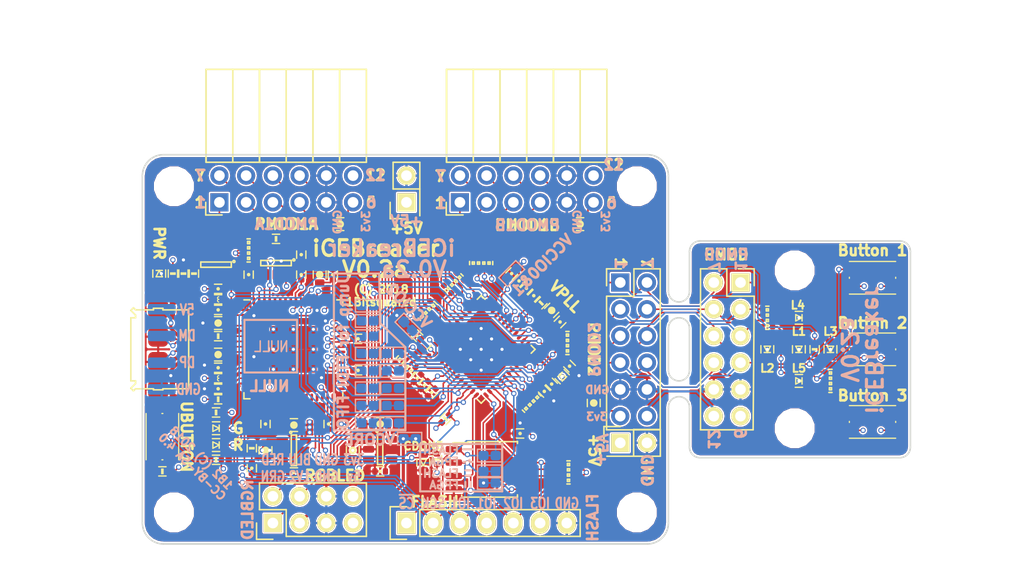
<source format=kicad_pcb>
(kicad_pcb (version 20171130) (host pcbnew 5.1.5-52549c5~86~ubuntu19.10.1)
  (title_block (title iCEBreaker) (rev V0.2a) (company 1BitSquared) (comment 1 "(C) 2018 Piotr Esden-Tempski <piotr@1bitsquared.com>") (comment 2 "(C) 2018 1BitSquared <info@1bitsquared.com>") (comment 3 "License: CC-BY-SA 4.0"))
  (layers (0 F.Cu signal) (1 In1.Cu signal) (2 In2.Cu signal) (31 B.Cu signal) (34 B.Paste user) (35 F.Paste user) (36 B.SilkS user) (37 F.SilkS user) (38 B.Mask user) (39 F.Mask user) (44 Edge.Cuts user))
  (net 0 "")
  (net 1 /Rx_TTL/FIFO_D0)
  (net 2 /~LEDG)
  (net 3 /xFIFO_~WR)
  (net 4 +3V3)
  (net 5 /iCE_SS_B)
  (net 6 +1V2)
  (net 7 /xFIFO_WKUP)
  (net 8 /~BUTTON)
  (net 9 /~LEDR)
  (net 10 /xFIFO_~RD)
  (net 11 /xFIFO_~RXF)
  (net 12 /P2_4)
  (net 13 /P2_9)
  (net 14 /xFIFO_D7)
  (net 15 /xFIFO_D6)
  (net 16 /P2_3)
  (net 17 /P2_8)
  (net 18 /xFIFO_D5)
  (net 19 /xFIFO_D4)
  (net 20 /P2_2)
  (net 21 /P2_7)
  (net 22 /xFIFO_D3)
  (net 23 /xFIFO_D2)
  (net 24 /P2_1)
  (net 25 /Tx_TTL/FIFO_D1)
  (net 26 /xFIFO_~TXE)
  (net 27 /P2_10)
  (net 28 GND)
  (net 29 "Net-(R6-Pad1)")
  (net 30 "Net-(R2-Pad1)")
  (net 31 "Net-(R7-Pad2)")
  (net 32 /FTDI_CLK)
  (net 33 "Net-(C3-Pad1)")
  (net 34 +5V)
  (net 35 "Net-(C11-Pad1)")
  (net 36 /FLASH_MISO/IO1)
  (net 37 /FLASH_~WP~/IO2)
  (net 38 /FLASH_MOSI/IO0)
  (net 39 /iCE_SCK)
  (net 40 /FLASH_~HLD~/~RST~/IO3)
  (net 41 "Net-(U4-Pad3)")
  (net 42 "Net-(C12-Pad1)")
  (net 43 "Net-(R8-Pad1)")
  (net 44 "Net-(C13-Pad1)")
  (net 45 +1V8)
  (net 46 "Net-(R9-Pad1)")
  (net 47 "Net-(U4-Pad19)")
  (net 48 "Net-(U4-Pad22)")
  (net 49 /iCE_CDONE)
  (net 50 /iCE_CRESET)
  (net 51 "Net-(U4-Pad26)")
  (net 52 "Net-(U4-Pad27)")
  (net 53 "Net-(U4-Pad28)")
  (net 54 "Net-(U4-Pad29)")
  (net 55 "Net-(U4-Pad30)")
  (net 56 "Net-(U4-Pad32)")
  (net 57 "Net-(U4-Pad33)")
  (net 58 "Net-(U4-Pad34)")
  (net 59 "Net-(U4-Pad36)")
  (net 60 "Net-(U4-Pad57)")
  (net 61 "Net-(U4-Pad58)")
  (net 62 "Net-(U4-Pad59)")
  (net 63 "Net-(U4-Pad60)")
  (net 64 /P1B9)
  (net 65 /P1B10)
  (net 66 /P1B4)
  (net 67 /P1A1)
  (net 68 /P1A7)
  (net 69 /P1A2)
  (net 70 /P1A8)
  (net 71 /P1A3)
  (net 72 "Net-(C24-Pad1)")
  (net 73 /P1A9)
  (net 74 /P1A4)
  (net 75 /P1A10)
  (net 76 /~LED_RED)
  (net 77 /~LED_GRN)
  (net 78 /~LED_BLU)
  (net 79 /P1B1)
  (net 80 /P1B7)
  (net 81 /P1B2)
  (net 82 /P1B8)
  (net 83 /P1B3)
  (net 84 "Net-(D6-PadA)")
  (net 85 "Net-(D9-PadA)")
  (net 86 "Net-(D7-PadA)")
  (net 87 "Net-(D10-PadA)")
  (net 88 /shield)
  (net 89 "Net-(D8-PadA)")
  (net 90 "Net-(D1-PadA)")
  (net 91 "Net-(D4-PadA)")
  (net 92 "Net-(D5-PadA)")
  (net 93 "Net-(P1-Pad4)")
  (net 94 "Net-(C35-Pad1)")
  (net 95 "Net-(R2-Pad5)")
  (net 96 "Net-(R2-Pad3)")
  (net 97 "Net-(C39-Pad1)")
  (net 98 "Net-(U7-Pad2)")
  (net 99 /P1A1x)
  (net 100 /P1A7x)
  (net 101 /P1A2x)
  (net 102 /P1A8x)
  (net 103 /P2_4x)
  (net 104 /P2_3x)
  (net 105 /P2_2x)
  (net 106 /P2_1x)
  (net 107 /P1B7x)
  (net 108 /P1B8x)
  (net 109 /P1B9x)
  (net 110 /P1B10x)
  (net 111 /P2_10x)
  (net 112 /P2_9x)
  (net 113 /P2_8x)
  (net 114 /P2_7x)
  (net 115 /P1B1x)
  (net 116 /P1B2x)
  (net 117 /P1B3x)
  (net 118 /P1B4x)
  (net 119 /P1A10x)
  (net 120 /P1A4x)
  (net 121 /P1A9x)
  (net 122 /P1A3x)
  (net 123 /USB_DP)
  (net 124 /USB_DM)
  (module pkl_logos:null_Logo_SilkS_5mm (layer B.Cu) (at 42.2 47.2 180)
    (fp_text reference REF** hide)
    (fp_text value null_Logo_SilkS_5mm hide)
  )
  (module pkl_dipol:R_Array_Convex_4x0402 (layer F.Cu) (at 57.105546 43.866206 135)
    (fp_text reference R23)
    (fp_text value 33E)
    (pad 8 smd roundrect (at 0.5 0.85 135) (size 0.5 0.5) (layers F.Cu F.Paste F.Mask) (net 119 /P1A10x))
    (pad 6 smd roundrect (at 0.5 0.25 135) (size 0.5 0.3) (layers F.Cu F.Paste F.Mask) (net 120 /P1A4x))
    (pad 4 smd roundrect (at 0.5 -0.25 135) (size 0.5 0.3) (layers F.Cu F.Paste F.Mask) (net 121 /P1A9x))
    (pad 2 smd roundrect (at 0.5 -0.85 135) (size 0.5 0.5) (layers F.Cu F.Paste F.Mask) (net 122 /P1A3x))
    (pad 7 smd roundrect (at -0.5 0.85 135) (size 0.5 0.5) (layers F.Cu F.Paste F.Mask) (net 75 /P1A10))
    (pad 1 smd roundrect (at -0.5 -0.85 135) (size 0.5 0.5) (layers F.Cu F.Paste F.Mask) (net 71 /P1A3))
    (pad 5 smd roundrect (at -0.5 0.25 135) (size 0.5 0.3) (layers F.Cu F.Paste F.Mask) (net 74 /P1A4))
    (pad 3 smd roundrect (at -0.5 -0.25 135) (size 0.5 0.3) (layers F.Cu F.Paste F.Mask) (net 73 /P1A9))
  )
  (module pkl_dipol:R_Array_Convex_4x0402 (layer F.Cu) (at 62.2 39.3 90)
    (fp_text reference R24)
    (fp_text value 33E)
    (pad 8 smd roundrect (at 0.5 0.85 90) (size 0.5 0.5) (layers F.Cu F.Paste F.Mask) (net 110 /P1B10x))
    (pad 6 smd roundrect (at 0.5 0.25 90) (size 0.5 0.3) (layers F.Cu F.Paste F.Mask) (net 118 /P1B4x))
    (pad 4 smd roundrect (at 0.5 -0.25 90) (size 0.5 0.3) (layers F.Cu F.Paste F.Mask) (net 109 /P1B9x))
    (pad 2 smd roundrect (at 0.5 -0.85 90) (size 0.5 0.5) (layers F.Cu F.Paste F.Mask) (net 117 /P1B3x))
    (pad 7 smd roundrect (at -0.5 0.85 90) (size 0.5 0.5) (layers F.Cu F.Paste F.Mask) (net 65 /P1B10))
    (pad 1 smd roundrect (at -0.5 -0.85 90) (size 0.5 0.5) (layers F.Cu F.Paste F.Mask) (net 83 /P1B3))
    (pad 5 smd roundrect (at -0.5 0.25 90) (size 0.5 0.3) (layers F.Cu F.Paste F.Mask) (net 66 /P1B4))
    (pad 3 smd roundrect (at -0.5 -0.25 90) (size 0.5 0.3) (layers F.Cu F.Paste F.Mask) (net 64 /P1B9))
  )
  (module pkl_dipol:R_Array_Convex_4x0402 (layer F.Cu) (at 67 52.6 315)
    (fp_text reference R22)
    (fp_text value 33E)
    (pad 8 smd roundrect (at 0.5 0.85 315) (size 0.5 0.5) (layers F.Cu F.Paste F.Mask) (net 111 /P2_10x))
    (pad 6 smd roundrect (at 0.5 0.25 315) (size 0.5 0.3) (layers F.Cu F.Paste F.Mask) (net 103 /P2_4x))
    (pad 4 smd roundrect (at 0.5 -0.25 315) (size 0.5 0.3) (layers F.Cu F.Paste F.Mask) (net 112 /P2_9x))
    (pad 2 smd roundrect (at 0.5 -0.85 315) (size 0.5 0.5) (layers F.Cu F.Paste F.Mask) (net 104 /P2_3x))
    (pad 7 smd roundrect (at -0.5 0.85 315) (size 0.5 0.5) (layers F.Cu F.Paste F.Mask) (net 27 /P2_10))
    (pad 1 smd roundrect (at -0.5 -0.85 315) (size 0.5 0.5) (layers F.Cu F.Paste F.Mask) (net 16 /P2_3))
    (pad 5 smd roundrect (at -0.5 0.25 315) (size 0.5 0.3) (layers F.Cu F.Paste F.Mask) (net 12 /P2_4))
    (pad 3 smd roundrect (at -0.5 -0.25 315) (size 0.5 0.3) (layers F.Cu F.Paste F.Mask) (net 13 /P2_9))
  )
  (module pkl_dipol:R_Array_Convex_4x0402 (layer F.Cu) (at 40.1 38.1 180)
    (fp_text reference R2)
    (fp_text value 10k)
    (pad 8 smd roundrect (at 0.5 0.85 180) (size 0.5 0.5) (layers F.Cu F.Paste F.Mask))
    (pad 6 smd roundrect (at 0.5 0.25 180) (size 0.5 0.3) (layers F.Cu F.Paste F.Mask) (net 4 +3V3))
    (pad 4 smd roundrect (at 0.5 -0.25 180) (size 0.5 0.3) (layers F.Cu F.Paste F.Mask) (net 4 +3V3))
    (pad 2 smd roundrect (at 0.5 -0.85 180) (size 0.5 0.5) (layers F.Cu F.Paste F.Mask) (net 4 +3V3))
    (pad 7 smd roundrect (at -0.5 0.85 180) (size 0.5 0.5) (layers F.Cu F.Paste F.Mask))
    (pad 1 smd roundrect (at -0.5 -0.85 180) (size 0.5 0.5) (layers F.Cu F.Paste F.Mask) (net 30 "Net-(R2-Pad1)"))
    (pad 5 smd roundrect (at -0.5 0.25 180) (size 0.5 0.3) (layers F.Cu F.Paste F.Mask) (net 95 "Net-(R2-Pad5)"))
    (pad 3 smd roundrect (at -0.5 -0.25 180) (size 0.5 0.3) (layers F.Cu F.Paste F.Mask) (net 96 "Net-(R2-Pad3)"))
  )
  (module pkl_dipol:R_Array_Convex_4x0402 (layer F.Cu) (at 59.6 41.2 135)
    (fp_text reference R21)
    (fp_text value 33E)
    (pad 8 smd roundrect (at 0.5 0.85 135) (size 0.5 0.5) (layers F.Cu F.Paste F.Mask) (net 108 /P1B8x))
    (pad 6 smd roundrect (at 0.5 0.25 135) (size 0.5 0.3) (layers F.Cu F.Paste F.Mask) (net 116 /P1B2x))
    (pad 4 smd roundrect (at 0.5 -0.25 135) (size 0.5 0.3) (layers F.Cu F.Paste F.Mask) (net 107 /P1B7x))
    (pad 2 smd roundrect (at 0.5 -0.85 135) (size 0.5 0.5) (layers F.Cu F.Paste F.Mask) (net 115 /P1B1x))
    (pad 7 smd roundrect (at -0.5 0.85 135) (size 0.5 0.5) (layers F.Cu F.Paste F.Mask) (net 82 /P1B8))
    (pad 1 smd roundrect (at -0.5 -0.85 135) (size 0.5 0.5) (layers F.Cu F.Paste F.Mask) (net 79 /P1B1))
    (pad 5 smd roundrect (at -0.5 0.25 135) (size 0.5 0.3) (layers F.Cu F.Paste F.Mask) (net 81 /P1B2))
    (pad 3 smd roundrect (at -0.5 -0.25 135) (size 0.5 0.3) (layers F.Cu F.Paste F.Mask) (net 80 /P1B7))
  )
  (module pkl_dipol:R_Array_Convex_4x0402 (layer F.Cu) (at 70.4 46.9)
    (fp_text reference R4)
    (fp_text value 33E)
    (pad 8 smd roundrect (at 0.5 0.85) (size 0.5 0.5) (layers F.Cu F.Paste F.Mask) (net 113 /P2_8x))
    (pad 6 smd roundrect (at 0.5 0.25) (size 0.5 0.3) (layers F.Cu F.Paste F.Mask) (net 105 /P2_2x))
    (pad 4 smd roundrect (at 0.5 -0.25) (size 0.5 0.3) (layers F.Cu F.Paste F.Mask) (net 114 /P2_7x))
    (pad 2 smd roundrect (at 0.5 -0.85) (size 0.5 0.5) (layers F.Cu F.Paste F.Mask) (net 106 /P2_1x))
    (pad 7 smd roundrect (at -0.5 0.85) (size 0.5 0.5) (layers F.Cu F.Paste F.Mask) (net 17 /P2_8))
    (pad 1 smd roundrect (at -0.5 -0.85) (size 0.5 0.5) (layers F.Cu F.Paste F.Mask) (net 24 /P2_1))
    (pad 5 smd roundrect (at -0.5 0.25) (size 0.5 0.3) (layers F.Cu F.Paste F.Mask) (net 20 /P2_2))
    (pad 3 smd roundrect (at -0.5 -0.25) (size 0.5 0.3) (layers F.Cu F.Paste F.Mask) (net 21 /P2_7))
  )
  (module pkl_dipol:R_Array_Convex_4x0402 (layer F.Cu) (at 55 49 225)
    (fp_text reference R20)
    (fp_text value 33E)
    (pad 8 smd roundrect (at 0.5 0.85 225) (size 0.5 0.5) (layers F.Cu F.Paste F.Mask) (net 102 /P1A8x))
    (pad 6 smd roundrect (at 0.5 0.25 225) (size 0.5 0.3) (layers F.Cu F.Paste F.Mask) (net 101 /P1A2x))
    (pad 4 smd roundrect (at 0.5 -0.25 225) (size 0.5 0.3) (layers F.Cu F.Paste F.Mask) (net 100 /P1A7x))
    (pad 2 smd roundrect (at 0.5 -0.85 225) (size 0.5 0.5) (layers F.Cu F.Paste F.Mask) (net 99 /P1A1x))
    (pad 7 smd roundrect (at -0.5 0.85 225) (size 0.5 0.5) (layers F.Cu F.Paste F.Mask) (net 70 /P1A8))
    (pad 1 smd roundrect (at -0.5 -0.85 225) (size 0.5 0.5) (layers F.Cu F.Paste F.Mask) (net 67 /P1A1))
    (pad 5 smd roundrect (at -0.5 0.25 225) (size 0.5 0.3) (layers F.Cu F.Paste F.Mask) (net 69 /P1A2))
    (pad 3 smd roundrect (at -0.5 -0.25 225) (size 0.5 0.3) (layers F.Cu F.Paste F.Mask) (net 68 /P1A7))
  )
  (module pkl_dipol:R_Array_Convex_4x0402 (layer F.Cu) (at 70.5 59.2 180)
    (fp_text reference R11)
    (fp_text value 10k)
    (pad 8 smd roundrect (at 0.5 0.85 180) (size 0.5 0.5) (layers F.Cu F.Paste F.Mask) (net 40 /FLASH_~HLD~/~RST~/IO3))
    (pad 6 smd roundrect (at 0.5 0.25 180) (size 0.5 0.3) (layers F.Cu F.Paste F.Mask) (net 5 /iCE_SS_B))
    (pad 4 smd roundrect (at 0.5 -0.25 180) (size 0.5 0.3) (layers F.Cu F.Paste F.Mask) (net 39 /iCE_SCK))
    (pad 2 smd roundrect (at 0.5 -0.85 180) (size 0.5 0.5) (layers F.Cu F.Paste F.Mask) (net 37 /FLASH_~WP~/IO2))
    (pad 7 smd roundrect (at -0.5 0.85 180) (size 0.5 0.5) (layers F.Cu F.Paste F.Mask) (net 4 +3V3))
    (pad 1 smd roundrect (at -0.5 -0.85 180) (size 0.5 0.5) (layers F.Cu F.Paste F.Mask) (net 4 +3V3))
    (pad 5 smd roundrect (at -0.5 0.25 180) (size 0.5 0.3) (layers F.Cu F.Paste F.Mask) (net 4 +3V3))
    (pad 3 smd roundrect (at -0.5 -0.25 180) (size 0.5 0.3) (layers F.Cu F.Paste F.Mask) (net 4 +3V3))
  )
  (module pkl_dipol:R_Array_Convex_4x0402 (layer F.Cu) (at 95.4 50.5)
    (fp_text reference R16)
    (fp_text value 10k)
    (pad 8 smd roundrect (at 0.5 0.85) (size 0.5 0.5) (layers F.Cu F.Paste F.Mask))
    (pad 6 smd roundrect (at 0.5 0.25) (size 0.5 0.3) (layers F.Cu F.Paste F.Mask) (net 28 GND))
    (pad 4 smd roundrect (at 0.5 -0.25) (size 0.5 0.3) (layers F.Cu F.Paste F.Mask) (net 28 GND))
    (pad 2 smd roundrect (at 0.5 -0.85) (size 0.5 0.5) (layers F.Cu F.Paste F.Mask) (net 28 GND))
    (pad 7 smd roundrect (at -0.5 0.85) (size 0.5 0.5) (layers F.Cu F.Paste F.Mask))
    (pad 1 smd roundrect (at -0.5 -0.85) (size 0.5 0.5) (layers F.Cu F.Paste F.Mask) (net 112 /P2_9x))
    (pad 5 smd roundrect (at -0.5 0.25) (size 0.5 0.3) (layers F.Cu F.Paste F.Mask) (net 111 /P2_10x))
    (pad 3 smd roundrect (at -0.5 -0.25) (size 0.5 0.3) (layers F.Cu F.Paste F.Mask) (net 103 /P2_4x))
  )
  (module pkl_dipol:R_Array_Convex_4x0402 (layer F.Cu) (at 89.4 44.5 180)
    (fp_text reference R17)
    (fp_text value 330E)
    (pad 8 smd roundrect (at 0.5 0.85 180) (size 0.5 0.5) (layers F.Cu F.Paste F.Mask) (net 106 /P2_1x))
    (pad 6 smd roundrect (at 0.5 0.25 180) (size 0.5 0.3) (layers F.Cu F.Paste F.Mask) (net 105 /P2_2x))
    (pad 4 smd roundrect (at 0.5 -0.25 180) (size 0.5 0.3) (layers F.Cu F.Paste F.Mask) (net 113 /P2_8x))
    (pad 2 smd roundrect (at 0.5 -0.85 180) (size 0.5 0.5) (layers F.Cu F.Paste F.Mask) (net 104 /P2_3x))
    (pad 7 smd roundrect (at -0.5 0.85 180) (size 0.5 0.5) (layers F.Cu F.Paste F.Mask) (net 84 "Net-(D6-PadA)"))
    (pad 1 smd roundrect (at -0.5 -0.85 180) (size 0.5 0.5) (layers F.Cu F.Paste F.Mask) (net 85 "Net-(D9-PadA)"))
    (pad 5 smd roundrect (at -0.5 0.25 180) (size 0.5 0.3) (layers F.Cu F.Paste F.Mask) (net 87 "Net-(D10-PadA)"))
    (pad 3 smd roundrect (at -0.5 -0.25 180) (size 0.5 0.3) (layers F.Cu F.Paste F.Mask) (net 86 "Net-(D7-PadA)"))
  )
  (module pkl_pads:PAD_SMD_1x2.65 (layer B.Cu) (at 31.84 51.31)
    (fp_text reference P5 hide)
    (fp_text value UP hide)
    (pad 1 smd roundrect (at 0 0) (size 2.65 1) (layers B.Cu B.Mask) (net 28 GND))
  )
  (module pkl_pads:PAD_SMD_1x2.65 (layer B.Cu) (at 31.84 43.69)
    (fp_text reference P2 hide)
    (fp_text value UP hide)
    (pad 1 smd roundrect (at 0 0) (size 2.65 1) (layers B.Cu B.Mask) (net 34 +5V))
  )
  (module pkl_pads:PAD_SMD_1x2.65 (layer B.Cu) (at 31.84 46.23)
    (fp_text reference P3 hide)
    (fp_text value UP hide)
    (pad 1 smd roundrect (at 0 0) (size 2.65 1) (layers B.Cu B.Mask) (net 124 /USB_DM))
  )
  (module pkl_pads:PAD_SMD_1x2.65 (layer B.Cu) (at 31.84 48.77)
    (fp_text reference P4 hide)
    (fp_text value UP hide)
    (pad 1 smd roundrect (at 0 0) (size 2.65 1) (layers B.Cu B.Mask) (net 123 /USB_DP))
  )
  (module pkl_dipol:C_0603 (layer F.Cu) (at 46.85 40.4 90)
    (fp_text reference C7)
    (fp_text value 4u7)
    (pad 1 smd roundrect (at -0.75 0 90) (size 0.6 0.9) (layers F.Cu F.Paste F.Mask) (net 45 +1V8))
    (pad 2 smd roundrect (at 0.75 0 90) (size 0.6 0.9) (layers F.Cu F.Paste F.Mask) (net 28 GND))
  )
  (module pkl_dipol:C_0603 (layer F.Cu) (at 37.2 45 180)
    (fp_text reference C6)
    (fp_text value 4u7)
    (pad 2 smd roundrect (at 0.75 0 180) (size 0.6 0.9) (layers F.Cu F.Paste F.Mask) (net 28 GND))
    (pad 1 smd roundrect (at -0.75 0 180) (size 0.6 0.9) (layers F.Cu F.Paste F.Mask) (net 42 "Net-(C12-Pad1)"))
  )
  (module pkl_dipol:C_0603 (layer F.Cu) (at 37.2 48 180)
    (fp_text reference C9)
    (fp_text value 4u7)
    (pad 1 smd roundrect (at -0.75 0 180) (size 0.6 0.9) (layers F.Cu F.Paste F.Mask) (net 44 "Net-(C13-Pad1)"))
    (pad 2 smd roundrect (at 0.75 0 180) (size 0.6 0.9) (layers F.Cu F.Paste F.Mask) (net 28 GND))
  )
  (module pkl_housings_sot:SOT-23-5 (layer F.Cu) (at 37 39.45 90)
    (fp_text reference U7)
    (fp_text value 12MHz)
    (pad 1 smd roundrect (at 1.1 0.95 270) (size 1.06 0.65) (layers F.Cu F.Paste F.Mask) (net 28 GND))
    (pad 2 smd roundrect (at 1.1 0 270) (size 1.06 0.65) (layers F.Cu F.Paste F.Mask) (net 98 "Net-(U7-Pad2)"))
    (pad 3 smd roundrect (at 1.1 -0.95 270) (size 1.06 0.65) (layers F.Cu F.Paste F.Mask) (net 31 "Net-(R7-Pad2)"))
    (pad 4 smd roundrect (at -1.1 -0.95 270) (size 1.06 0.65) (layers F.Cu F.Paste F.Mask) (net 4 +3V3))
    (pad 5 smd roundrect (at -1.1 0.95 270) (size 1.06 0.65) (layers F.Cu F.Paste F.Mask) (net 32 /FTDI_CLK))
  )
  (module pkl_jumpers:J_0603 (layer B.Cu) (at 51.4 43.35)
    (fp_text reference J12)
    (fp_text value Jumper hide)
    (pad 2 smd roundrect (at 0.575 0) (size 0.95 0.9) (layers B.Cu B.Mask) (net 2 /~LEDG))
    (pad 1 smd roundrect (at -0.575 0) (size 0.95 0.9) (layers B.Cu B.Mask) (net 3 /xFIFO_~WR))
  )
  (module pkl_buttons_switches:SW_SPST_KMR2 (layer F.Cu) (at 99.4 54.4)
    (fp_text reference SW4)
    (fp_text value TACT)
    (pad 1 smd roundrect (at -2.05 -0.8 90) (size 0.9 1) (layers F.Cu F.Paste F.Mask) (net 111 /P2_10x))
    (pad 2 smd roundrect (at -2.05 0.8 90) (size 0.9 1) (layers F.Cu F.Paste F.Mask) (net 4 +3V3))
    (pad 1 smd roundrect (at 2.05 -0.8 90) (size 0.9 1) (layers F.Cu F.Paste F.Mask) (net 111 /P2_10x))
    (pad 2 smd roundrect (at 2.05 0.8 90) (size 0.9 1) (layers F.Cu F.Paste F.Mask) (net 4 +3V3))
  )
  (module pkl_buttons_switches:SW_SPST_KMR2 (layer F.Cu) (at 99.4 47.5)
    (fp_text reference SW3)
    (fp_text value TACT)
    (pad 2 smd roundrect (at 2.05 0.8 90) (size 0.9 1) (layers F.Cu F.Paste F.Mask) (net 4 +3V3))
    (pad 1 smd roundrect (at 2.05 -0.8 90) (size 0.9 1) (layers F.Cu F.Paste F.Mask) (net 103 /P2_4x))
    (pad 2 smd roundrect (at -2.05 0.8 90) (size 0.9 1) (layers F.Cu F.Paste F.Mask) (net 4 +3V3))
    (pad 1 smd roundrect (at -2.05 -0.8 90) (size 0.9 1) (layers F.Cu F.Paste F.Mask) (net 103 /P2_4x))
  )
  (module pkl_buttons_switches:SW_SPST_KMR2 (layer F.Cu) (at 99.4 40.7)
    (fp_text reference SW2)
    (fp_text value TACT)
    (pad 2 smd roundrect (at 2.05 0.8 90) (size 0.9 1) (layers F.Cu F.Paste F.Mask) (net 4 +3V3))
    (pad 1 smd roundrect (at 2.05 -0.8 90) (size 0.9 1) (layers F.Cu F.Paste F.Mask) (net 112 /P2_9x))
    (pad 2 smd roundrect (at -2.05 0.8 90) (size 0.9 1) (layers F.Cu F.Paste F.Mask) (net 4 +3V3))
    (pad 1 smd roundrect (at -2.05 -0.8 90) (size 0.9 1) (layers F.Cu F.Paste F.Mask) (net 112 /P2_9x))
  )
  (module pkl_housings_soic:SOIC-8_5.3x5.3mm_Pitch1.27mm (layer F.Cu) (at 63 58.9)
    (fp_text reference U5)
    (fp_text value W25Q)
    (pad 1 smd roundrect (at -3.4 -1.905) (size 1.55 0.6) (layers F.Cu F.Paste F.Mask) (net 5 /iCE_SS_B))
    (pad 2 smd roundrect (at -3.4 -0.635) (size 1.55 0.6) (layers F.Cu F.Paste F.Mask) (net 36 /FLASH_MISO/IO1))
    (pad 3 smd roundrect (at -3.4 0.635) (size 1.55 0.6) (layers F.Cu F.Paste F.Mask) (net 37 /FLASH_~WP~/IO2))
    (pad 4 smd roundrect (at -3.4 1.905) (size 1.55 0.6) (layers F.Cu F.Paste F.Mask) (net 28 GND))
    (pad 5 smd roundrect (at 3.4 1.905) (size 1.55 0.6) (layers F.Cu F.Paste F.Mask) (net 38 /FLASH_MOSI/IO0))
    (pad 6 smd roundrect (at 3.4 0.635) (size 1.55 0.6) (layers F.Cu F.Paste F.Mask) (net 39 /iCE_SCK))
    (pad 7 smd roundrect (at 3.4 -0.635) (size 1.55 0.6) (layers F.Cu F.Paste F.Mask) (net 40 /FLASH_~HLD~/~RST~/IO3))
    (pad 8 smd roundrect (at 3.4 -1.905) (size 1.55 0.6) (layers F.Cu F.Paste F.Mask) (net 4 +3V3))
  )
  (module pkl_dipol:C_0402 (layer F.Cu) (at 40.4 58.8 270)
    (fp_text reference C39)
    (fp_text value 1u)
    (pad 1 smd roundrect (at -0.5 0 270) (size 0.5 0.6) (layers F.Cu F.Paste F.Mask) (net 97 "Net-(C39-Pad1)"))
    (pad 2 smd roundrect (at 0.5 0 270) (size 0.5 0.6) (layers F.Cu F.Paste F.Mask) (net 28 GND))
  )
  (module pkl_dipol:R_0402 (layer F.Cu) (at 40.4 56.9 270)
    (fp_text reference R3)
    (fp_text value 10k)
    (pad 1 smd roundrect (at -0.5 0 270) (size 0.5 0.6) (layers F.Cu F.Paste F.Mask) (net 34 +5V))
    (pad 2 smd roundrect (at 0.5 0 270) (size 0.5 0.6) (layers F.Cu F.Paste F.Mask) (net 97 "Net-(C39-Pad1)"))
  )
  (module pkl_dipol:C_0402 (layer F.Cu) (at 57.5 51.6 225)
    (fp_text reference C36)
    (fp_text value 1u)
    (pad 1 smd roundrect (at -0.499999 0 225) (size 0.5 0.6) (layers F.Cu F.Paste F.Mask) (net 6 +1V2))
    (pad 2 smd roundrect (at 0.499999 0 225) (size 0.5 0.6) (layers F.Cu F.Paste F.Mask) (net 28 GND))
  )
  (module pkl_dipol:C_0402 (layer F.Cu) (at 56.8 50.9 225)
    (fp_text reference C37)
    (fp_text value 100n)
    (pad 2 smd roundrect (at 0.499999 0 225) (size 0.5 0.6) (layers F.Cu F.Paste F.Mask) (net 28 GND))
    (pad 1 smd roundrect (at -0.499999 0 225) (size 0.5 0.6) (layers F.Cu F.Paste F.Mask) (net 6 +1V2))
  )
  (module pkl_dipol:C_0402 (layer F.Cu) (at 56.125001 50.2322 225)
    (fp_text reference C38)
    (fp_text value 10n)
    (pad 1 smd roundrect (at -0.499999 0 225) (size 0.5 0.6) (layers F.Cu F.Paste F.Mask) (net 6 +1V2))
    (pad 2 smd roundrect (at 0.499999 0 225) (size 0.5 0.6) (layers F.Cu F.Paste F.Mask) (net 28 GND))
  )
  (module Mounting_Holes:MountingHole_3-5mm (layer F.Cu) (at 92 55)
    (fp_text reference REF** hide)
    (fp_text value MH3 hide)
    (pad "" np_thru_hole circle (at 0 0) (size 3.5 3.5) (drill 3.5) (layers *.Cu *.Mask))
  )
  (module Mounting_Holes:MountingHole_3-5mm (layer F.Cu) (at 92 40)
    (fp_text reference REF** hide)
    (fp_text value MH3 hide)
    (pad "" np_thru_hole circle (at 0 0) (size 3.5 3.5) (drill 3.5) (layers *.Cu *.Mask))
  )
  (module Mounting_Holes:MountingHole_3-5mm (layer F.Cu) (at 77 32)
    (fp_text reference REF** hide)
    (fp_text value MH3 hide)
    (pad "" np_thru_hole circle (at 0 0) (size 3.5 3.5) (drill 3.5) (layers *.Cu *.Mask))
  )
  (module pkl_buttons_switches:SW_SPST_KMR2 (layer F.Cu) (at 31.9 55.8 270)
    (fp_text reference SW1)
    (fp_text value TACT)
    (pad 1 smd roundrect (at -2.05 -0.8) (size 0.9 1) (layers F.Cu F.Paste F.Mask) (net 8 /~BUTTON))
    (pad 2 smd roundrect (at -2.05 0.8) (size 0.9 1) (layers F.Cu F.Paste F.Mask) (net 28 GND))
    (pad 1 smd roundrect (at 2.05 -0.8) (size 0.9 1) (layers F.Cu F.Paste F.Mask) (net 8 /~BUTTON))
    (pad 2 smd roundrect (at 2.05 0.8) (size 0.9 1) (layers F.Cu F.Paste F.Mask) (net 28 GND))
  )
  (module Mounting_Holes:MountingHole_3-5mm (layer F.Cu) (at 33 63)
    (fp_text reference REF** hide)
    (fp_text value MH3 hide)
    (pad "" np_thru_hole circle (at 0 0) (size 3.5 3.5) (drill 3.5) (layers *.Cu *.Mask))
  )
  (module Mounting_Holes:MountingHole_3-5mm (layer F.Cu) (at 77 63)
    (fp_text reference REF** hide)
    (fp_text value MH3 hide)
    (pad "" np_thru_hole circle (at 0 0) (size 3.5 3.5) (drill 3.5) (layers *.Cu *.Mask))
  )
  (module Mounting_Holes:MountingHole_3-5mm (layer F.Cu) (at 33 32)
    (fp_text reference REF** hide)
    (fp_text value MH3 hide)
    (pad "" np_thru_hole circle (at 0 0) (size 3.5 3.5) (drill 3.5) (layers *.Cu *.Mask))
  )
  (module pkl_dipol:R_0402 (layer F.Cu) (at 58.8 54.1 45)
    (fp_text reference R19)
    (fp_text value 10k)
    (pad 2 smd roundrect (at 0.499999 0 45) (size 0.5 0.6) (layers F.Cu F.Paste F.Mask) (net 50 /iCE_CRESET))
    (pad 1 smd roundrect (at -0.499999 0 45) (size 0.5 0.6) (layers F.Cu F.Paste F.Mask) (net 4 +3V3))
  )
  (module Pin_Headers:Pin_Header_Straight_2x01 (layer F.Cu) (at 75.42 56.39)
    (fp_text reference J27)
    (fp_text value "5V AUX")
    (pad 1 thru_hole rect (at 0 0) (size 1.7272 1.7272) (drill 1.016) (layers *.Cu *.Mask F.SilkS) (net 34 +5V))
    (pad 2 thru_hole oval (at 2.54 0) (size 1.7272 1.7272) (drill 1.016) (layers *.Cu *.Mask F.SilkS) (net 28 GND))
  )
  (module Pin_Headers:Pin_Header_Straight_2x06 (layer F.Cu) (at 86.85 53.85 180)
    (fp_text reference J24)
    (fp_text value PMOD_2P)
    (pad 6 thru_hole circle (at 0 0 180) (size 1.7272 1.7272) (drill 1.016) (layers *.Cu *.Mask F.SilkS) (net 4 +3V3))
    (pad 12 thru_hole oval (at 2.54 0 180) (size 1.7272 1.7272) (drill 1.016) (layers *.Cu *.Mask F.SilkS) (net 4 +3V3))
    (pad 5 thru_hole oval (at 0 2.54 180) (size 1.7272 1.7272) (drill 1.016) (layers *.Cu *.Mask F.SilkS) (net 28 GND))
    (pad 11 thru_hole oval (at 2.54 2.54 180) (size 1.7272 1.7272) (drill 1.016) (layers *.Cu *.Mask F.SilkS) (net 28 GND))
    (pad 4 thru_hole oval (at 0 5.08 180) (size 1.7272 1.7272) (drill 1.016) (layers *.Cu *.Mask F.SilkS) (net 103 /P2_4x))
    (pad 10 thru_hole oval (at 2.54 5.08 180) (size 1.7272 1.7272) (drill 1.016) (layers *.Cu *.Mask F.SilkS) (net 111 /P2_10x))
    (pad 3 thru_hole oval (at 0 7.62 180) (size 1.7272 1.7272) (drill 1.016) (layers *.Cu *.Mask F.SilkS) (net 104 /P2_3x))
    (pad 9 thru_hole oval (at 2.54 7.62 180) (size 1.7272 1.7272) (drill 1.016) (layers *.Cu *.Mask F.SilkS) (net 112 /P2_9x))
    (pad 2 thru_hole oval (at 0 10.16 180) (size 1.7272 1.7272) (drill 1.016) (layers *.Cu *.Mask F.SilkS) (net 105 /P2_2x))
    (pad 8 thru_hole oval (at 2.54 10.16 180) (size 1.7272 1.7272) (drill 1.016) (layers *.Cu *.Mask F.SilkS) (net 113 /P2_8x))
    (pad 1 thru_hole rect (at 0 12.7 180) (size 1.7272 1.7272) (drill 1.016) (layers *.Cu *.Mask F.SilkS) (net 106 /P2_1x))
    (pad 7 thru_hole oval (at 2.54 12.7 180) (size 1.7272 1.7272) (drill 1.016) (layers *.Cu *.Mask F.SilkS) (net 114 /P2_7x))
  )
  (module Socket_Strips:Socket_Strip_Straight_2x06 (layer F.Cu) (at 75.42 53.85 90)
    (fp_text reference J23)
    (fp_text value PMOD_2H)
    (pad 6 thru_hole circle (at 0 0 90) (size 1.7272 1.7272) (drill 1.016) (layers *.Cu *.Mask) (net 4 +3V3))
    (pad 12 thru_hole oval (at 0 2.54 90) (size 1.7272 1.7272) (drill 1.016) (layers *.Cu *.Mask) (net 4 +3V3))
    (pad 5 thru_hole oval (at 2.54 0 90) (size 1.7272 1.7272) (drill 1.016) (layers *.Cu *.Mask) (net 28 GND))
    (pad 11 thru_hole oval (at 2.54 2.54 90) (size 1.7272 1.7272) (drill 1.016) (layers *.Cu *.Mask) (net 28 GND))
    (pad 4 thru_hole oval (at 5.08 0 90) (size 1.7272 1.7272) (drill 1.016) (layers *.Cu *.Mask) (net 103 /P2_4x))
    (pad 10 thru_hole oval (at 5.08 2.54 90) (size 1.7272 1.7272) (drill 1.016) (layers *.Cu *.Mask) (net 111 /P2_10x))
    (pad 3 thru_hole oval (at 7.62 0 90) (size 1.7272 1.7272) (drill 1.016) (layers *.Cu *.Mask) (net 104 /P2_3x))
    (pad 9 thru_hole oval (at 7.62 2.54 90) (size 1.7272 1.7272) (drill 1.016) (layers *.Cu *.Mask) (net 112 /P2_9x))
    (pad 2 thru_hole oval (at 10.16 0 90) (size 1.7272 1.7272) (drill 1.016) (layers *.Cu *.Mask) (net 105 /P2_2x))
    (pad 8 thru_hole oval (at 10.16 2.54 90) (size 1.7272 1.7272) (drill 1.016) (layers *.Cu *.Mask) (net 113 /P2_8x))
    (pad 1 thru_hole rect (at 12.7 0 90) (size 1.7272 1.7272) (drill 1.016) (layers *.Cu *.Mask) (net 106 /P2_1x))
    (pad 7 thru_hole oval (at 12.7 2.54 90) (size 1.7272 1.7272) (drill 1.016) (layers *.Cu *.Mask) (net 114 /P2_7x))
  )
  (module pkl_dipol:C_0402 (layer F.Cu) (at 70.6 49.1 315)
    (fp_text reference C35)
    (fp_text value DNP)
    (pad 2 smd roundrect (at 0.499999 0 315) (size 0.5 0.6) (layers F.Cu F.Paste F.Mask) (net 28 GND))
    (pad 1 smd roundrect (at -0.499999 0 315) (size 0.5 0.6) (layers F.Cu F.Paste F.Mask) (net 94 "Net-(C35-Pad1)"))
  )
  (module Socket_Strips:Socket_Strip_Angled_2x06 (layer F.Cu) (at 50.02 33.53 180)
    (fp_text reference J21)
    (fp_text value PMOD_1A)
    (pad 6 thru_hole circle (at 0 0 180) (size 1.7272 1.7272) (drill 1.016) (layers *.Cu *.Mask) (net 4 +3V3))
    (pad 12 thru_hole oval (at 0 2.54 180) (size 1.7272 1.7272) (drill 1.016) (layers *.Cu *.Mask) (net 4 +3V3))
    (pad 5 thru_hole oval (at 2.54 0 180) (size 1.7272 1.7272) (drill 1.016) (layers *.Cu *.Mask) (net 28 GND))
    (pad 11 thru_hole oval (at 2.54 2.54 180) (size 1.7272 1.7272) (drill 1.016) (layers *.Cu *.Mask) (net 28 GND))
    (pad 4 thru_hole oval (at 5.08 0 180) (size 1.7272 1.7272) (drill 1.016) (layers *.Cu *.Mask) (net 120 /P1A4x))
    (pad 10 thru_hole oval (at 5.08 2.54 180) (size 1.7272 1.7272) (drill 1.016) (layers *.Cu *.Mask) (net 119 /P1A10x))
    (pad 3 thru_hole oval (at 7.62 0 180) (size 1.7272 1.7272) (drill 1.016) (layers *.Cu *.Mask) (net 122 /P1A3x))
    (pad 9 thru_hole oval (at 7.62 2.54 180) (size 1.7272 1.7272) (drill 1.016) (layers *.Cu *.Mask) (net 121 /P1A9x))
    (pad 2 thru_hole oval (at 10.16 0 180) (size 1.7272 1.7272) (drill 1.016) (layers *.Cu *.Mask) (net 101 /P1A2x))
    (pad 8 thru_hole oval (at 10.16 2.54 180) (size 1.7272 1.7272) (drill 1.016) (layers *.Cu *.Mask) (net 102 /P1A8x))
    (pad 1 thru_hole rect (at 12.7 0 180) (size 1.7272 1.7272) (drill 1.016) (layers *.Cu *.Mask) (net 99 /P1A1x))
    (pad 7 thru_hole oval (at 12.7 2.54 180) (size 1.7272 1.7272) (drill 1.016) (layers *.Cu *.Mask) (net 100 /P1A7x))
  )
  (module Socket_Strips:Socket_Strip_Angled_2x06 (layer F.Cu) (at 72.88 33.53 180)
    (fp_text reference J22)
    (fp_text value PMOD_1B)
    (pad 7 thru_hole oval (at 12.7 2.54 180) (size 1.7272 1.7272) (drill 1.016) (layers *.Cu *.Mask) (net 107 /P1B7x))
    (pad 1 thru_hole rect (at 12.7 0 180) (size 1.7272 1.7272) (drill 1.016) (layers *.Cu *.Mask) (net 115 /P1B1x))
    (pad 8 thru_hole oval (at 10.16 2.54 180) (size 1.7272 1.7272) (drill 1.016) (layers *.Cu *.Mask) (net 108 /P1B8x))
    (pad 2 thru_hole oval (at 10.16 0 180) (size 1.7272 1.7272) (drill 1.016) (layers *.Cu *.Mask) (net 116 /P1B2x))
    (pad 9 thru_hole oval (at 7.62 2.54 180) (size 1.7272 1.7272) (drill 1.016) (layers *.Cu *.Mask) (net 109 /P1B9x))
    (pad 3 thru_hole oval (at 7.62 0 180) (size 1.7272 1.7272) (drill 1.016) (layers *.Cu *.Mask) (net 117 /P1B3x))
    (pad 10 thru_hole oval (at 5.08 2.54 180) (size 1.7272 1.7272) (drill 1.016) (layers *.Cu *.Mask) (net 110 /P1B10x))
    (pad 4 thru_hole oval (at 5.08 0 180) (size 1.7272 1.7272) (drill 1.016) (layers *.Cu *.Mask) (net 118 /P1B4x))
    (pad 11 thru_hole oval (at 2.54 2.54 180) (size 1.7272 1.7272) (drill 1.016) (layers *.Cu *.Mask) (net 28 GND))
    (pad 5 thru_hole oval (at 2.54 0 180) (size 1.7272 1.7272) (drill 1.016) (layers *.Cu *.Mask) (net 28 GND))
    (pad 12 thru_hole oval (at 0 2.54 180) (size 1.7272 1.7272) (drill 1.016) (layers *.Cu *.Mask) (net 4 +3V3))
    (pad 6 thru_hole circle (at 0 0 180) (size 1.7272 1.7272) (drill 1.016) (layers *.Cu *.Mask) (net 4 +3V3))
  )
  (module Pin_Headers:Pin_Header_Straight_1x07 (layer F.Cu) (at 55.1 64.01 90)
    (fp_text reference J20)
    (fp_text value Flash)
    (pad 1 thru_hole rect (at 0 0 90) (size 2.032 1.7272) (drill 1.016) (layers *.Cu *.Mask F.SilkS) (net 5 /iCE_SS_B))
    (pad 2 thru_hole oval (at 0 2.54 90) (size 2.032 1.7272) (drill 1.016) (layers *.Cu *.Mask F.SilkS) (net 39 /iCE_SCK))
    (pad 3 thru_hole oval (at 0 5.08 90) (size 2.032 1.7272) (drill 1.016) (layers *.Cu *.Mask F.SilkS) (net 38 /FLASH_MOSI/IO0))
    (pad 4 thru_hole oval (at 0 7.62 90) (size 2.032 1.7272) (drill 1.016) (layers *.Cu *.Mask F.SilkS) (net 36 /FLASH_MISO/IO1))
    (pad 5 thru_hole oval (at 0 10.16 90) (size 2.032 1.7272) (drill 1.016) (layers *.Cu *.Mask F.SilkS) (net 37 /FLASH_~WP~/IO2))
    (pad 6 thru_hole oval (at 0 12.7 90) (size 2.032 1.7272) (drill 1.016) (layers *.Cu *.Mask F.SilkS) (net 40 /FLASH_~HLD~/~RST~/IO3))
    (pad 7 thru_hole oval (at 0 15.24 90) (size 2.032 1.7272) (drill 1.016) (layers *.Cu *.Mask F.SilkS) (net 28 GND))
  )
  (module Pin_Headers:Pin_Header_Straight_2x01 (layer F.Cu) (at 55.1 33.53 90)
    (fp_text reference J26)
    (fp_text value "5V AUX")
    (pad 1 thru_hole rect (at 0 0 90) (size 1.7272 1.7272) (drill 1.016) (layers *.Cu *.Mask F.SilkS) (net 34 +5V))
    (pad 2 thru_hole oval (at 2.54 0 90) (size 1.7272 1.7272) (drill 1.016) (layers *.Cu *.Mask F.SilkS) (net 28 GND))
  )
  (module Pin_Headers:Pin_Header_Straight_2x04 (layer F.Cu) (at 42.4 64.01 90)
    (fp_text reference J25)
    (fp_text value "RGB Led")
    (pad 1 thru_hole rect (at 0 0 90) (size 1.7272 1.7272) (drill 1.016) (layers *.Cu *.Mask F.SilkS) (net 77 /~LED_GRN))
    (pad 2 thru_hole oval (at 2.54 0 90) (size 1.7272 1.7272) (drill 1.016) (layers *.Cu *.Mask F.SilkS) (net 76 /~LED_RED))
    (pad 3 thru_hole oval (at 0 2.54 90) (size 1.7272 1.7272) (drill 1.016) (layers *.Cu *.Mask F.SilkS) (net 6 +1V2))
    (pad 4 thru_hole oval (at 2.54 2.54 90) (size 1.7272 1.7272) (drill 1.016) (layers *.Cu *.Mask F.SilkS) (net 78 /~LED_BLU))
    (pad 5 thru_hole oval (at 0 5.08 90) (size 1.7272 1.7272) (drill 1.016) (layers *.Cu *.Mask F.SilkS) (net 28 GND))
    (pad 6 thru_hole oval (at 2.54 5.08 90) (size 1.7272 1.7272) (drill 1.016) (layers *.Cu *.Mask F.SilkS) (net 28 GND))
    (pad 7 thru_hole oval (at 0 7.62 90) (size 1.7272 1.7272) (drill 1.016) (layers *.Cu *.Mask F.SilkS) (net 34 +5V))
    (pad 8 thru_hole oval (at 2.54 7.62 90) (size 1.7272 1.7272) (drill 1.016) (layers *.Cu *.Mask F.SilkS) (net 4 +3V3))
  )
  (module pkl_connectors:Connector_USB_Micro_B_SMD (layer F.Cu) (at 31.5 47.5 180)
    (fp_text reference P1)
    (fp_text value pkl_USB_OTG hide)
    (pad GND smd roundrect (at 0 1.2 270) (size 1.9 1.9) (layers F.Cu F.Paste F.Mask) (net 88 /shield))
    (pad GND smd roundrect (at 0 -1.2 270) (size 1.9 1.9) (layers F.Cu F.Paste F.Mask) (net 88 /shield))
    (pad GND smd roundrect (at 0 -3.8 270) (size 1.8 1.9) (layers F.Cu F.Paste F.Mask) (net 88 /shield))
    (pad GND smd roundrect (at 0 3.8 270) (size 1.8 1.9) (layers F.Cu F.Paste F.Mask) (net 88 /shield))
    (pad GND smd roundrect (at -2.55 -3.1 270) (size 2.1 1.6) (layers F.Cu F.Paste F.Mask) (net 88 /shield))
    (pad GND smd roundrect (at -2.55 3.1 270) (size 2.1 1.6) (layers F.Cu F.Paste F.Mask) (net 88 /shield))
    (pad 1 smd roundrect (at -2.675 1.3 270) (size 0.4 1.35) (layers F.Cu F.Paste F.Mask) (net 34 +5V))
    (pad 2 smd roundrect (at -2.675 0.65 270) (size 0.4 1.35) (layers F.Cu F.Paste F.Mask) (net 124 /USB_DM))
    (pad 3 smd roundrect (at -2.675 0 270) (size 0.4 1.35) (layers F.Cu F.Paste F.Mask) (net 123 /USB_DP))
    (pad 4 smd roundrect (at -2.675 -0.65 270) (size 0.4 1.35) (layers F.Cu F.Paste F.Mask) (net 93 "Net-(P1-Pad4)"))
    (pad 5 smd roundrect (at -2.675 -1.3 270) (size 0.4 1.35) (layers F.Cu F.Paste F.Mask) (net 28 GND))
  )
  (module pkl_dipol:C_0402 (layer F.Cu) (at 65.8 41 45)
    (fp_text reference C23)
    (fp_text value 1u)
    (pad 2 smd roundrect (at 0.499999 0 45) (size 0.5 0.6) (layers F.Cu F.Paste F.Mask) (net 28 GND))
    (pad 1 smd roundrect (at -0.499999 0 45) (size 0.5 0.6) (layers F.Cu F.Paste F.Mask) (net 6 +1V2))
  )
  (module pkl_dipol:C_0402 (layer F.Cu) (at 37.2 41.75)
    (fp_text reference C4)
    (fp_text value 100n)
    (pad 2 smd roundrect (at 0.5 0) (size 0.5 0.6) (layers F.Cu F.Paste F.Mask) (net 28 GND))
    (pad 1 smd roundrect (at -0.5 0) (size 0.5 0.6) (layers F.Cu F.Paste F.Mask) (net 4 +3V3))
  )
  (module pkl_dipol:C_0402 (layer F.Cu) (at 44.4 59.2 180)
    (fp_text reference C3)
    (fp_text value 10n)
    (pad 1 smd roundrect (at -0.5 0 180) (size 0.5 0.6) (layers F.Cu F.Paste F.Mask) (net 33 "Net-(C3-Pad1)"))
    (pad 2 smd roundrect (at 0.5 0 180) (size 0.5 0.6) (layers F.Cu F.Paste F.Mask) (net 28 GND))
  )
  (module pkl_dipol:C_0402 (layer F.Cu) (at 45.1 38.5 90)
    (fp_text reference C1)
    (fp_text value 100n)
    (pad 2 smd roundrect (at 0.5 0 90) (size 0.5 0.6) (layers F.Cu F.Paste F.Mask) (net 28 GND))
    (pad 1 smd roundrect (at -0.5 0 90) (size 0.5 0.6) (layers F.Cu F.Paste F.Mask) (net 4 +3V3))
  )
  (module pkl_dipol:C_0402 (layer F.Cu) (at 47.7 54.6 270)
    (fp_text reference C19)
    (fp_text value 100n)
    (pad 1 smd roundrect (at -0.5 0 270) (size 0.5 0.6) (layers F.Cu F.Paste F.Mask) (net 4 +3V3))
    (pad 2 smd roundrect (at 0.5 0 270) (size 0.5 0.6) (layers F.Cu F.Paste F.Mask) (net 28 GND))
  )
  (module pkl_dipol:C_0402 (layer F.Cu) (at 66.5 41.7 45)
    (fp_text reference C25)
    (fp_text value 100n)
    (pad 1 smd roundrect (at -0.499999 0 45) (size 0.5 0.6) (layers F.Cu F.Paste F.Mask) (net 6 +1V2))
    (pad 2 smd roundrect (at 0.499999 0 45) (size 0.5 0.6) (layers F.Cu F.Paste F.Mask) (net 28 GND))
  )
  (module pkl_dipol:C_0402 (layer F.Cu) (at 69.7 44.9 45)
    (fp_text reference C26)
    (fp_text value 100n)
    (pad 2 smd roundrect (at 0.499999 0 45) (size 0.5 0.6) (layers F.Cu F.Paste F.Mask) (net 28 GND))
    (pad 1 smd roundrect (at -0.499999 0 45) (size 0.5 0.6) (layers F.Cu F.Paste F.Mask) (net 72 "Net-(C24-Pad1)"))
  )
  (module pkl_dipol:C_0402 (layer F.Cu) (at 56.1 46.2 315)
    (fp_text reference C27)
    (fp_text value 100n)
    (pad 1 smd roundrect (at -0.499999 0 315) (size 0.5 0.6) (layers F.Cu F.Paste F.Mask) (net 28 GND))
    (pad 2 smd roundrect (at 0.499999 0 315) (size 0.5 0.6) (layers F.Cu F.Paste F.Mask) (net 4 +3V3))
  )
  (module pkl_dipol:C_0402 (layer F.Cu) (at 67.2 42.4 45)
    (fp_text reference C28)
    (fp_text value 10n)
    (pad 2 smd roundrect (at 0.499999 0 45) (size 0.5 0.6) (layers F.Cu F.Paste F.Mask) (net 28 GND))
    (pad 1 smd roundrect (at -0.499999 0 45) (size 0.5 0.6) (layers F.Cu F.Paste F.Mask) (net 6 +1V2))
  )
  (module pkl_dipol:C_0402 (layer F.Cu) (at 68.9 50.8 135)
    (fp_text reference C29)
    (fp_text value 100n)
    (pad 1 smd roundrect (at -0.499999 0 135) (size 0.5 0.6) (layers F.Cu F.Paste F.Mask) (net 4 +3V3))
    (pad 2 smd roundrect (at 0.499999 0 135) (size 0.5 0.6) (layers F.Cu F.Paste F.Mask) (net 28 GND))
  )
  (module pkl_dipol:C_0402 (layer F.Cu) (at 68.2 51.5 315)
    (fp_text reference C31)
    (fp_text value 100n)
    (pad 2 smd roundrect (at 0.499999 0 315) (size 0.5 0.6) (layers F.Cu F.Paste F.Mask) (net 28 GND))
    (pad 1 smd roundrect (at -0.499999 0 315) (size 0.5 0.6) (layers F.Cu F.Paste F.Mask) (net 4 +3V3))
  )
  (module pkl_dipol:C_0402 (layer F.Cu) (at 65.1 40.3 45)
    (fp_text reference C30)
    (fp_text value 100n)
    (pad 1 smd roundrect (at -0.499999 0 45) (size 0.5 0.6) (layers F.Cu F.Paste F.Mask) (net 4 +3V3))
    (pad 2 smd roundrect (at 0.499999 0 45) (size 0.5 0.6) (layers F.Cu F.Paste F.Mask) (net 28 GND))
  )
  (module pkl_dipol:C_0402 (layer F.Cu) (at 50.5 49.5)
    (fp_text reference C16)
    (fp_text value 100n)
    (pad 1 smd roundrect (at -0.5 0) (size 0.5 0.6) (layers F.Cu F.Paste F.Mask) (net 45 +1V8))
    (pad 2 smd roundrect (at 0.5 0) (size 0.5 0.6) (layers F.Cu F.Paste F.Mask) (net 28 GND))
  )
  (module pkl_dipol:C_0402 (layer F.Cu) (at 48.1 40.4 90)
    (fp_text reference C10)
    (fp_text value 100n)
    (pad 2 smd roundrect (at 0.5 0 90) (size 0.5 0.6) (layers F.Cu F.Paste F.Mask) (net 28 GND))
    (pad 1 smd roundrect (at -0.5 0 90) (size 0.5 0.6) (layers F.Cu F.Paste F.Mask) (net 45 +1V8))
  )
  (module pkl_dipol:C_0402 (layer F.Cu) (at 52.6 59.1 180)
    (fp_text reference C11)
    (fp_text value 10n)
    (pad 1 smd roundrect (at -0.5 0 180) (size 0.5 0.6) (layers F.Cu F.Paste F.Mask) (net 35 "Net-(C11-Pad1)"))
    (pad 2 smd roundrect (at 0.5 0 180) (size 0.5 0.6) (layers F.Cu F.Paste F.Mask) (net 28 GND))
  )
  (module pkl_dipol:C_0402 (layer F.Cu) (at 37.2 43.75 180)
    (fp_text reference C12)
    (fp_text value 100n)
    (pad 2 smd roundrect (at 0.5 0 180) (size 0.5 0.6) (layers F.Cu F.Paste F.Mask) (net 28 GND))
    (pad 1 smd roundrect (at -0.5 0 180) (size 0.5 0.6) (layers F.Cu F.Paste F.Mask) (net 42 "Net-(C12-Pad1)"))
  )
  (module pkl_dipol:C_0402 (layer F.Cu) (at 37.2 49.25 180)
    (fp_text reference C13)
    (fp_text value 100n)
    (pad 1 smd roundrect (at -0.5 0 180) (size 0.5 0.6) (layers F.Cu F.Paste F.Mask) (net 44 "Net-(C13-Pad1)"))
    (pad 2 smd roundrect (at 0.5 0 180) (size 0.5 0.6) (layers F.Cu F.Paste F.Mask) (net 28 GND))
  )
  (module pkl_dipol:C_0402 (layer F.Cu) (at 37.2 51.25 180)
    (fp_text reference C14)
    (fp_text value 100n)
    (pad 2 smd roundrect (at 0.5 0 180) (size 0.5 0.6) (layers F.Cu F.Paste F.Mask) (net 28 GND))
    (pad 1 smd roundrect (at -0.5 0 180) (size 0.5 0.6) (layers F.Cu F.Paste F.Mask) (net 45 +1V8))
  )
  (module pkl_dipol:C_0402 (layer F.Cu) (at 40.1 40.4 90)
    (fp_text reference C17)
    (fp_text value 100n)
    (pad 1 smd roundrect (at -0.5 0 90) (size 0.5 0.6) (layers F.Cu F.Paste F.Mask) (net 45 +1V8))
    (pad 2 smd roundrect (at 0.5 0 90) (size 0.5 0.6) (layers F.Cu F.Paste F.Mask) (net 28 GND))
  )
  (module pkl_dipol:C_0402 (layer F.Cu) (at 41.7 54.6 270)
    (fp_text reference C18)
    (fp_text value 100n)
    (pad 2 smd roundrect (at 0.5 0 270) (size 0.5 0.6) (layers F.Cu F.Paste F.Mask) (net 28 GND))
    (pad 1 smd roundrect (at -0.5 0 270) (size 0.5 0.6) (layers F.Cu F.Paste F.Mask) (net 4 +3V3))
  )
  (module pkl_dipol:C_0402 (layer F.Cu) (at 50.5 46.5)
    (fp_text reference C20)
    (fp_text value 100n)
    (pad 1 smd roundrect (at -0.5 0) (size 0.5 0.6) (layers F.Cu F.Paste F.Mask) (net 4 +3V3))
    (pad 2 smd roundrect (at 0.5 0) (size 0.5 0.6) (layers F.Cu F.Paste F.Mask) (net 28 GND))
  )
  (module pkl_dipol:C_0402 (layer F.Cu) (at 45.1 40.4 90)
    (fp_text reference C21)
    (fp_text value 100n)
    (pad 2 smd roundrect (at 0.5 0 90) (size 0.5 0.6) (layers F.Cu F.Paste F.Mask) (net 28 GND))
    (pad 1 smd roundrect (at -0.5 0 90) (size 0.5 0.6) (layers F.Cu F.Paste F.Mask) (net 4 +3V3))
  )
  (module pkl_dipol:C_0402 (layer F.Cu) (at 65.9 55.5 180)
    (fp_text reference C22)
    (fp_text value 100n)
    (pad 1 smd roundrect (at -0.5 0 180) (size 0.5 0.6) (layers F.Cu F.Paste F.Mask) (net 4 +3V3))
    (pad 2 smd roundrect (at 0.5 0 180) (size 0.5 0.6) (layers F.Cu F.Paste F.Mask) (net 28 GND))
  )
  (module pkl_dipol:C_0603 (layer F.Cu) (at 68.9 43.8 45)
    (fp_text reference C24)
    (fp_text value 10u)
    (pad 1 smd roundrect (at -0.75 0 45) (size 0.6 0.9) (layers F.Cu F.Paste F.Mask) (net 72 "Net-(C24-Pad1)"))
    (pad 2 smd roundrect (at 0.75 0 45) (size 0.6 0.9) (layers F.Cu F.Paste F.Mask) (net 28 GND))
  )
  (module pkl_dipol:C_0603 (layer F.Cu) (at 44.4 54.7 180)
    (fp_text reference C5)
    (fp_text value 4u7)
    (pad 1 smd roundrect (at -0.75 0 180) (size 0.6 0.9) (layers F.Cu F.Paste F.Mask) (net 4 +3V3))
    (pad 2 smd roundrect (at 0.75 0 180) (size 0.6 0.9) (layers F.Cu F.Paste F.Mask) (net 28 GND))
  )
  (module pkl_dipol:C_0603 (layer F.Cu) (at 41.7 57.1 270)
    (fp_text reference C2)
    (fp_text value 4u7)
    (pad 2 smd roundrect (at 0.75 0 270) (size 0.6 0.9) (layers F.Cu F.Paste F.Mask) (net 28 GND))
    (pad 1 smd roundrect (at -0.75 0 270) (size 0.6 0.9) (layers F.Cu F.Paste F.Mask) (net 34 +5V))
  )
  (module pkl_dipol:C_0603 (layer F.Cu) (at 48.8 35.6)
    (fp_text reference C32)
    (fp_text value DNP)
    (pad 1 smd roundrect (at -0.75 0) (size 0.6 0.9) (layers F.Cu F.Paste F.Mask) (net 28 GND))
    (pad 2 smd roundrect (at 0.75 0) (size 0.6 0.9) (layers F.Cu F.Paste F.Mask) (net 4 +3V3))
  )
  (module pkl_dipol:C_0603 (layer F.Cu) (at 71.6 35.6)
    (fp_text reference C33)
    (fp_text value DNP)
    (pad 2 smd roundrect (at 0.75 0) (size 0.6 0.9) (layers F.Cu F.Paste F.Mask) (net 4 +3V3))
    (pad 1 smd roundrect (at -0.75 0) (size 0.6 0.9) (layers F.Cu F.Paste F.Mask) (net 28 GND))
  )
  (module pkl_dipol:C_0603 (layer F.Cu) (at 50 57.1 270)
    (fp_text reference C8)
    (fp_text value 4u7)
    (pad 1 smd roundrect (at -0.75 0 270) (size 0.6 0.9) (layers F.Cu F.Paste F.Mask) (net 34 +5V))
    (pad 2 smd roundrect (at 0.75 0 270) (size 0.6 0.9) (layers F.Cu F.Paste F.Mask) (net 28 GND))
  )
  (module pkl_dipol:C_0603 (layer F.Cu) (at 52.6 54.6 180)
    (fp_text reference C15)
    (fp_text value 4u7)
    (pad 2 smd roundrect (at 0.75 0 180) (size 0.6 0.9) (layers F.Cu F.Paste F.Mask) (net 28 GND))
    (pad 1 smd roundrect (at -0.75 0 180) (size 0.6 0.9) (layers F.Cu F.Paste F.Mask) (net 6 +1V2))
  )
  (module pkl_dipol:C_0603 (layer F.Cu) (at 72.9 52.6 270)
    (fp_text reference C34)
    (fp_text value DNP)
    (pad 1 smd roundrect (at -0.75 0 270) (size 0.6 0.9) (layers F.Cu F.Paste F.Mask) (net 28 GND))
    (pad 2 smd roundrect (at 0.75 0 270) (size 0.6 0.9) (layers F.Cu F.Paste F.Mask) (net 4 +3V3))
  )
  (module pkl_dipol:D_0603 (layer F.Cu) (at 37 56.6 180)
    (fp_text reference D5)
    (fp_text value RED)
    (pad C smd roundrect (at -0.75 0) (size 0.6 0.9) (layers F.Cu F.Paste F.Mask) (net 9 /~LEDR))
    (pad A smd roundrect (at 0.75 0) (size 0.6 0.9) (layers F.Cu F.Paste F.Mask) (net 92 "Net-(D5-PadA)"))
  )
  (module pkl_dipol:D_0603 (layer F.Cu) (at 92.4 50.5 180)
    (fp_text reference D9)
    (fp_text value GRN)
    (pad C smd roundrect (at -0.75 0) (size 0.6 0.9) (layers F.Cu F.Paste F.Mask) (net 28 GND))
    (pad A smd roundrect (at 0.75 0) (size 0.6 0.9) (layers F.Cu F.Paste F.Mask) (net 85 "Net-(D9-PadA)"))
  )
  (module pkl_dipol:D_0603 (layer F.Cu) (at 92.4 47.5 90)
    (fp_text reference D8)
    (fp_text value RED)
    (pad C smd roundrect (at -0.75 0 270) (size 0.6 0.9) (layers F.Cu F.Paste F.Mask) (net 28 GND))
    (pad A smd roundrect (at 0.75 0 270) (size 0.6 0.9) (layers F.Cu F.Paste F.Mask) (net 89 "Net-(D8-PadA)"))
  )
  (module pkl_dipol:D_0603 (layer F.Cu) (at 92.4 44.5 180)
    (fp_text reference D7)
    (fp_text value GRN)
    (pad C smd roundrect (at -0.75 0) (size 0.6 0.9) (layers F.Cu F.Paste F.Mask) (net 28 GND))
    (pad A smd roundrect (at 0.75 0) (size 0.6 0.9) (layers F.Cu F.Paste F.Mask) (net 86 "Net-(D7-PadA)"))
  )
  (module pkl_dipol:D_0603 (layer F.Cu) (at 89.4 47.5 90)
    (fp_text reference D6)
    (fp_text value GRN)
    (pad A smd roundrect (at 0.75 0 270) (size 0.6 0.9) (layers F.Cu F.Paste F.Mask) (net 84 "Net-(D6-PadA)"))
    (pad C smd roundrect (at -0.75 0 270) (size 0.6 0.9) (layers F.Cu F.Paste F.Mask) (net 28 GND))
  )
  (module pkl_dipol:D_0603 (layer F.Cu) (at 37 55 180)
    (fp_text reference D4)
    (fp_text value GRN)
    (pad A smd roundrect (at 0.75 0) (size 0.6 0.9) (layers F.Cu F.Paste F.Mask) (net 91 "Net-(D4-PadA)"))
    (pad C smd roundrect (at -0.75 0) (size 0.6 0.9) (layers F.Cu F.Paste F.Mask) (net 2 /~LEDG))
  )
  (module pkl_dipol:D_0603 (layer F.Cu) (at 56.7 58.25 90)
    (fp_text reference D3)
    (fp_text value GRN)
    (pad C smd roundrect (at -0.75 0 270) (size 0.6 0.9) (layers F.Cu F.Paste F.Mask) (net 28 GND))
    (pad A smd roundrect (at 0.75 0 270) (size 0.6 0.9) (layers F.Cu F.Paste F.Mask) (net 49 /iCE_CDONE))
  )
  (module pkl_dipol:D_0603 (layer F.Cu) (at 69.9 50.1 315)
    (fp_text reference D2)
    (fp_text value CDBU0520)
    (pad C smd roundrect (at -0.75 0 135) (size 0.6 0.9) (layers F.Cu F.Paste F.Mask) (net 94 "Net-(C35-Pad1)"))
    (pad A smd roundrect (at 0.75 0 135) (size 0.6 0.9) (layers F.Cu F.Paste F.Mask) (net 4 +3V3))
  )
  (module pkl_dipol:D_0603 (layer F.Cu) (at 31.6 40.3 270)
    (fp_text reference D1)
    (fp_text value GRN)
    (pad C smd roundrect (at -0.75 0 90) (size 0.6 0.9) (layers F.Cu F.Paste F.Mask) (net 28 GND))
    (pad A smd roundrect (at 0.75 0 90) (size 0.6 0.9) (layers F.Cu F.Paste F.Mask) (net 90 "Net-(D1-PadA)"))
  )
  (module pkl_dipol:D_0603 (layer F.Cu) (at 95.4 47.5 90)
    (fp_text reference D10)
    (fp_text value GRN)
    (pad C smd roundrect (at -0.75 0 270) (size 0.6 0.9) (layers F.Cu F.Paste F.Mask) (net 28 GND))
    (pad A smd roundrect (at 0.75 0 270) (size 0.6 0.9) (layers F.Cu F.Paste F.Mask) (net 87 "Net-(D10-PadA)"))
  )
  (module pkl_dipol:L_0402 (layer F.Cu) (at 37.2 42.75)
    (fp_text reference L2)
    (fp_text value 600)
    (pad 2 smd roundrect (at 0.5 0) (size 0.5 0.6) (layers F.Cu F.Paste F.Mask) (net 42 "Net-(C12-Pad1)"))
    (pad 1 smd roundrect (at -0.5 0) (size 0.5 0.6) (layers F.Cu F.Paste F.Mask) (net 4 +3V3))
  )
  (module pkl_dipol:L_0402 (layer F.Cu) (at 37.2 50.25)
    (fp_text reference L1)
    (fp_text value 600)
    (pad 1 smd roundrect (at -0.5 0) (size 0.5 0.6) (layers F.Cu F.Paste F.Mask) (net 4 +3V3))
    (pad 2 smd roundrect (at 0.5 0) (size 0.5 0.6) (layers F.Cu F.Paste F.Mask) (net 44 "Net-(C13-Pad1)"))
  )
  (module pkl_dipol:R_0402 (layer F.Cu) (at 34.9 40.3 90)
    (fp_text reference R7)
    (fp_text value 10k)
    (pad 1 smd roundrect (at -0.5 0 90) (size 0.5 0.6) (layers F.Cu F.Paste F.Mask) (net 4 +3V3))
    (pad 2 smd roundrect (at 0.5 0 90) (size 0.5 0.6) (layers F.Cu F.Paste F.Mask) (net 31 "Net-(R7-Pad2)"))
  )
  (module pkl_dipol:R_0402 (layer F.Cu) (at 37 58)
    (fp_text reference R15)
    (fp_text value 330E)
    (pad 2 smd roundrect (at 0.5 0) (size 0.5 0.6) (layers F.Cu F.Paste F.Mask) (net 4 +3V3))
    (pad 1 smd roundrect (at -0.5 0) (size 0.5 0.6) (layers F.Cu F.Paste F.Mask) (net 92 "Net-(D5-PadA)"))
  )
  (module pkl_dipol:R_0402 (layer F.Cu) (at 37 53.5)
    (fp_text reference R14)
    (fp_text value 330E)
    (pad 1 smd roundrect (at -0.5 0) (size 0.5 0.6) (layers F.Cu F.Paste F.Mask) (net 91 "Net-(D4-PadA)"))
    (pad 2 smd roundrect (at 0.5 0) (size 0.5 0.6) (layers F.Cu F.Paste F.Mask) (net 4 +3V3))
  )
  (module pkl_dipol:R_0402 (layer F.Cu) (at 31.9 59.1)
    (fp_text reference R13)
    (fp_text value 10k)
    (pad 1 smd roundrect (at -0.5 0) (size 0.5 0.6) (layers F.Cu F.Paste F.Mask) (net 8 /~BUTTON))
    (pad 2 smd roundrect (at 0.5 0) (size 0.5 0.6) (layers F.Cu F.Paste F.Mask) (net 4 +3V3))
  )
  (module pkl_dipol:R_0402 (layer F.Cu) (at 58 57.95 90)
    (fp_text reference R12)
    (fp_text value 2k2)
    (pad 1 smd roundrect (at -0.5 0 90) (size 0.5 0.6) (layers F.Cu F.Paste F.Mask) (net 4 +3V3))
    (pad 2 smd roundrect (at 0.5 0 90) (size 0.5 0.6) (layers F.Cu F.Paste F.Mask) (net 49 /iCE_CDONE))
  )
  (module pkl_dipol:R_0402 (layer F.Cu) (at 67.9 43.1 45)
    (fp_text reference R10)
    (fp_text value 100E)
    (pad 1 smd roundrect (at -0.499999 0 45) (size 0.5 0.6) (layers F.Cu F.Paste F.Mask) (net 72 "Net-(C24-Pad1)"))
    (pad 2 smd roundrect (at 0.499999 0 45) (size 0.5 0.6) (layers F.Cu F.Paste F.Mask) (net 6 +1V2))
  )
  (module pkl_dipol:R_0402 (layer F.Cu) (at 37.2 52.25 180)
    (fp_text reference R9)
    (fp_text value 10k)
    (pad 1 smd roundrect (at -0.5 0 180) (size 0.5 0.6) (layers F.Cu F.Paste F.Mask) (net 46 "Net-(R9-Pad1)"))
    (pad 2 smd roundrect (at 0.5 0 180) (size 0.5 0.6) (layers F.Cu F.Paste F.Mask) (net 4 +3V3))
  )
  (module pkl_dipol:R_0402 (layer F.Cu) (at 37.2 46.25 180)
    (fp_text reference R8)
    (fp_text value 12k)
    (pad 2 smd roundrect (at 0.5 0 180) (size 0.5 0.6) (layers F.Cu F.Paste F.Mask) (net 28 GND))
    (pad 1 smd roundrect (at -0.5 0 180) (size 0.5 0.6) (layers F.Cu F.Paste F.Mask) (net 43 "Net-(R8-Pad1)"))
  )
  (module pkl_dipol:R_0402 (layer F.Cu) (at 42.7 37)
    (fp_text reference R6)
    (fp_text value 2k2)
    (pad 1 smd roundrect (at -0.5 0) (size 0.5 0.6) (layers F.Cu F.Paste F.Mask) (net 29 "Net-(R6-Pad1)"))
    (pad 2 smd roundrect (at 0.5 0) (size 0.5 0.6) (layers F.Cu F.Paste F.Mask) (net 95 "Net-(R2-Pad5)"))
  )
  (module pkl_dipol:R_0402 (layer F.Cu) (at 32.9 40.3 270)
    (fp_text reference R5)
    (fp_text value 330E)
    (pad 2 smd roundrect (at 0.5 0 270) (size 0.5 0.6) (layers F.Cu F.Paste F.Mask) (net 90 "Net-(D1-PadA)"))
    (pad 1 smd roundrect (at -0.5 0 270) (size 0.5 0.6) (layers F.Cu F.Paste F.Mask) (net 4 +3V3))
  )
  (module pkl_dipol:R_0402 (layer F.Cu) (at 93.9 47.5 90)
    (fp_text reference R18)
    (fp_text value 330E)
    (pad 2 smd roundrect (at 0.5 0 90) (size 0.5 0.6) (layers F.Cu F.Paste F.Mask) (net 114 /P2_7x))
    (pad 1 smd roundrect (at -0.5 0 90) (size 0.5 0.6) (layers F.Cu F.Paste F.Mask) (net 89 "Net-(D8-PadA)"))
  )
  (module pkl_dipol:R_0402 (layer F.Cu) (at 33.9 40.3 270)
    (fp_text reference R1)
    (fp_text value 1M)
    (pad 1 smd roundrect (at -0.5 0 270) (size 0.5 0.6) (layers F.Cu F.Paste F.Mask) (net 28 GND))
    (pad 2 smd roundrect (at 0.5 0 270) (size 0.5 0.6) (layers F.Cu F.Paste F.Mask) (net 88 /shield))
  )
  (module pkl_housings_dfn_qfn:QFN-48-1EP_7x7mm_Pitch0.5mm (layer F.Cu) (at 62.2 47.5 135)
    (fp_text reference U6)
    (fp_text value ICE5LP4K-SG48)
    (pad 49 thru_hole circle (at 1.4 -1.4 45) (size 0.5 0.5) (drill 0.3) (layers *.Cu) (net 28 GND))
    (pad 49 thru_hole circle (at 0 -1.399999 45) (size 0.5 0.5) (drill 0.3) (layers *.Cu) (net 28 GND))
    (pad 49 thru_hole circle (at -1.4 -1.4 45) (size 0.5 0.5) (drill 0.3) (layers *.Cu) (net 28 GND))
    (pad 49 thru_hole circle (at -1.399999 0 45) (size 0.5 0.5) (drill 0.3) (layers *.Cu) (net 28 GND))
    (pad 49 thru_hole circle (at -1.4 1.4 45) (size 0.5 0.5) (drill 0.3) (layers *.Cu) (net 28 GND))
    (pad 49 thru_hole circle (at 0 1.399999 45) (size 0.5 0.5) (drill 0.3) (layers *.Cu) (net 28 GND))
    (pad 49 thru_hole circle (at 1.4 1.4 45) (size 0.5 0.5) (drill 0.3) (layers *.Cu) (net 28 GND))
    (pad 49 thru_hole circle (at 1.399999 0 45) (size 0.5 0.5) (drill 0.3) (layers *.Cu) (net 28 GND))
    (pad 49 thru_hole circle (at 0 0 45) (size 0.5 0.5) (drill 0.3) (layers *.Cu) (net 28 GND))
    (pad 49 smd rect (at 2.1 -2.1 45) (size 1.4 1.4) (layers F.Cu F.Paste F.Mask) (net 28 GND))
    (pad 49 smd rect (at 0.7 -2.1 45) (size 1.4 1.4) (layers F.Cu F.Paste F.Mask) (net 28 GND))
    (pad 49 smd rect (at -0.7 -2.1 45) (size 1.4 1.4) (layers F.Cu F.Paste F.Mask) (net 28 GND))
    (pad 49 smd rect (at -2.1 -2.1 45) (size 1.4 1.4) (layers F.Cu F.Paste F.Mask) (net 28 GND))
    (pad 49 smd rect (at 2.1 -0.7 45) (size 1.4 1.4) (layers F.Cu F.Paste F.Mask) (net 28 GND))
    (pad 49 smd rect (at 0.7 -0.7 45) (size 1.4 1.4) (layers F.Cu F.Paste F.Mask) (net 28 GND))
    (pad 49 smd rect (at -0.7 -0.7 45) (size 1.4 1.4) (layers F.Cu F.Paste F.Mask) (net 28 GND))
    (pad 49 smd rect (at -2.1 -0.7 45) (size 1.4 1.4) (layers F.Cu F.Paste F.Mask) (net 28 GND))
    (pad 49 smd rect (at 2.1 0.7 45) (size 1.4 1.4) (layers F.Cu F.Paste F.Mask) (net 28 GND))
    (pad 49 smd rect (at 0.7 0.7 45) (size 1.4 1.4) (layers F.Cu F.Paste F.Mask) (net 28 GND))
    (pad 49 smd rect (at -0.7 0.7 45) (size 1.4 1.4) (layers F.Cu F.Paste F.Mask) (net 28 GND))
    (pad 49 smd rect (at -2.1 0.7 45) (size 1.4 1.4) (layers F.Cu F.Paste F.Mask) (net 28 GND))
    (pad 49 smd rect (at 2.1 2.1 45) (size 1.4 1.4) (layers F.Cu F.Paste F.Mask) (net 28 GND))
    (pad 49 smd rect (at 0.7 2.1 45) (size 1.4 1.4) (layers F.Cu F.Paste F.Mask) (net 28 GND))
    (pad 49 smd rect (at -0.7 2.1 45) (size 1.4 1.4) (layers F.Cu F.Paste F.Mask) (net 28 GND))
    (pad 49 smd rect (at -2.1 2.1 45) (size 1.4 1.4) (layers F.Cu F.Paste F.Mask) (net 28 GND))
    (pad 48 smd oval (at 3.4 -2.75 135) (size 0.6 0.3) (layers F.Cu F.Paste F.Mask) (net 70 /P1A8))
    (pad 47 smd oval (at 3.4 -2.25 135) (size 0.6 0.3) (layers F.Cu F.Paste F.Mask) (net 71 /P1A3))
    (pad 46 smd oval (at 3.4 -1.75 135) (size 0.6 0.3) (layers F.Cu F.Paste F.Mask) (net 73 /P1A9))
    (pad 45 smd oval (at 3.400001 -1.25 135) (size 0.6 0.3) (layers F.Cu F.Paste F.Mask) (net 74 /P1A4))
    (pad 44 smd oval (at 3.4 -0.75 135) (size 0.6 0.3) (layers F.Cu F.Paste F.Mask) (net 75 /P1A10))
    (pad 43 smd oval (at 3.4 -0.25 135) (size 0.6 0.3) (layers F.Cu F.Paste F.Mask) (net 79 /P1B1))
    (pad 42 smd oval (at 3.4 0.25 135) (size 0.6 0.3) (layers F.Cu F.Paste F.Mask) (net 80 /P1B7))
    (pad 41 smd oval (at 3.4 0.75 135) (size 0.6 0.3) (layers F.Cu F.Paste F.Mask) (net 78 /~LED_BLU))
    (pad 40 smd oval (at 3.400001 1.25 135) (size 0.6 0.3) (layers F.Cu F.Paste F.Mask) (net 77 /~LED_GRN))
    (pad 39 smd oval (at 3.4 1.75 135) (size 0.6 0.3) (layers F.Cu F.Paste F.Mask) (net 76 /~LED_RED))
    (pad 38 smd oval (at 3.4 2.25 135) (size 0.6 0.3) (layers F.Cu F.Paste F.Mask) (net 81 /P1B2))
    (pad 37 smd oval (at 3.4 2.75 135) (size 0.6 0.3) (layers F.Cu F.Paste F.Mask) (net 2 /~LEDG))
    (pad 36 smd oval (at 2.75 3.4 45) (size 0.6 0.3) (layers F.Cu F.Paste F.Mask) (net 82 /P1B8))
    (pad 35 smd oval (at 2.25 3.4 45) (size 0.6 0.3) (layers F.Cu F.Paste F.Mask) (net 32 /FTDI_CLK))
    (pad 34 smd oval (at 1.75 3.4 45) (size 0.6 0.3) (layers F.Cu F.Paste F.Mask) (net 83 /P1B3))
    (pad 33 smd oval (at 1.25 3.400001 45) (size 0.6 0.3) (layers F.Cu F.Paste F.Mask) (net 4 +3V3))
    (pad 32 smd oval (at 0.75 3.4 45) (size 0.6 0.3) (layers F.Cu F.Paste F.Mask) (net 64 /P1B9))
    (pad 31 smd oval (at 0.25 3.4 45) (size 0.6 0.3) (layers F.Cu F.Paste F.Mask) (net 66 /P1B4))
    (pad 30 smd oval (at -0.25 3.4 45) (size 0.6 0.3) (layers F.Cu F.Paste F.Mask) (net 6 +1V2))
    (pad 29 smd oval (at -0.75 3.4 45) (size 0.6 0.3) (layers F.Cu F.Paste F.Mask) (net 72 "Net-(C24-Pad1)"))
    (pad 28 smd oval (at -1.25 3.400001 45) (size 0.6 0.3) (layers F.Cu F.Paste F.Mask) (net 65 /P1B10))
    (pad 27 smd oval (at -1.75 3.4 45) (size 0.6 0.3) (layers F.Cu F.Paste F.Mask) (net 24 /P2_1))
    (pad 26 smd oval (at -2.25 3.4 45) (size 0.6 0.3) (layers F.Cu F.Paste F.Mask) (net 21 /P2_7))
    (pad 25 smd oval (at -2.75 3.4 45) (size 0.6 0.3) (layers F.Cu F.Paste F.Mask) (net 20 /P2_2))
    (pad 24 smd oval (at -3.4 2.75 135) (size 0.6 0.3) (layers F.Cu F.Paste F.Mask) (net 94 "Net-(C35-Pad1)"))
    (pad 23 smd oval (at -3.4 2.25 135) (size 0.6 0.3) (layers F.Cu F.Paste F.Mask) (net 17 /P2_8))
    (pad 22 smd oval (at -3.4 1.75 135) (size 0.6 0.3) (layers F.Cu F.Paste F.Mask) (net 4 +3V3))
    (pad 21 smd oval (at -3.400001 1.25 135) (size 0.6 0.3) (layers F.Cu F.Paste F.Mask) (net 16 /P2_3))
    (pad 20 smd oval (at -3.4 0.75 135) (size 0.6 0.3) (layers F.Cu F.Paste F.Mask) (net 13 /P2_9))
    (pad 19 smd oval (at -3.4 0.25 135) (size 0.6 0.3) (layers F.Cu F.Paste F.Mask) (net 12 /P2_4))
    (pad 18 smd oval (at -3.4 -0.25 135) (size 0.6 0.3) (layers F.Cu F.Paste F.Mask) (net 27 /P2_10))
    (pad 17 smd oval (at -3.4 -0.75 135) (size 0.6 0.3) (layers F.Cu F.Paste F.Mask) (net 36 /FLASH_MISO/IO1))
    (pad 16 smd oval (at -3.400001 -1.25 135) (size 0.6 0.3) (layers F.Cu F.Paste F.Mask) (net 5 /iCE_SS_B))
    (pad 15 smd oval (at -3.4 -1.75 135) (size 0.6 0.3) (layers F.Cu F.Paste F.Mask) (net 39 /iCE_SCK))
    (pad 14 smd oval (at -3.4 -2.25 135) (size 0.6 0.3) (layers F.Cu F.Paste F.Mask) (net 38 /FLASH_MOSI/IO0))
    (pad 13 smd oval (at -3.4 -2.75 135) (size 0.6 0.3) (layers F.Cu F.Paste F.Mask) (net 40 /FLASH_~HLD~/~RST~/IO3))
    (pad 12 smd oval (at -2.75 -3.4 45) (size 0.6 0.3) (layers F.Cu F.Paste F.Mask) (net 37 /FLASH_~WP~/IO2))
    (pad 11 smd oval (at -2.25 -3.4 45) (size 0.6 0.3) (layers F.Cu F.Paste F.Mask) (net 9 /~LEDR))
    (pad 10 smd oval (at -1.75 -3.4 45) (size 0.6 0.3) (layers F.Cu F.Paste F.Mask) (net 8 /~BUTTON))
    (pad 9 smd oval (at -1.25 -3.400001 45) (size 0.6 0.3) (layers F.Cu F.Paste F.Mask) (net 25 /Tx_TTL/FIFO_D1))
    (pad 8 smd oval (at -0.75 -3.4 45) (size 0.6 0.3) (layers F.Cu F.Paste F.Mask) (net 50 /iCE_CRESET))
    (pad 7 smd oval (at -0.25 -3.4 45) (size 0.6 0.3) (layers F.Cu F.Paste F.Mask) (net 49 /iCE_CDONE))
    (pad 6 smd oval (at 0.25 -3.4 45) (size 0.6 0.3) (layers F.Cu F.Paste F.Mask) (net 1 /Rx_TTL/FIFO_D0))
    (pad 5 smd oval (at 0.75 -3.4 45) (size 0.6 0.3) (layers F.Cu F.Paste F.Mask) (net 6 +1V2))
    (pad 4 smd oval (at 1.25 -3.400001 45) (size 0.6 0.3) (layers F.Cu F.Paste F.Mask) (net 67 /P1A1))
    (pad 3 smd oval (at 1.75 -3.4 45) (size 0.6 0.3) (layers F.Cu F.Paste F.Mask) (net 68 /P1A7))
    (pad 2 smd oval (at 2.25 -3.4 45) (size 0.6 0.3) (layers F.Cu F.Paste F.Mask) (net 69 /P1A2))
    (pad 1 smd oval (at 2.75 -3.4 45) (size 0.6 0.3) (layers F.Cu F.Paste F.Mask) (net 4 +3V3))
  )
  (module pkl_housings_dfn_qfn:QFN-64-4.45mm1EP_9x9mm_Pitch0.5mm (layer F.Cu) (at 44.35 47.5)
    (fp_text reference U4)
    (fp_text value FT2232H)
    (pad 1 smd oval (at -4.575 -3.75) (size 0.75 0.25) (layers F.Cu F.Paste F.Mask) (net 28 GND))
    (pad 2 smd oval (at -4.575 -3.25) (size 0.75 0.25) (layers F.Cu F.Paste F.Mask) (net 32 /FTDI_CLK))
    (pad 3 smd oval (at -4.575 -2.75) (size 0.75 0.25) (layers F.Cu F.Paste F.Mask) (net 41 "Net-(U4-Pad3)"))
    (pad 4 smd oval (at -4.575 -2.25) (size 0.75 0.25) (layers F.Cu F.Paste F.Mask) (net 42 "Net-(C12-Pad1)"))
    (pad 5 smd oval (at -4.575 -1.75) (size 0.75 0.25) (layers F.Cu F.Paste F.Mask) (net 28 GND))
    (pad 6 smd oval (at -4.575 -1.25) (size 0.75 0.25) (layers F.Cu F.Paste F.Mask) (net 43 "Net-(R8-Pad1)"))
    (pad 7 smd oval (at -4.575 -0.75) (size 0.75 0.25) (layers F.Cu F.Paste F.Mask) (net 124 /USB_DM))
    (pad 8 smd oval (at -4.575 -0.25) (size 0.75 0.25) (layers F.Cu F.Paste F.Mask) (net 123 /USB_DP))
    (pad 9 smd oval (at -4.575 0.25) (size 0.75 0.25) (layers F.Cu F.Paste F.Mask) (net 44 "Net-(C13-Pad1)"))
    (pad 10 smd oval (at -4.575 0.75) (size 0.75 0.25) (layers F.Cu F.Paste F.Mask) (net 28 GND))
    (pad 11 smd oval (at -4.575 1.25) (size 0.75 0.25) (layers F.Cu F.Paste F.Mask) (net 28 GND))
    (pad 12 smd oval (at -4.575 1.75) (size 0.75 0.25) (layers F.Cu F.Paste F.Mask) (net 45 +1V8))
    (pad 13 smd oval (at -4.575 2.25) (size 0.75 0.25) (layers F.Cu F.Paste F.Mask) (net 28 GND))
    (pad 14 smd oval (at -4.575 2.75) (size 0.75 0.25) (layers F.Cu F.Paste F.Mask) (net 46 "Net-(R9-Pad1)"))
    (pad 15 smd oval (at -4.575 3.25) (size 0.75 0.25) (layers F.Cu F.Paste F.Mask) (net 28 GND))
    (pad 16 smd oval (at -4.575 3.75) (size 0.75 0.25) (layers F.Cu F.Paste F.Mask) (net 39 /iCE_SCK))
    (pad 17 smd oval (at -3.75 4.575 90) (size 0.75 0.25) (layers F.Cu F.Paste F.Mask) (net 38 /FLASH_MOSI/IO0))
    (pad 18 smd oval (at -3.25 4.575 90) (size 0.75 0.25) (layers F.Cu F.Paste F.Mask) (net 36 /FLASH_MISO/IO1))
    (pad 19 smd oval (at -2.75 4.575 90) (size 0.75 0.25) (layers F.Cu F.Paste F.Mask) (net 47 "Net-(U4-Pad19)"))
    (pad 20 smd oval (at -2.25 4.575 90) (size 0.75 0.25) (layers F.Cu F.Paste F.Mask) (net 4 +3V3))
    (pad 21 smd oval (at -1.75 4.575 90) (size 0.75 0.25) (layers F.Cu F.Paste F.Mask) (net 5 /iCE_SS_B))
    (pad 22 smd oval (at -1.25 4.575 90) (size 0.75 0.25) (layers F.Cu F.Paste F.Mask) (net 48 "Net-(U4-Pad22)"))
    (pad 23 smd oval (at -0.75 4.575 90) (size 0.75 0.25) (layers F.Cu F.Paste F.Mask) (net 49 /iCE_CDONE))
    (pad 24 smd oval (at -0.25 4.575 90) (size 0.75 0.25) (layers F.Cu F.Paste F.Mask) (net 50 /iCE_CRESET))
    (pad 25 smd oval (at 0.25 4.575 90) (size 0.75 0.25) (layers F.Cu F.Paste F.Mask) (net 28 GND))
    (pad 26 smd oval (at 0.75 4.575 90) (size 0.75 0.25) (layers F.Cu F.Paste F.Mask) (net 51 "Net-(U4-Pad26)"))
    (pad 27 smd oval (at 1.25 4.575 90) (size 0.75 0.25) (layers F.Cu F.Paste F.Mask) (net 52 "Net-(U4-Pad27)"))
    (pad 28 smd oval (at 1.75 4.575 90) (size 0.75 0.25) (layers F.Cu F.Paste F.Mask) (net 53 "Net-(U4-Pad28)"))
    (pad 29 smd oval (at 2.25 4.575 90) (size 0.75 0.25) (layers F.Cu F.Paste F.Mask) (net 54 "Net-(U4-Pad29)"))
    (pad 30 smd oval (at 2.75 4.575 90) (size 0.75 0.25) (layers F.Cu F.Paste F.Mask) (net 55 "Net-(U4-Pad30)"))
    (pad 31 smd oval (at 3.25 4.575 90) (size 0.75 0.25) (layers F.Cu F.Paste F.Mask) (net 4 +3V3))
    (pad 32 smd oval (at 3.75 4.575 90) (size 0.75 0.25) (layers F.Cu F.Paste F.Mask) (net 56 "Net-(U4-Pad32)"))
    (pad 33 smd oval (at 4.575 3.75) (size 0.75 0.25) (layers F.Cu F.Paste F.Mask) (net 57 "Net-(U4-Pad33)"))
    (pad 34 smd oval (at 4.575 3.25) (size 0.75 0.25) (layers F.Cu F.Paste F.Mask) (net 58 "Net-(U4-Pad34)"))
    (pad 35 smd oval (at 4.575 2.75) (size 0.75 0.25) (layers F.Cu F.Paste F.Mask) (net 28 GND))
    (pad 36 smd oval (at 4.575 2.25) (size 0.75 0.25) (layers F.Cu F.Paste F.Mask) (net 59 "Net-(U4-Pad36)"))
    (pad 37 smd oval (at 4.575 1.75) (size 0.75 0.25) (layers F.Cu F.Paste F.Mask) (net 45 +1V8))
    (pad 38 smd oval (at 4.575 1.25) (size 0.75 0.25) (layers F.Cu F.Paste F.Mask) (net 1 /Rx_TTL/FIFO_D0))
    (pad 39 smd oval (at 4.575 0.75) (size 0.75 0.25) (layers F.Cu F.Paste F.Mask) (net 25 /Tx_TTL/FIFO_D1))
    (pad 40 smd oval (at 4.575 0.25) (size 0.75 0.25) (layers F.Cu F.Paste F.Mask) (net 23 /xFIFO_D2))
    (pad 41 smd oval (at 4.575 -0.25) (size 0.75 0.25) (layers F.Cu F.Paste F.Mask) (net 22 /xFIFO_D3))
    (pad 42 smd oval (at 4.575 -0.75) (size 0.75 0.25) (layers F.Cu F.Paste F.Mask) (net 4 +3V3))
    (pad 43 smd oval (at 4.575 -1.25) (size 0.75 0.25) (layers F.Cu F.Paste F.Mask) (net 19 /xFIFO_D4))
    (pad 44 smd oval (at 4.575 -1.75) (size 0.75 0.25) (layers F.Cu F.Paste F.Mask) (net 18 /xFIFO_D5))
    (pad 45 smd oval (at 4.575 -2.25) (size 0.75 0.25) (layers F.Cu F.Paste F.Mask) (net 15 /xFIFO_D6))
    (pad 46 smd oval (at 4.575 -2.75) (size 0.75 0.25) (layers F.Cu F.Paste F.Mask) (net 14 /xFIFO_D7))
    (pad 47 smd oval (at 4.575 -3.25) (size 0.75 0.25) (layers F.Cu F.Paste F.Mask) (net 28 GND))
    (pad 48 smd oval (at 4.575 -3.75) (size 0.75 0.25) (layers F.Cu F.Paste F.Mask) (net 11 /xFIFO_~RXF))
    (pad 49 smd oval (at 3.75 -4.575 90) (size 0.75 0.25) (layers F.Cu F.Paste F.Mask) (net 45 +1V8))
    (pad 50 smd oval (at 3.25 -4.575 90) (size 0.75 0.25) (layers F.Cu F.Paste F.Mask) (net 4 +3V3))
    (pad 51 smd oval (at 2.75 -4.575 90) (size 0.75 0.25) (layers F.Cu F.Paste F.Mask) (net 28 GND))
    (pad 52 smd oval (at 2.25 -4.575 90) (size 0.75 0.25) (layers F.Cu F.Paste F.Mask) (net 26 /xFIFO_~TXE))
    (pad 53 smd oval (at 1.75 -4.575 90) (size 0.75 0.25) (layers F.Cu F.Paste F.Mask) (net 10 /xFIFO_~RD))
    (pad 54 smd oval (at 1.25 -4.575 90) (size 0.75 0.25) (layers F.Cu F.Paste F.Mask) (net 3 /xFIFO_~WR))
    (pad 55 smd oval (at 0.75 -4.575 90) (size 0.75 0.25) (layers F.Cu F.Paste F.Mask) (net 7 /xFIFO_WKUP))
    (pad 56 smd oval (at 0.25 -4.575 90) (size 0.75 0.25) (layers F.Cu F.Paste F.Mask) (net 4 +3V3))
    (pad 57 smd oval (at -0.25 -4.575 90) (size 0.75 0.25) (layers F.Cu F.Paste F.Mask) (net 60 "Net-(U4-Pad57)"))
    (pad 58 smd oval (at -0.75 -4.575 90) (size 0.75 0.25) (layers F.Cu F.Paste F.Mask) (net 61 "Net-(U4-Pad58)"))
    (pad 59 smd oval (at -1.25 -4.575 90) (size 0.75 0.25) (layers F.Cu F.Paste F.Mask) (net 62 "Net-(U4-Pad59)"))
    (pad 60 smd oval (at -1.75 -4.575 90) (size 0.75 0.25) (layers F.Cu F.Paste F.Mask) (net 63 "Net-(U4-Pad60)"))
    (pad 61 smd oval (at -2.25 -4.575 90) (size 0.75 0.25) (layers F.Cu F.Paste F.Mask) (net 29 "Net-(R6-Pad1)"))
    (pad 62 smd oval (at -2.75 -4.575 90) (size 0.75 0.25) (layers F.Cu F.Paste F.Mask) (net 30 "Net-(R2-Pad1)"))
    (pad 63 smd oval (at -3.25 -4.575 90) (size 0.75 0.25) (layers F.Cu F.Paste F.Mask) (net 96 "Net-(R2-Pad3)"))
    (pad 64 smd oval (at -3.75 -4.575 90) (size 0.75 0.25) (layers F.Cu F.Paste F.Mask) (net 45 +1V8))
    (pad 65 smd rect (at 1.1125 -1.1125) (size 2.225 2.225) (layers F.Cu F.Paste F.Mask) (net 28 GND))
    (pad 65 smd rect (at -1.1125 -1.1125) (size 2.225 2.225) (layers F.Cu F.Paste F.Mask) (net 28 GND))
    (pad 65 smd rect (at 1.1125 1.1125) (size 2.225 2.225) (layers F.Cu F.Paste F.Mask) (net 28 GND))
    (pad 65 smd rect (at -1.1125 1.1125) (size 2.225 2.225) (layers F.Cu F.Paste F.Mask) (net 28 GND))
    (pad 65 thru_hole circle (at 0 0) (size 0.5 0.5) (drill 0.3) (layers *.Cu F.Mask) (net 28 GND))
    (pad 65 thru_hole circle (at -1.9 0) (size 0.5 0.5) (drill 0.3) (layers *.Cu F.Mask) (net 28 GND))
    (pad 65 thru_hole circle (at -1.9 -1.9) (size 0.5 0.5) (drill 0.3) (layers *.Cu F.Mask) (net 28 GND))
    (pad 65 thru_hole circle (at 1.9 -1.9) (size 0.5 0.5) (drill 0.3) (layers *.Cu F.Mask) (net 28 GND))
    (pad 65 thru_hole circle (at 0 -1.9) (size 0.5 0.5) (drill 0.3) (layers *.Cu F.Mask) (net 28 GND))
    (pad 65 thru_hole circle (at 1.9 0) (size 0.5 0.5) (drill 0.3) (layers *.Cu F.Mask) (net 28 GND))
    (pad 65 thru_hole circle (at 1.9 1.9) (size 0.5 0.5) (drill 0.3) (layers *.Cu F.Mask) (net 28 GND))
    (pad 65 thru_hole circle (at 0 1.9) (size 0.5 0.5) (drill 0.3) (layers *.Cu F.Mask) (net 28 GND))
    (pad 65 thru_hole circle (at -1.9 1.9) (size 0.5 0.5) (drill 0.3) (layers *.Cu F.Mask) (net 28 GND))
  )
  (module pkl_housings_sot:SOT-23-5 (layer F.Cu) (at 52.6 57 180)
    (fp_text reference U3)
    (fp_text value 1V2)
    (pad 1 smd roundrect (at 1.1 0.95) (size 1.06 0.65) (layers F.Cu F.Paste F.Mask) (net 34 +5V))
    (pad 2 smd roundrect (at 1.1 0) (size 1.06 0.65) (layers F.Cu F.Paste F.Mask) (net 28 GND))
    (pad 3 smd roundrect (at 1.1 -0.95) (size 1.06 0.65) (layers F.Cu F.Paste F.Mask) (net 34 +5V))
    (pad 4 smd roundrect (at -1.1 -0.95) (size 1.06 0.65) (layers F.Cu F.Paste F.Mask) (net 35 "Net-(C11-Pad1)"))
    (pad 5 smd roundrect (at -1.1 0.95) (size 1.06 0.65) (layers F.Cu F.Paste F.Mask) (net 6 +1V2))
  )
  (module pkl_housings_sot:SOT-23-5 (layer F.Cu) (at 44.4 57.1 180)
    (fp_text reference U2)
    (fp_text value 3.3V)
    (pad 5 smd roundrect (at -1.1 0.95) (size 1.06 0.65) (layers F.Cu F.Paste F.Mask) (net 4 +3V3))
    (pad 4 smd roundrect (at -1.1 -0.95) (size 1.06 0.65) (layers F.Cu F.Paste F.Mask) (net 33 "Net-(C3-Pad1)"))
    (pad 3 smd roundrect (at 1.1 -0.95) (size 1.06 0.65) (layers F.Cu F.Paste F.Mask) (net 97 "Net-(C39-Pad1)"))
    (pad 2 smd roundrect (at 1.1 0) (size 1.06 0.65) (layers F.Cu F.Paste F.Mask) (net 28 GND))
    (pad 1 smd roundrect (at 1.1 0.95) (size 1.06 0.65) (layers F.Cu F.Paste F.Mask) (net 34 +5V))
  )
  (module pkl_housings_sot:SOT-23-6 (layer F.Cu) (at 42.7 39.3 90)
    (fp_text reference U1)
    (fp_text value 93C46B-SOT-23-6)
    (pad 1 smd roundrect (at 1.1 0.95 270) (size 1.06 0.65) (layers F.Cu F.Paste F.Mask) (net 95 "Net-(R2-Pad5)"))
    (pad 2 smd roundrect (at 1.1 0 270) (size 1.06 0.65) (layers F.Cu F.Paste F.Mask) (net 28 GND))
    (pad 3 smd roundrect (at 1.1 -0.95 270) (size 1.06 0.65) (layers F.Cu F.Paste F.Mask) (net 29 "Net-(R6-Pad1)"))
    (pad 4 smd roundrect (at -1.1 -0.95 270) (size 1.06 0.65) (layers F.Cu F.Paste F.Mask) (net 30 "Net-(R2-Pad1)"))
    (pad 6 smd roundrect (at -1.1 0.95 270) (size 1.06 0.65) (layers F.Cu F.Paste F.Mask) (net 4 +3V3))
    (pad 5 smd roundrect (at -1.1 0 270) (size 1.06 0.65) (layers F.Cu F.Paste F.Mask) (net 96 "Net-(R2-Pad3)"))
  )
  (module pkl_jumpers:J_0603 (layer B.Cu) (at 51.4 44.8)
    (fp_text reference J10)
    (fp_text value Jumper hide)
    (pad 1 smd roundrect (at -0.575 0) (size 0.95 0.9) (layers B.Cu B.Mask) (net 26 /xFIFO_~TXE))
    (pad 2 smd roundrect (at 0.575 0) (size 0.95 0.9) (layers B.Cu B.Mask) (net 24 /P2_1))
  )
  (module pkl_jumpers:J_0603 (layer B.Cu) (at 51.4 52.85)
    (fp_text reference J2)
    (fp_text value Jumper hide)
    (pad 2 smd roundrect (at 0.575 0) (size 0.95 0.9) (layers B.Cu B.Mask) (net 25 /Tx_TTL/FIFO_D1))
    (pad 1 smd roundrect (at -0.575 0) (size 0.95 0.9) (layers B.Cu B.Mask) (net 25 /Tx_TTL/FIFO_D1))
  )
  (module pkl_jumpers:J_0603 (layer B.Cu) (at 53.8 51.2)
    (fp_text reference J3)
    (fp_text value Jumper hide)
    (pad 1 smd roundrect (at -0.575 0) (size 0.95 0.9) (layers B.Cu B.Mask) (net 23 /xFIFO_D2))
    (pad 2 smd roundrect (at 0.575 0) (size 0.95 0.9) (layers B.Cu B.Mask) (net 27 /P2_10))
  )
  (module pkl_jumpers:J_0603 (layer B.Cu) (at 51.4 51.2)
    (fp_text reference J4)
    (fp_text value Jumper hide)
    (pad 2 smd roundrect (at 0.575 0) (size 0.95 0.9) (layers B.Cu B.Mask) (net 12 /P2_4))
    (pad 1 smd roundrect (at -0.575 0) (size 0.95 0.9) (layers B.Cu B.Mask) (net 22 /xFIFO_D3))
  )
  (module pkl_jumpers:J_0603 (layer B.Cu) (at 53.8 49.55)
    (fp_text reference J5)
    (fp_text value Jumper hide)
    (pad 1 smd roundrect (at -0.575 0) (size 0.95 0.9) (layers B.Cu B.Mask) (net 19 /xFIFO_D4))
    (pad 2 smd roundrect (at 0.575 0) (size 0.95 0.9) (layers B.Cu B.Mask) (net 13 /P2_9))
  )
  (module pkl_jumpers:J_0603 (layer B.Cu) (at 51.4 49.55)
    (fp_text reference J6)
    (fp_text value Jumper hide)
    (pad 2 smd roundrect (at 0.575 0) (size 0.95 0.9) (layers B.Cu B.Mask) (net 16 /P2_3))
    (pad 1 smd roundrect (at -0.575 0) (size 0.95 0.9) (layers B.Cu B.Mask) (net 18 /xFIFO_D5))
  )
  (module pkl_jumpers:J_0603 (layer B.Cu) (at 53.8 47.9)
    (fp_text reference J7)
    (fp_text value Jumper hide)
    (pad 1 smd roundrect (at -0.575 0) (size 0.95 0.9) (layers B.Cu B.Mask) (net 15 /xFIFO_D6))
    (pad 2 smd roundrect (at 0.575 0) (size 0.95 0.9) (layers B.Cu B.Mask) (net 17 /P2_8))
  )
  (module pkl_jumpers:J_0603 (layer B.Cu) (at 51.4 47.9)
    (fp_text reference J8)
    (fp_text value Jumper hide)
    (pad 2 smd roundrect (at 0.575 0) (size 0.95 0.9) (layers B.Cu B.Mask) (net 20 /P2_2))
    (pad 1 smd roundrect (at -0.575 0) (size 0.95 0.9) (layers B.Cu B.Mask) (net 14 /xFIFO_D7))
  )
  (module pkl_jumpers:J_0603 (layer B.Cu) (at 51.4 46.25)
    (fp_text reference J9)
    (fp_text value Jumper hide)
    (pad 1 smd roundrect (at -0.575 0) (size 0.95 0.9) (layers B.Cu B.Mask) (net 11 /xFIFO_~RXF))
    (pad 2 smd roundrect (at 0.575 0) (size 0.95 0.9) (layers B.Cu B.Mask) (net 21 /P2_7))
  )
  (module pkl_jumpers:J_0603 (layer B.Cu) (at 51.4 54.5)
    (fp_text reference J11)
    (fp_text value Jumper hide)
    (pad 2 smd roundrect (at 0.575 0) (size 0.95 0.9) (layers B.Cu B.Mask) (net 9 /~LEDR))
    (pad 1 smd roundrect (at -0.575 0) (size 0.95 0.9) (layers B.Cu B.Mask) (net 10 /xFIFO_~RD))
  )
  (module pkl_jumpers:J_0603 (layer B.Cu) (at 53.8 54.5)
    (fp_text reference J13)
    (fp_text value Jumper hide)
    (pad 1 smd roundrect (at -0.575 0) (size 0.95 0.9) (layers B.Cu B.Mask) (net 7 /xFIFO_WKUP))
    (pad 2 smd roundrect (at 0.575 0) (size 0.95 0.9) (layers B.Cu B.Mask) (net 8 /~BUTTON))
  )
  (module pkl_jumpers:J_0603 (layer B.Cu) (at 55.4 56 180)
    (fp_text reference J14)
    (fp_text value Jumper hide)
    (pad 1 smd roundrect (at -0.574999 0 180) (size 0.95 0.9) (layers B.Cu B.Mask) (net 6 +1V2))
    (pad 2 smd roundrect (at 0.574999 0 180) (size 0.95 0.9) (layers B.Cu B.Mask) (net 6 +1V2))
  )
  (module pkl_jumpers:J_0603 (layer B.Cu) (at 63 60.2 180)
    (fp_text reference J15)
    (fp_text value Jumper hide)
    (pad 1 smd roundrect (at -0.575 0 180) (size 0.95 0.9) (layers B.Cu B.Mask) (net 38 /FLASH_MOSI/IO0))
    (pad 2 smd roundrect (at 0.575 0 180) (size 0.95 0.9) (layers B.Cu B.Mask) (net 38 /FLASH_MOSI/IO0))
  )
  (module pkl_jumpers:J_0603 (layer B.Cu) (at 63 59.1 180)
    (fp_text reference J16)
    (fp_text value Jumper hide)
    (pad 2 smd roundrect (at 0.575 0 180) (size 0.95 0.9) (layers B.Cu B.Mask) (net 36 /FLASH_MISO/IO1))
    (pad 1 smd roundrect (at -0.575 0 180) (size 0.95 0.9) (layers B.Cu B.Mask) (net 36 /FLASH_MISO/IO1))
  )
  (module pkl_jumpers:J_0603 (layer B.Cu) (at 55.25 45.3 315)
    (fp_text reference J17)
    (fp_text value Jumper hide)
    (pad 1 smd roundrect (at -0.574999 0 315) (size 0.95 0.9) (layers B.Cu B.Mask) (net 4 +3V3))
    (pad 2 smd roundrect (at 0.574999 0 315) (size 0.95 0.9) (layers B.Cu B.Mask) (net 4 +3V3))
  )
  (module pkl_jumpers:J_0603 (layer B.Cu) (at 63 57.6)
    (fp_text reference J18)
    (fp_text value Jumper hide)
    (pad 2 smd roundrect (at 0.575 0) (size 0.95 0.9) (layers B.Cu B.Mask) (net 5 /iCE_SS_B))
    (pad 1 smd roundrect (at -0.575 0) (size 0.95 0.9) (layers B.Cu B.Mask) (net 5 /iCE_SS_B))
  )
  (module pkl_jumpers:J_0603 (layer B.Cu) (at 65.1 40.3 225)
    (fp_text reference J19)
    (fp_text value Jumper hide)
    (pad 2 smd roundrect (at 0.574999 0 225) (size 0.95 0.9) (layers B.Cu B.Mask) (net 4 +3V3))
    (pad 1 smd roundrect (at -0.574999 0 225) (size 0.95 0.9) (layers B.Cu B.Mask) (net 4 +3V3))
  )
  (module pkl_jumpers:J_0603 (layer B.Cu) (at 53.8 52.85)
    (fp_text reference J1)
    (fp_text value Jumper hide)
    (pad 1 smd roundrect (at -0.575 0) (size 0.95 0.9) (layers B.Cu B.Mask) (net 1 /Rx_TTL/FIFO_D0))
    (pad 2 smd roundrect (at 0.575 0) (size 0.95 0.9) (layers B.Cu B.Mask) (net 1 /Rx_TTL/FIFO_D0))
  )
  (gr_text NULL (at 42.1 51) (layer B.SilkS) (effects (font (size 1 1) (thickness 0.25)) (justify mirror)))
  (gr_text 12 (at 84.3 56.05 270) (layer B.SilkS) (effects (font (size 1 1) (thickness 0.25)) (justify mirror)))
  (gr_text 6 (at 86.8 55.5 270) (layer B.SilkS) (effects (font (size 1 1) (thickness 0.25)) (justify mirror)))
  (gr_text 7 (at 84.3 39.7 270) (layer B.SilkS) (effects (font (size 1 1) (thickness 0.25)) (justify mirror)))
  (gr_text 1 (at 86.85 39.55 270) (layer B.SilkS) (effects (font (size 1 1) (thickness 0.25)) (justify mirror)))
  (gr_text 1 (at 75.45 39.25 270) (layer F.SilkS) (effects (font (size 1 1) (thickness 0.25))))
  (gr_text 7 (at 77.95 39.25 270) (layer F.SilkS) (effects (font (size 1 1) (thickness 0.25))))
  (gr_text 12 (at 74.8 29.95) (layer F.SilkS) (effects (font (size 1 1) (thickness 0.25))))
  (gr_text 6 (at 74.6 33.6) (layer F.SilkS) (effects (font (size 1 1) (thickness 0.25))))
  (gr_text 12 (at 52.15 30.95) (layer F.SilkS) (effects (font (size 1 1) (thickness 0.25))))
  (gr_text 6 (at 51.75 33.55) (layer F.SilkS) (effects (font (size 1 1) (thickness 0.25))))
  (gr_text 1 (at 58.3 33.6) (layer F.SilkS) (effects (font (size 1 1) (thickness 0.25))))
  (gr_text 7 (at 58.3 31.05) (layer F.SilkS) (effects (font (size 1 1) (thickness 0.25))))
  (gr_text 1 (at 35.45 33.55) (layer F.SilkS) (effects (font (size 1 1) (thickness 0.25))))
  (gr_text 7 (at 35.45 31) (layer F.SilkS) (effects (font (size 1 1) (thickness 0.25))))
  (gr_text GND (at 77.95 59 270) (layer B.SilkS) (effects (font (size 1 1) (thickness 0.25)) (justify mirror)))
  (gr_text GND (at 77.95 59 270) (layer F.SilkS) (effects (font (size 1 1) (thickness 0.25))))
  (gr_text 3v3 (at 73.2 53.9) (layer B.SilkS) (effects (font (size 0.75 0.75) (thickness 0.1875)) (justify mirror)))
  (gr_text GND (at 73.25 51.35) (layer B.SilkS) (effects (font (size 0.75 0.75) (thickness 0.1875)) (justify mirror)))
  (gr_text 3v3 (at 51.25 35.35 90) (layer B.SilkS) (effects (font (size 0.75 0.75) (thickness 0.1875)) (justify mirror)))
  (gr_text GND (at 48.55 35.4 90) (layer B.SilkS) (effects (font (size 0.75 0.75) (thickness 0.1875)) (justify mirror)))
  (gr_text 7 (at 77.95 39.4 270) (layer B.SilkS) (effects (font (size 1 1) (thickness 0.25)) (justify mirror)))
  (gr_text 1 (at 75.45 39.4 270) (layer B.SilkS) (effects (font (size 1 1) (thickness 0.25)) (justify mirror)))
  (gr_text 3v3 (at 74.05 35.35 90) (layer B.SilkS) (effects (font (size 0.75 0.75) (thickness 0.1875)) (justify mirror)))
  (gr_text GND (at 71.35 35.4 90) (layer B.SilkS) (effects (font (size 0.75 0.75) (thickness 0.1875)) (justify mirror)))
  (gr_text 12 (at 74.8 29.95) (layer B.SilkS) (effects (font (size 1 1) (thickness 0.25)) (justify mirror)))
  (gr_text 1 (at 58.4 33.6) (layer B.SilkS) (effects (font (size 1 1) (thickness 0.25)) (justify mirror)))
  (gr_text 7 (at 58.4 31.05) (layer B.SilkS) (effects (font (size 1 1) (thickness 0.25)) (justify mirror)))
  (gr_text 6 (at 74.6 33.6) (layer B.SilkS) (effects (font (size 1 1) (thickness 0.25)) (justify mirror)))
  (gr_text 7 (at 35.55 31) (layer B.SilkS) (effects (font (size 1 1) (thickness 0.25)) (justify mirror)))
  (gr_text 12 (at 52.15 30.95) (layer B.SilkS) (effects (font (size 1 1) (thickness 0.25)) (justify mirror)))
  (gr_text 6 (at 51.75 33.55) (layer B.SilkS) (effects (font (size 1 1) (thickness 0.25)) (justify mirror)))
  (gr_text 1 (at 35.55 33.55) (layer B.SilkS) (effects (font (size 1 1) (thickness 0.25)) (justify mirror)))
  (gr_text "1B2 (C) 2018\nCC-BY-SA 4.0\n" (at 35.15 58.25 315) (layer B.SilkS) (effects (font (size 0.75 0.75) (thickness 0.1875)) (justify mirror)))
  (gr_text GND (at 34.4 51.3) (layer B.SilkS) (effects (font (size 1 0.75) (thickness 0.1875)) (justify mirror)))
  (gr_text DP (at 34.25 48.75) (layer B.SilkS) (effects (font (size 1 0.75) (thickness 0.1875)) (justify mirror)))
  (gr_text DM (at 34.25 46.2) (layer B.SilkS) (effects (font (size 1 0.75) (thickness 0.1875)) (justify mirror)))
  (gr_text 5V (at 34.25 43.75) (layer B.SilkS) (effects (font (size 1 0.75) (thickness 0.1875)) (justify mirror)))
  (gr_text "RED\nGRN" (at 42.4 58.8) (layer B.SilkS) (effects (font (size 1 0.75) (thickness 0.1875)) (justify mirror)))
  (gr_text "BLU\n1V2" (at 44.95 58.8) (layer B.SilkS) (effects (font (size 1 0.75) (thickness 0.1875)) (justify mirror)))
  (gr_text "GND\nGND" (at 47.5 58.8) (layer B.SilkS) (effects (font (size 1 0.75) (thickness 0.1875)) (justify mirror)))
  (gr_text "3v3\n5v" (at 50.1 58.8) (layer B.SilkS) (effects (font (size 1 0.75) (thickness 0.1875)) (justify mirror)))
  (gr_text ~CS (at 55.1 62.15) (layer B.SilkS) (effects (font (size 1 0.75) (thickness 0.1875)) (justify mirror)))
  (gr_text SCK (at 57.65 62.15) (layer B.SilkS) (effects (font (size 1 0.75) (thickness 0.1875)) (justify mirror)))
  (gr_text IO1 (at 60.2 62.15) (layer B.SilkS) (effects (font (size 1 0.75) (thickness 0.1875)) (justify mirror)))
  (gr_text IO1 (at 62.7 62.15) (layer B.SilkS) (effects (font (size 1 0.75) (thickness 0.1875)) (justify mirror)))
  (gr_text IO2 (at 65.25 62.15) (layer B.SilkS) (effects (font (size 1 0.75) (thickness 0.1875)) (justify mirror)))
  (gr_text IO3 (at 67.8 62.15) (layer B.SilkS) (effects (font (size 1 0.75) (thickness 0.1875)) (justify mirror)))
  (gr_text GND (at 70.35 62.15) (layer B.SilkS) (effects (font (size 1 0.75) (thickness 0.1875)) (justify mirror)))
  (gr_text "(C) 2018\n1Bitsquared" (at 52.7 42.4) (layer F.SilkS) (effects (font (size 0.75 0.75) (thickness 0.1875))))
  (gr_text CDONE (at 56.7 56.7) (layer F.SilkS) (effects (font (size 0.75 0.75) (thickness 0.1875))))
  (gr_text UBUTTON (at 34.2 55.8 270) (layer F.SilkS) (effects (font (size 1 1) (thickness 0.25))))
  (gr_text R (at 39.1 56.6) (layer F.SilkS) (effects (font (size 1 1) (thickness 0.25))))
  (gr_text G (at 39.1 55) (layer F.SilkS) (effects (font (size 1 1) (thickness 0.25))))
  (gr_text L5 (at 92.4 49.3) (layer F.SilkS) (effects (font (size 0.75 0.75) (thickness 0.1875))))
  (gr_text L4 (at 92.3 43.3) (layer F.SilkS) (effects (font (size 0.75 0.75) (thickness 0.1875))))
  (gr_text L3 (at 95.4 45.8) (layer F.SilkS) (effects (font (size 0.75 0.75) (thickness 0.1875))))
  (gr_text L2 (at 89.4 49.3) (layer F.SilkS) (effects (font (size 0.75 0.75) (thickness 0.1875))))
  (gr_text L1 (at 92.4 45.8) (layer F.SilkS) (effects (font (size 0.75 0.75) (thickness 0.1875))))
  (gr_text "Button 3" (at 99.4 51.9) (layer F.SilkS) (effects (font (size 1 1) (thickness 0.25))))
  (gr_text "Button 2" (at 99.4 45) (layer F.SilkS) (effects (font (size 1 1) (thickness 0.25))))
  (gr_text "Button 1" (at 99.4 38.1) (layer F.SilkS) (effects (font (size 1 1) (thickness 0.25))))
  (gr_text V0.2a (at 97.2 47.5 270) (layer B.SilkS) (effects (font (size 1.5 1.5) (thickness 0.3)) (justify mirror)))
  (gr_text iCEBreaker (at 99.5 47.6 270) (layer B.SilkS) (effects (font (size 1.5 1.5) (thickness 0.3)) (justify mirror)))
  (gr_text PMOD (at 85.5 38.5) (layer F.SilkS) (effects (font (size 1 1) (thickness 0.25))))
  (gr_text PMOD (at 85.5 38.5) (layer B.SilkS) (effects (font (size 1 1) (thickness 0.25)) (justify mirror)))
  (gr_text +5V (at 72.95 57.06 270) (layer F.SilkS) (effects (font (size 1 1) (thickness 0.25))))
  (gr_text RGBLED (at 48.3 59.5) (layer F.SilkS) (effects (font (size 1 1) (thickness 0.25))))
  (gr_text FLASH (at 57.8 62) (layer F.SilkS) (effects (font (size 1 1) (thickness 0.25))))
  (gr_text PMOD2 (at 72.9 47.5 270) (layer F.SilkS) (effects (font (size 1 1) (thickness 0.25))))
  (gr_text PMOD1B (at 66.6 35.7) (layer F.SilkS) (effects (font (size 1 1) (thickness 0.25))))
  (gr_text +5V (at 55.1 36) (layer F.SilkS) (effects (font (size 1 1) (thickness 0.25))))
  (gr_text PMOD1A (at 43.7 35.6) (layer F.SilkS) (effects (font (size 1 1) (thickness 0.25))))
  (gr_text V0.2a (at 55.8 39.9) (layer B.SilkS) (effects (font (size 1.5 1.5) (thickness 0.3)) (justify mirror)))
  (gr_text iCEBreaker (at 53.7 37.9) (layer B.SilkS) (effects (font (size 1.5 1.5) (thickness 0.3)) (justify mirror)))
  (gr_text +5V (at 55.1 35.3) (layer B.SilkS) (effects (font (size 1 1) (thickness 0.25)) (justify mirror)))
  (gr_text +5V (at 73.65 57.05 270) (layer B.SilkS) (effects (font (size 1 1) (thickness 0.25)) (justify mirror)))
  (gr_line (start 64.2 56.5) (end 64.2 61) (layer B.SilkS) (width 0.2))
  (gr_line (start 56.4 56.5) (end 64.2 56.5) (layer B.SilkS) (width 0.2))
  (gr_line (start 56.4 61) (end 56.4 56.5) (layer B.SilkS) (width 0.2))
  (gr_line (start 64.2 61) (end 56.4 61) (layer B.SilkS) (width 0.2))
  (gr_line (start 60.8 58.4) (end 61.1 58) (layer B.SilkS) (width 0.2))
  (gr_line (start 60.5 58.2) (end 61.4 58.2) (layer B.SilkS) (width 0.2))
  (gr_line (start 60.5 57) (end 61.4 57) (layer B.SilkS) (width 0.2))
  (gr_text FLASH (at 60.2 57.1) (layer B.SilkS) (effects (font (size 0.75 0.75) (thickness 0.1875)) (justify left mirror)))
  (gr_text FPGA (at 60.2 58.2) (layer B.SilkS) (effects (font (size 0.75 0.75) (thickness 0.1875)) (justify left mirror)))
  (gr_line (start 61.2 60.1) (end 61.2 60.6) (layer B.SilkS) (width 0.2))
  (gr_line (start 60.7 60.1) (end 60.7 60.6) (layer B.SilkS) (width 0.2))
  (gr_line (start 60.7 59.5) (end 61.2 59.5) (layer B.SilkS) (width 0.2))
  (gr_line (start 60.7 59) (end 61.2 59) (layer B.SilkS) (width 0.2))
  (gr_text FPGA (at 60.2 60.4) (layer B.SilkS) (effects (font (size 0.75 0.75) (thickness 0.1875)) (justify left mirror)))
  (gr_text FLASH (at 60.2 59.3) (layer B.SilkS) (effects (font (size 0.75 0.75) (thickness 0.1875)) (justify left mirror)))
  (gr_text FLASH (at 72.8 63.5 90) (layer B.SilkS) (effects (font (size 1 1) (thickness 0.25)) (justify mirror)))
  (gr_text RGBLED (at 40 62.75 90) (layer B.SilkS) (effects (font (size 1 1) (thickness 0.25)) (justify mirror)))
  (gr_text PMOD2 (at 72.9 47.5 270) (layer B.SilkS) (effects (font (size 1 1) (thickness 0.25)) (justify mirror)))
  (gr_text PMOD1B (at 66.6 35.7) (layer B.SilkS) (effects (font (size 1 1) (thickness 0.25)) (justify mirror)))
  (gr_text PMOD1A (at 43.7 35.6) (layer B.SilkS) (effects (font (size 1 1) (thickness 0.25)) (justify mirror)))
  (gr_text VPLL (at 70.2 42.5 315) (layer F.SilkS) (effects (font (size 1 1) (thickness 0.25))))
  (gr_text VCORE (at 51.6 56.1) (layer B.SilkS) (effects (font (size 1 1) (thickness 0.25)) (justify mirror)))
  (gr_text VCCIO2 (at 55.3 43.4 315) (layer B.SilkS) (effects (font (size 1 1) (thickness 0.25)) (justify mirror)))
  (gr_text VCCIO0&1 (at 68 39.5 45) (layer B.SilkS) (effects (font (size 1 1) (thickness 0.25)) (justify mirror)))
  (gr_text "Jump for FTDI FIFO" (at 49.1 47.8 90) (layer B.SilkS) (effects (font (size 1 1) (thickness 0.25)) (justify mirror)))
  (gr_line (start 48.2 40.3) (end 48.2 55.2) (layer B.SilkS) (width 0.2))
  (gr_line (start 52.5 40.3) (end 48.2 40.3) (layer B.SilkS) (width 0.2))
  (gr_line (start 52.6 45) (end 52.5 40.3) (layer B.SilkS) (width 0.2))
  (gr_line (start 55 47.3) (end 52.6 45) (layer B.SilkS) (width 0.2))
  (gr_line (start 55 55.2) (end 55 47.3) (layer B.SilkS) (width 0.2))
  (gr_line (start 48.2 55.2) (end 55 55.2) (layer B.SilkS) (width 0.2))
  (gr_text PWR (at 31.6 37.4 270) (layer F.SilkS) (effects (font (size 1 1) (thickness 0.25))))
  (gr_line (start 80 45.5) (end 80 49.5) (layer Edge.Cuts) (width 0.15))
  (gr_line (start 82 45.5) (end 82 49.5) (layer Edge.Cuts) (width 0.15))
  (gr_arc (start 81 49.5) (end 80 49.5) (angle -180) (layer Edge.Cuts) (width 0.15))
  (gr_arc (start 81 45.5) (end 82 45.5) (angle -180) (layer Edge.Cuts) (width 0.15))
  (gr_line (start 82 38.2) (end 82 42) (layer Edge.Cuts) (width 0.15))
  (gr_arc (start 83 38.2) (end 83 37.2) (angle -90) (layer Edge.Cuts) (width 0.15))
  (gr_arc (start 81 42) (end 80 42) (angle -180) (layer Edge.Cuts) (width 0.15))
  (gr_line (start 82 56.8) (end 82 53) (layer Edge.Cuts) (width 0.15))
  (gr_arc (start 83 56.8) (end 82 56.8) (angle -90) (layer Edge.Cuts) (width 0.15))
  (gr_arc (start 81 53) (end 82 53) (angle -180) (layer Edge.Cuts) (width 0.15))
  (gr_text V0.2a (at 52.1 39.9) (layer F.SilkS) (effects (font (size 1.5 1.5) (thickness 0.3))))
  (gr_text iCEBreaker (at 52.2 37.9) (layer F.SilkS) (effects (font (size 1.5 1.5) (thickness 0.3))))
  (gr_arc (start 32 64) (end 30 64) (angle -90) (layer Edge.Cuts) (width 0.15))
  (gr_arc (start 32 31) (end 32 29) (angle -90) (layer Edge.Cuts) (width 0.15))
  (gr_arc (start 78 31) (end 80 31) (angle -90) (layer Edge.Cuts) (width 0.15))
  (gr_arc (start 102 56.8) (end 102 57.8) (angle -90) (layer Edge.Cuts) (width 0.15))
  (gr_arc (start 102 38.2) (end 103 38.2) (angle -90) (layer Edge.Cuts) (width 0.15))
  (gr_arc (start 78 64) (end 78 66) (angle -90) (layer Edge.Cuts) (width 0.15))
  (gr_line (start 80 42) (end 80 31) (layer Edge.Cuts) (width 0.15))
  (gr_line (start 102 37.2) (end 83 37.2) (layer Edge.Cuts) (width 0.15))
  (gr_line (start 83 57.8) (end 102 57.8) (layer Edge.Cuts) (width 0.15))
  (gr_line (start 80 64) (end 80 53) (layer Edge.Cuts) (width 0.15))
  (gr_line (start 30 64) (end 30 31) (layer Edge.Cuts) (width 0.15))
  (gr_line (start 78 66) (end 32 66) (layer Edge.Cuts) (width 0.15))
  (gr_line (start 103 38.2) (end 103 56.8) (layer Edge.Cuts) (width 0.15))
  (gr_line (start 32 29) (end 78 29) (layer Edge.Cuts) (width 0.15))
  (segment (start 53.225 52.85) (end 52.549999 53.525001) (width 0.15) (layer B.Cu) (net 1))
  (segment (start 52.549999 53.525001) (end 49.225001 53.525001) (width 0.15) (layer B.Cu) (net 1))
  (segment (start 49.225001 53.525001) (end 47.592081 51.892081) (width 0.15) (layer B.Cu) (net 1))
  (segment (start 47.592081 49.006322) (end 47.592081 51.892081) (width 0.15) (layer B.Cu) (net 1))
  (segment (start 53.225 52.85) (end 53.225 52.875) (width 0.15) (layer B.Cu) (net 1))
  (segment (start 54.375 52.85) (end 57.75 52.85) (width 0.15) (layer B.Cu) (net 1))
  (segment (start 59.61906 49.727386) (end 58.6 50.746446) (width 0.15) (layer F.Cu) (net 1))
  (via (at 58.6 52) (size 0.5) (drill 0.3) (layers F.Cu B.Cu) (net 1))
  (segment (start 58.350001 52.249999) (end 58.6 52) (width 0.15) (layer B.Cu) (net 1))
  (segment (start 58.6 51.646447) (end 58.6 52) (width 0.15) (layer F.Cu) (net 1))
  (segment (start 58.6 50.746446) (end 58.6 51.646447) (width 0.15) (layer F.Cu) (net 1))
  (segment (start 57.75 52.85) (end 58.350001 52.249999) (width 0.15) (layer B.Cu) (net 1))
  (via (at 47.592081 49.006322) (size 0.5) (drill 0.3) (layers F.Cu B.Cu) (net 1))
  (segment (start 48.168679 49.256321) (end 47.84208 49.256321) (width 0.15) (layer F.Cu) (net 1))
  (segment (start 48.925 48.75) (end 48.675 48.75) (width 0.15) (layer F.Cu) (net 1))
  (segment (start 48.675 48.75) (end 48.168679 49.256321) (width 0.15) (layer F.Cu) (net 1))
  (segment (start 47.84208 49.256321) (end 47.592081 49.006322) (width 0.15) (layer F.Cu) (net 1))
  (segment (start 53.225 52.85) (end 54.375 52.85) (width 0.15) (layer B.Cu) (net 1))
  (segment (start 46.6 40.6) (end 50.3 40.6) (width 0.15) (layer B.Cu) (net 2))
  (segment (start 50.3 40.6) (end 50.7 41) (width 0.15) (layer B.Cu) (net 2))
  (segment (start 38.6 55) (end 38.6 54.3) (width 0.15) (layer B.Cu) (net 2))
  (segment (start 45.6 41.6) (end 46.6 40.6) (width 0.15) (layer B.Cu) (net 2))
  (segment (start 45.6 41.9) (end 45.6 41.6) (width 0.15) (layer B.Cu) (net 2))
  (segment (start 39.2 53.7) (end 39.2 44.324257) (width 0.15) (layer B.Cu) (net 2))
  (segment (start 44.9 42.6) (end 45.6 41.9) (width 0.15) (layer B.Cu) (net 2))
  (segment (start 40.924257 42.6) (end 44.9 42.6) (width 0.15) (layer B.Cu) (net 2))
  (segment (start 38.6 54.3) (end 39.2 53.7) (width 0.15) (layer B.Cu) (net 2))
  (segment (start 39.2 44.324257) (end 40.924257 42.6) (width 0.15) (layer B.Cu) (net 2))
  (segment (start 50.7 41) (end 50.7 42.075) (width 0.15) (layer B.Cu) (net 2))
  (segment (start 50.7 42.075) (end 51.975 43.35) (width 0.15) (layer B.Cu) (net 2))
  (segment (start 37.75 55) (end 38.6 55) (width 0.15) (layer F.Cu) (net 2))
  (via (at 38.6 55) (size 0.5) (drill 0.3) (layers F.Cu B.Cu) (net 2))
  (segment (start 61.008934 42.419846) (end 61.008934 42.394982) (width 0.15) (layer F.Cu) (net 2))
  (via (at 61.008934 42.394982) (size 0.5) (drill 0.3) (layers F.Cu B.Cu) (net 2))
  (segment (start 59.2 40.6) (end 60.994982 42.394982) (width 0.15) (layer B.Cu) (net 2))
  (segment (start 60.994982 42.394982) (end 61.008934 42.394982) (width 0.15) (layer B.Cu) (net 2))
  (segment (start 50.7 41) (end 51.1 40.6) (width 0.15) (layer B.Cu) (net 2))
  (segment (start 61.740381 43.151293) (end 61.008934 42.419846) (width 0.15) (layer F.Cu) (net 2))
  (segment (start 51.1 40.6) (end 59.2 40.6) (width 0.15) (layer B.Cu) (net 2))
  (segment (start 48.324999 41.474999) (end 46.455506 41.474999) (width 0.15) (layer B.Cu) (net 3))
  (segment (start 46.325009 41.605496) (end 46.07501 41.855495) (width 0.15) (layer B.Cu) (net 3))
  (segment (start 50.2 43.35) (end 48.324999 41.474999) (width 0.15) (layer B.Cu) (net 3))
  (segment (start 50.825 43.35) (end 50.2 43.35) (width 0.15) (layer B.Cu) (net 3))
  (segment (start 46.455506 41.474999) (end 46.325009 41.605496) (width 0.15) (layer B.Cu) (net 3))
  (segment (start 45.6 42.330505) (end 45.825011 42.105494) (width 0.15) (layer F.Cu) (net 3))
  (segment (start 45.825011 42.105494) (end 46.07501 41.855495) (width 0.15) (layer F.Cu) (net 3))
  (segment (start 45.6 42.925) (end 45.6 42.330505) (width 0.15) (layer F.Cu) (net 3))
  (via (at 46.07501 41.855495) (size 0.5) (drill 0.3) (layers F.Cu B.Cu) (net 3))
  (segment (start 70.43033 50.63033) (end 69.9 50.1) (width 0.15) (layer F.Cu) (net 4))
  (via (at 69.9 50.1) (size 0.5) (drill 0.3) (layers F.Cu B.Cu) (net 4))
  (segment (start 67.846447 51.146447) (end 67.846447 50.251775) (width 0.15) (layer F.Cu) (net 4))
  (segment (start 67.846447 50.251775) (end 66.79161 49.196938) (width 0.15) (layer F.Cu) (net 4))
  (segment (start 66.8 55.5) (end 67.1 55.8) (width 0.15) (layer F.Cu) (net 4))
  (segment (start 66.4 55.5) (end 66.8 55.5) (width 0.15) (layer F.Cu) (net 4))
  (via (at 67.1 55.8) (size 0.5) (drill 0.3) (layers F.Cu B.Cu) (net 4))
  (segment (start 64.139114 43.793119) (end 64.139114 42.360886) (width 0.15) (layer F.Cu) (net 4))
  (segment (start 63.72028 44.211953) (end 64.139114 43.793119) (width 0.15) (layer F.Cu) (net 4))
  (segment (start 64.139114 42.360886) (end 64.7 41.8) (width 0.15) (layer F.Cu) (net 4))
  (segment (start 64.746447 41.753553) (end 64.7 41.8) (width 0.15) (layer F.Cu) (net 4))
  (segment (start 64.746447 40.653553) (end 64.746447 41.753553) (width 0.15) (layer F.Cu) (net 4))
  (segment (start 64.693414 41.793414) (end 64.7 41.8) (width 0.3) (layer B.Cu) (net 4))
  (segment (start 64.693414 40.706586) (end 64.693414 41.793414) (width 0.3) (layer B.Cu) (net 4))
  (via (at 64.7 41.8) (size 0.5) (drill 0.3) (layers F.Cu B.Cu) (net 4))
  (segment (start 48.925 46.75) (end 49.75 46.75) (width 0.15) (layer F.Cu) (net 4))
  (segment (start 49.75 46.75) (end 50 46.5) (width 0.15) (layer F.Cu) (net 4))
  (segment (start 36.7 40.725) (end 36.7 41.75) (width 0.15) (layer F.Cu) (net 4))
  (segment (start 35.9 42.75) (end 36.7 42.75) (width 0.15) (layer F.Cu) (net 4))
  (segment (start 35.9 41.75) (end 36.7 41.75) (width 0.15) (layer F.Cu) (net 4))
  (via (at 35.9 41.75) (size 0.5) (drill 0.3) (layers F.Cu B.Cu) (net 4))
  (segment (start 34.9 40.8) (end 35.8 40.8) (width 0.15) (layer F.Cu) (net 4))
  (segment (start 35.8 40.8) (end 36.05 40.55) (width 0.15) (layer F.Cu) (net 4))
  (segment (start 36.05 40.55) (end 36.525 40.55) (width 0.15) (layer F.Cu) (net 4))
  (segment (start 36.525 40.55) (end 36.7 40.725) (width 0.15) (layer F.Cu) (net 4))
  (segment (start 36.7 41.6) (end 36.7 42) (width 0.15) (layer F.Cu) (net 4))
  (segment (start 65.8416 48.666726) (end 66.371812 49.196938) (width 0.15) (layer F.Cu) (net 4))
  (segment (start 66.438057 49.196938) (end 66.79161 49.196938) (width 0.15) (layer F.Cu) (net 4))
  (segment (start 66.371812 49.196938) (end 66.438057 49.196938) (width 0.15) (layer F.Cu) (net 4))
  (via (at 66.79161 49.196938) (size 0.5) (drill 0.3) (layers F.Cu B.Cu) (net 4))
  (via (at 72.2 59.2) (size 0.5) (drill 0.3) (layers F.Cu B.Cu) (net 4))
  (segment (start 47.6 52.075) (end 47.6 51.7) (width 0.15) (layer F.Cu) (net 4))
  (segment (start 47.6 51.7) (end 47 51.1) (width 0.15) (layer F.Cu) (net 4))
  (via (at 47 51.1) (size 0.5) (drill 0.3) (layers F.Cu B.Cu) (net 4))
  (segment (start 47.549999 43.550001) (end 47.3 43.8) (width 0.15) (layer F.Cu) (net 4))
  (segment (start 47.6 42.925) (end 47.6 43.5) (width 0.15) (layer F.Cu) (net 4))
  (segment (start 47.6 43.5) (end 47.549999 43.550001) (width 0.15) (layer F.Cu) (net 4))
  (via (at 47.3 43.8) (size 0.5) (drill 0.3) (layers F.Cu B.Cu) (net 4))
  (segment (start 44.6 43.5) (end 44.549999 43.550001) (width 0.15) (layer F.Cu) (net 4))
  (segment (start 44.6 42.925) (end 44.6 43.5) (width 0.15) (layer F.Cu) (net 4))
  (segment (start 44.549999 43.550001) (end 44.3 43.8) (width 0.15) (layer F.Cu) (net 4))
  (via (at 44.3 43.8) (size 0.5) (drill 0.3) (layers F.Cu B.Cu) (net 4))
  (segment (start 48.873915 46.801085) (end 47.998917 46.801085) (width 0.15) (layer F.Cu) (net 4))
  (segment (start 47.849999 46.950003) (end 47.6 47.200002) (width 0.15) (layer F.Cu) (net 4))
  (segment (start 48.925 46.75) (end 48.873915 46.801085) (width 0.15) (layer F.Cu) (net 4))
  (segment (start 47.998917 46.801085) (end 47.849999 46.950003) (width 0.15) (layer F.Cu) (net 4))
  (via (at 47.6 47.200002) (size 0.5) (drill 0.3) (layers F.Cu B.Cu) (net 4))
  (segment (start 47.6 52.075) (end 47.6 51.825) (width 0.15) (layer F.Cu) (net 4))
  (segment (start 37.5 58) (end 37.5 58.85) (width 0.15) (layer F.Cu) (net 4))
  (via (at 37.7 58.85) (size 0.5) (drill 0.3) (layers F.Cu B.Cu) (net 4))
  (segment (start 58.446447 54.453553) (end 57.9 55) (width 0.15) (layer F.Cu) (net 4))
  (via (at 57.9 55) (size 0.5) (drill 0.3) (layers F.Cu B.Cu) (net 4))
  (segment (start 58 58.45) (end 58 59.2) (width 0.15) (layer F.Cu) (net 4))
  (via (at 58 59.2) (size 0.5) (drill 0.3) (layers F.Cu B.Cu) (net 4))
  (segment (start 65.506586 39.893414) (end 66.25 39.15) (width 0.3) (layer B.Cu) (net 4))
  (via (at 66.25 39.15) (size 0.5) (drill 0.3) (layers F.Cu B.Cu) (net 4))
  (segment (start 64.693414 40.706586) (end 65.506586 39.893414) (width 0.3) (layer B.Cu) (net 4))
  (via (at 55.45 44.3) (size 0.5) (drill 0.3) (layers F.Cu B.Cu) (net 4))
  (segment (start 55.436828 44.3) (end 55.45 44.3) (width 0.3) (layer B.Cu) (net 4))
  (segment (start 54.843414 44.893414) (end 55.436828 44.3) (width 0.3) (layer B.Cu) (net 4))
  (segment (start 56.453553 46.553553) (end 57.4 47.5) (width 0.15) (layer F.Cu) (net 4))
  (segment (start 56.453553 46.553553) (end 56.453553 46.603553) (width 0.3) (layer F.Cu) (net 4))
  (segment (start 55.656586 45.706586) (end 54.843414 44.893414) (width 0.3) (layer B.Cu) (net 4))
  (segment (start 55.656586 45.706586) (end 55.656586 45.756586) (width 0.3) (layer B.Cu) (net 4))
  (segment (start 55.656586 45.756586) (end 57.4 47.5) (width 0.3) (layer B.Cu) (net 4))
  (segment (start 66.4 55.5) (end 66.4 56.995) (width 0.15) (layer F.Cu) (net 4))
  (segment (start 67.846447 51.146447) (end 67.846447 51.153553) (width 0.15) (layer F.Cu) (net 4))
  (segment (start 69.253553 51.153553) (end 69.50104 51.40104) (width 0.15) (layer F.Cu) (net 4))
  (segment (start 69.50104 51.40104) (end 69.65962 51.40104) (width 0.15) (layer F.Cu) (net 4))
  (segment (start 69.65962 51.40104) (end 70.041422 51.019238) (width 0.15) (layer F.Cu) (net 4))
  (segment (start 70.041422 51.019238) (end 70.43033 50.63033) (width 0.15) (layer F.Cu) (net 4))
  (segment (start 57.851293 47.959619) (end 57.851293 47.951293) (width 0.15) (layer F.Cu) (net 4))
  (segment (start 57.851293 47.951293) (end 57.4 47.5) (width 0.15) (layer F.Cu) (net 4))
  (via (at 57.4 47.5) (size 0.5) (drill 0.3) (layers F.Cu B.Cu) (net 4))
  (via (at 32.9 39) (size 0.5) (drill 0.3) (layers F.Cu B.Cu) (net 4))
  (segment (start 32.9 39.8) (end 32.9 39) (width 0.15) (layer F.Cu) (net 4))
  (segment (start 32.9 39.8) (end 32.8 39.8) (width 0.15) (layer F.Cu) (net 4))
  (segment (start 45.15 54.7) (end 45.15 55.8) (width 0.2) (layer F.Cu) (net 4))
  (segment (start 45.15 55.8) (end 45.5 56.15) (width 0.2) (layer F.Cu) (net 4))
  (segment (start 82.7 51.5) (end 84.31 53.11) (width 0.2) (layer B.Cu) (net 4))
  (segment (start 79.6 51.5) (end 82.7 51.5) (width 0.2) (layer B.Cu) (net 4))
  (segment (start 77.96 53.14) (end 79.6 51.5) (width 0.2) (layer B.Cu) (net 4))
  (segment (start 77.96 53.85) (end 77.96 53.14) (width 0.2) (layer B.Cu) (net 4))
  (segment (start 84.31 53.11) (end 84.31 53.85) (width 0.2) (layer B.Cu) (net 4))
  (segment (start 72.9 53.35) (end 74.92 53.35) (width 0.15) (layer F.Cu) (net 4))
  (segment (start 74.92 53.35) (end 75.42 53.85) (width 0.15) (layer F.Cu) (net 4))
  (segment (start 45.1 40.9) (end 45.1 41.6) (width 0.15) (layer F.Cu) (net 4))
  (via (at 45.1 41.6) (size 0.5) (drill 0.3) (layers F.Cu B.Cu) (net 4))
  (segment (start 43.65 40.4) (end 43.65 41.45) (width 0.15) (layer F.Cu) (net 4))
  (segment (start 43.65 41.45) (end 43.7 41.5) (width 0.15) (layer F.Cu) (net 4))
  (via (at 43.7 41.5) (size 0.5) (drill 0.3) (layers F.Cu B.Cu) (net 4))
  (segment (start 43.65 40.4) (end 43.65 39.72) (width 0.15) (layer F.Cu) (net 4))
  (segment (start 43.65 39.72) (end 44.37 39) (width 0.15) (layer F.Cu) (net 4))
  (segment (start 44.37 39) (end 44.65 39) (width 0.15) (layer F.Cu) (net 4))
  (segment (start 44.65 39) (end 45.1 39) (width 0.15) (layer F.Cu) (net 4))
  (segment (start 72.35 35.6) (end 72.35 34.06) (width 0.15) (layer F.Cu) (net 4))
  (segment (start 72.35 34.06) (end 72.88 33.53) (width 0.15) (layer F.Cu) (net 4))
  (segment (start 49.55 35.6) (end 49.55 34) (width 0.15) (layer F.Cu) (net 4))
  (segment (start 49.55 34) (end 50.02 33.53) (width 0.15) (layer F.Cu) (net 4))
  (segment (start 42.1 52.075) (end 42.1 51.1) (width 0.15) (layer F.Cu) (net 4))
  (via (at 42.1 51.1) (size 0.5) (drill 0.3) (layers F.Cu B.Cu) (net 4))
  (segment (start 47.6 52.075) (end 47.6 54) (width 0.15) (layer F.Cu) (net 4))
  (segment (start 47.6 54) (end 47.7 54.1) (width 0.15) (layer F.Cu) (net 4))
  (segment (start 42.1 52.075) (end 42.1 53.7) (width 0.15) (layer F.Cu) (net 4))
  (segment (start 42.1 53.7) (end 41.7 54.1) (width 0.15) (layer F.Cu) (net 4))
  (segment (start 37.5 53.5) (end 38.3 53.5) (width 0.15) (layer F.Cu) (net 4))
  (via (at 38.5 53.5) (size 0.5) (drill 0.3) (layers F.Cu B.Cu) (net 4))
  (segment (start 44.55 42.15) (end 45.1 41.6) (width 0.15) (layer F.Cu) (net 4))
  (segment (start 44.55 42.925) (end 44.55 42.15) (width 0.15) (layer F.Cu) (net 4))
  (via (at 35.9 42.75) (size 0.5) (drill 0.3) (layers F.Cu B.Cu) (net 4))
  (segment (start 36.7 52.25) (end 35.9 52.25) (width 0.15) (layer F.Cu) (net 4))
  (via (at 35.9 52.25) (size 0.5) (drill 0.3) (layers F.Cu B.Cu) (net 4))
  (segment (start 36.7 50.25) (end 35.9 50.25) (width 0.15) (layer F.Cu) (net 4))
  (via (at 35.9 50.25) (size 0.5) (drill 0.3) (layers F.Cu B.Cu) (net 4))
  (segment (start 101.45 41.5) (end 100.2 41.5) (width 0.15) (layer F.Cu) (net 4))
  (via (at 100.2 41.5) (size 0.5) (drill 0.3) (layers F.Cu B.Cu) (net 4))
  (segment (start 97.35 41.5) (end 98.6 41.5) (width 0.15) (layer F.Cu) (net 4))
  (via (at 98.6 41.5) (size 0.5) (drill 0.3) (layers F.Cu B.Cu) (net 4))
  (segment (start 101.45 48.3) (end 100.2 48.3) (width 0.15) (layer F.Cu) (net 4))
  (via (at 100.2 48.3) (size 0.5) (drill 0.3) (layers F.Cu B.Cu) (net 4))
  (segment (start 97.35 48.3) (end 98.6 48.3) (width 0.15) (layer F.Cu) (net 4))
  (via (at 98.6 48.3) (size 0.5) (drill 0.3) (layers F.Cu B.Cu) (net 4))
  (segment (start 101.45 55.2) (end 100.2 55.2) (width 0.15) (layer F.Cu) (net 4))
  (via (at 100.2 55.2) (size 0.5) (drill 0.3) (layers F.Cu B.Cu) (net 4))
  (segment (start 97.35 55.2) (end 98.5 55.2) (width 0.15) (layer F.Cu) (net 4))
  (via (at 98.5 55.2) (size 0.5) (drill 0.3) (layers F.Cu B.Cu) (net 4))
  (via (at 45.9 55.4) (size 0.5) (drill 0.3) (layers F.Cu B.Cu) (net 4))
  (via (at 45.9 54.9) (size 0.5) (drill 0.3) (layers F.Cu B.Cu) (net 4))
  (via (at 45.9 54.4) (size 0.5) (drill 0.3) (layers F.Cu B.Cu) (net 4))
  (via (at 38.85 38.35) (size 0.5) (drill 0.3) (layers F.Cu B.Cu) (net 4))
  (segment (start 39.6 38.35) (end 38.85 38.35) (width 0.15) (layer F.Cu) (net 4))
  (segment (start 39.35 37.85) (end 38.85 38.35) (width 0.15) (layer F.Cu) (net 4))
  (segment (start 39.6 37.85) (end 39.35 37.85) (width 0.15) (layer F.Cu) (net 4))
  (segment (start 39.45 38.95) (end 38.85 38.35) (width 0.15) (layer F.Cu) (net 4))
  (segment (start 39.6 38.95) (end 39.45 38.95) (width 0.15) (layer F.Cu) (net 4))
  (segment (start 72.2 59.2) (end 71.35 60.05) (width 0.15) (layer F.Cu) (net 4))
  (segment (start 72.2 59.2) (end 71.35 58.35) (width 0.15) (layer F.Cu) (net 4))
  (segment (start 71.35 58.35) (end 71 58.35) (width 0.15) (layer F.Cu) (net 4))
  (segment (start 71.95 58.95) (end 72.2 59.2) (width 0.15) (layer F.Cu) (net 4))
  (segment (start 71 58.95) (end 71.95 58.95) (width 0.15) (layer F.Cu) (net 4))
  (segment (start 71.95 59.45) (end 72.2 59.2) (width 0.15) (layer F.Cu) (net 4))
  (segment (start 71 59.45) (end 71.95 59.45) (width 0.15) (layer F.Cu) (net 4))
  (segment (start 71.35 60.05) (end 71 60.05) (width 0.15) (layer F.Cu) (net 4))
  (segment (start 33.05 59.1) (end 33.45 58.7) (width 0.15) (layer F.Cu) (net 4))
  (segment (start 32.4 59.1) (end 33.05 59.1) (width 0.15) (layer F.Cu) (net 4))
  (via (at 33.45 58.7) (size 0.5) (drill 0.3) (layers F.Cu B.Cu) (net 4))
  (segment (start 61 57.6) (end 60.9 57.5) (width 0.15) (layer B.Cu) (net 5))
  (segment (start 60.58 57.5) (end 60.9 57.5) (width 0.15) (layer F.Cu) (net 5))
  (segment (start 60.075 56.995) (end 60.58 57.5) (width 0.15) (layer F.Cu) (net 5))
  (segment (start 59.6 56.995) (end 60.075 56.995) (width 0.15) (layer F.Cu) (net 5))
  (via (at 60.9 57.5) (size 0.5) (drill 0.3) (layers F.Cu B.Cu) (net 5))
  (segment (start 62.425 57.6) (end 61 57.6) (width 0.15) (layer B.Cu) (net 5))
  (segment (start 64.541475 51.998135) (end 64.541475 51.644582) (width 0.15) (layer B.Cu) (net 5))
  (segment (start 64.541475 51.609242) (end 64.541475 51.644582) (width 0.15) (layer F.Cu) (net 5))
  (segment (start 63.575 56.2) (end 64.541475 55.233525) (width 0.15) (layer B.Cu) (net 5))
  (segment (start 64.541475 55.233525) (end 64.541475 51.998135) (width 0.15) (layer B.Cu) (net 5))
  (via (at 64.541475 51.644582) (size 0.5) (drill 0.3) (layers F.Cu B.Cu) (net 5))
  (segment (start 63.72028 50.788047) (end 64.541475 51.609242) (width 0.15) (layer F.Cu) (net 5))
  (segment (start 46.20002 57.60002) (end 46.9 58.3) (width 0.15) (layer B.Cu) (net 5))
  (segment (start 46.9 58.3) (end 58.7 58.3) (width 0.15) (layer B.Cu) (net 5))
  (segment (start 58.7 58.3) (end 60.8 56.2) (width 0.15) (layer B.Cu) (net 5))
  (segment (start 46.20002 57.1) (end 46.20002 57.60002) (width 0.15) (layer B.Cu) (net 5))
  (segment (start 60.8 56.2) (end 63.575 56.2) (width 0.15) (layer B.Cu) (net 5))
  (segment (start 43.975011 53.700011) (end 45.975733 53.700011) (width 0.15) (layer F.Cu) (net 5))
  (segment (start 46.450019 54.174297) (end 46.450019 56.850001) (width 0.15) (layer F.Cu) (net 5))
  (segment (start 45.975733 53.700011) (end 46.450019 54.174297) (width 0.15) (layer F.Cu) (net 5))
  (segment (start 46.450019 56.850001) (end 46.20002 57.1) (width 0.15) (layer F.Cu) (net 5))
  (segment (start 42.6 52.325) (end 43.975011 53.700011) (width 0.15) (layer F.Cu) (net 5))
  (segment (start 42.6 52.075) (end 42.6 52.325) (width 0.15) (layer F.Cu) (net 5))
  (via (at 46.20002 57.1) (size 0.5) (drill 0.3) (layers F.Cu B.Cu) (net 5))
  (segment (start 63.575 57.6) (end 63.575 56.2) (width 0.15) (layer B.Cu) (net 5))
  (segment (start 62.425 57.6) (end 63.575 57.6) (width 0.15) (layer B.Cu) (net 5))
  (segment (start 55.1 64.01) (end 55.1 63.8576) (width 0.15) (layer F.Cu) (net 5))
  (segment (start 55.1 63.8576) (end 56.85 62.1076) (width 0.15) (layer F.Cu) (net 5))
  (segment (start 59.22929 57.36571) (end 59.193944 57.36571) (width 0.15) (layer F.Cu) (net 5))
  (segment (start 59.193944 57.36571) (end 58.55 58.009654) (width 0.15) (layer F.Cu) (net 5))
  (segment (start 59.6 56.995) (end 59.22929 57.36571) (width 0.15) (layer F.Cu) (net 5))
  (segment (start 58.55 58.009654) (end 58.55 62.1076) (width 0.15) (layer F.Cu) (net 5))
  (segment (start 56.85 62.1076) (end 58.55 62.1076) (width 0.15) (layer F.Cu) (net 5))
  (segment (start 58.55 62.1076) (end 62.2924 62.1076) (width 0.15) (layer F.Cu) (net 5))
  (segment (start 62.2924 62.1076) (end 65.5 58.9) (width 0.15) (layer F.Cu) (net 5))
  (segment (start 65.5 58.9) (end 69.4 58.9) (width 0.15) (layer F.Cu) (net 5))
  (segment (start 69.45 58.95) (end 70 58.95) (width 0.15) (layer F.Cu) (net 5))
  (segment (start 69.4 58.9) (end 69.45 58.95) (width 0.15) (layer F.Cu) (net 5))
  (segment (start 52.4 62.7) (end 54.8 60.3) (width 0.3) (layer F.Cu) (net 6))
  (segment (start 54.8 60.3) (end 54.8 56) (width 0.3) (layer F.Cu) (net 6))
  (segment (start 46.25 62.7) (end 52.4 62.7) (width 0.3) (layer F.Cu) (net 6))
  (segment (start 44.94 64.01) (end 46.25 62.7) (width 0.3) (layer F.Cu) (net 6))
  (segment (start 59.265507 49.373833) (end 58.59132 50.04802) (width 0.15) (layer F.Cu) (net 6))
  (segment (start 58.59132 50.04802) (end 58.051976 50.04802) (width 0.15) (layer F.Cu) (net 6))
  (segment (start 57.153553 50.546447) (end 57.553549 50.546447) (width 0.15) (layer F.Cu) (net 6))
  (segment (start 57.553549 50.546447) (end 58.051976 50.04802) (width 0.15) (layer F.Cu) (net 6))
  (segment (start 57.153553 50.546447) (end 57.853553 51.246447) (width 0.15) (layer F.Cu) (net 6))
  (segment (start 56.478554 49.878647) (end 56.485753 49.878647) (width 0.15) (layer F.Cu) (net 6))
  (segment (start 56.485753 49.878647) (end 57.153553 50.546447) (width 0.15) (layer F.Cu) (net 6))
  (via (at 58.051976 50.04802) (size 0.5) (drill 0.3) (layers F.Cu B.Cu) (net 6))
  (segment (start 65.744446 44.344448) (end 65.494447 44.594447) (width 0.15) (layer F.Cu) (net 6))
  (segment (start 64.78094 45.272614) (end 65.459107 44.594447) (width 0.15) (layer F.Cu) (net 6))
  (segment (start 66.846447 43.242447) (end 65.744446 44.344448) (width 0.15) (layer F.Cu) (net 6))
  (segment (start 65.459107 44.594447) (end 65.494447 44.594447) (width 0.15) (layer F.Cu) (net 6))
  (segment (start 66.846447 42.753553) (end 66.846447 43.242447) (width 0.15) (layer F.Cu) (net 6))
  (via (at 65.494447 44.594447) (size 0.5) (drill 0.3) (layers F.Cu B.Cu) (net 6))
  (segment (start 66.146447 42.053553) (end 65.446447 41.353553) (width 0.15) (layer F.Cu) (net 6))
  (segment (start 66.846447 42.753553) (end 66.146447 42.053553) (width 0.15) (layer F.Cu) (net 6))
  (segment (start 66.846447 42.753553) (end 68.246447 42.753553) (width 0.15) (layer F.Cu) (net 6))
  (segment (start 68.246447 42.753553) (end 68.253553 42.746447) (width 0.15) (layer F.Cu) (net 6))
  (via (at 55.974999 56) (size 0.5) (drill 0.3) (layers F.Cu B.Cu) (net 6))
  (segment (start 54.8 56) (end 55.974999 56) (width 0.3) (layer B.Cu) (net 6))
  (segment (start 54.8 56) (end 53.75 56) (width 0.3) (layer F.Cu) (net 6))
  (segment (start 53.75 56) (end 53.7 56.05) (width 0.3) (layer F.Cu) (net 6))
  (via (at 54.8 56) (size 0.5) (drill 0.3) (layers F.Cu B.Cu) (net 6))
  (segment (start 53.35 54.6) (end 53.35 55.7) (width 0.2) (layer F.Cu) (net 6))
  (segment (start 53.35 55.7) (end 53.7 56.05) (width 0.2) (layer F.Cu) (net 6))
  (segment (start 66.846447 42.753553) (end 66.846447 42.853553) (width 0.15) (layer F.Cu) (net 6))
  (segment (start 45.1 51.048441) (end 45.1 44.153553) (width 0.15) (layer B.Cu) (net 7))
  (segment (start 48.4 55.7) (end 48.275013 55.575013) (width 0.15) (layer B.Cu) (net 7))
  (segment (start 48.024999 55.328015) (end 48.024999 53.97344) (width 0.15) (layer B.Cu) (net 7))
  (segment (start 53.225 55.1) (end 52.649998 55.675002) (width 0.15) (layer B.Cu) (net 7))
  (segment (start 48.275013 55.575013) (end 48.271997 55.575013) (width 0.15) (layer B.Cu) (net 7))
  (segment (start 53.225 54.5) (end 53.225 55.1) (width 0.15) (layer B.Cu) (net 7))
  (segment (start 48.024999 53.97344) (end 45.1 51.048441) (width 0.15) (layer B.Cu) (net 7))
  (segment (start 48.424998 55.675002) (end 48.4 55.7) (width 0.15) (layer B.Cu) (net 7))
  (segment (start 48.271997 55.575013) (end 48.024999 55.328015) (width 0.15) (layer B.Cu) (net 7))
  (segment (start 52.649998 55.675002) (end 48.424998 55.675002) (width 0.15) (layer B.Cu) (net 7))
  (segment (start 45.1 44.153553) (end 45.1 43.8) (width 0.15) (layer B.Cu) (net 7))
  (segment (start 45.1 42.925) (end 45.1 43.8) (width 0.15) (layer F.Cu) (net 7))
  (via (at 45.1 43.8) (size 0.5) (drill 0.3) (layers F.Cu B.Cu) (net 7))
  (segment (start 48.349267 56.047731) (end 47.996998 56.4) (width 0.15) (layer B.Cu) (net 8))
  (segment (start 46.728001 56.224999) (end 46.075001 56.224999) (width 0.15) (layer B.Cu) (net 8))
  (segment (start 53.427269 56.047731) (end 48.349267 56.047731) (width 0.15) (layer B.Cu) (net 8))
  (segment (start 54.375 55.1) (end 53.427269 56.047731) (width 0.15) (layer B.Cu) (net 8))
  (segment (start 54.375 54.5) (end 54.375 55.1) (width 0.15) (layer B.Cu) (net 8))
  (segment (start 46.903002 56.4) (end 46.728001 56.224999) (width 0.15) (layer B.Cu) (net 8))
  (segment (start 32.7 55.8) (end 32.7 57.85) (width 0.15) (layer F.Cu) (net 8))
  (via (at 32.7 55.8) (size 0.5) (drill 0.3) (layers F.Cu B.Cu) (net 8))
  (segment (start 47.996998 56.4) (end 46.903002 56.4) (width 0.15) (layer B.Cu) (net 8))
  (segment (start 46.075001 56.224999) (end 44.3 58) (width 0.15) (layer B.Cu) (net 8))
  (segment (start 32.7 53.75) (end 32.7 55.8) (width 0.15) (layer F.Cu) (net 8))
  (segment (start 44.3 58) (end 34.9 58) (width 0.15) (layer B.Cu) (net 8))
  (segment (start 34.9 58) (end 32.7 55.8) (width 0.15) (layer B.Cu) (net 8))
  (segment (start 31.4 59.1) (end 31.4 59.05) (width 0.15) (layer F.Cu) (net 8))
  (segment (start 32.6 57.85) (end 32.7 57.85) (width 0.15) (layer F.Cu) (net 8))
  (segment (start 31.4 59.05) (end 32.6 57.85) (width 0.15) (layer F.Cu) (net 8))
  (segment (start 60.024818 52.150056) (end 59.9 52.274874) (width 0.15) (layer F.Cu) (net 8))
  (segment (start 60.475002 51.903056) (end 60.228002 52.150056) (width 0.15) (layer F.Cu) (net 8))
  (segment (start 59.9 52.274874) (end 59.9 52.746443) (width 0.15) (layer F.Cu) (net 8))
  (segment (start 60.475002 51.699872) (end 60.475002 51.903056) (width 0.15) (layer F.Cu) (net 8))
  (segment (start 59.9 52.746443) (end 59.9 53.099996) (width 0.15) (layer F.Cu) (net 8))
  (segment (start 60.228002 52.150056) (end 60.024818 52.150056) (width 0.15) (layer F.Cu) (net 8))
  (segment (start 61.033274 51.1416) (end 60.475002 51.699872) (width 0.15) (layer F.Cu) (net 8))
  (segment (start 59.650001 53.349995) (end 59.9 53.099996) (width 0.15) (layer B.Cu) (net 8))
  (segment (start 54.375 54.5) (end 58.499996 54.5) (width 0.15) (layer B.Cu) (net 8))
  (segment (start 58.499996 54.5) (end 59.650001 53.349995) (width 0.15) (layer B.Cu) (net 8))
  (via (at 59.9 53.099996) (size 0.5) (drill 0.3) (layers F.Cu B.Cu) (net 8))
  (segment (start 32.7 57.85) (end 32.7 57.8) (width 0.15) (layer F.Cu) (net 8))
  (segment (start 52.64 53.82) (end 58.27 53.82) (width 0.15) (layer B.Cu) (net 9))
  (segment (start 58.27 53.82) (end 58.275 53.825) (width 0.15) (layer B.Cu) (net 9))
  (segment (start 59.566486 52.533514) (end 60.154798 52.533514) (width 0.15) (layer B.Cu) (net 9))
  (segment (start 58.275 53.825) (end 59.566486 52.533514) (width 0.15) (layer B.Cu) (net 9))
  (segment (start 60.154798 52.533514) (end 60.508351 52.533514) (width 0.15) (layer B.Cu) (net 9))
  (segment (start 51.975 54.485) (end 52.64 53.82) (width 0.15) (layer B.Cu) (net 9))
  (segment (start 51.975 54.5) (end 51.975 54.485) (width 0.15) (layer B.Cu) (net 9))
  (segment (start 52.64 53.82) (end 52.645 53.825) (width 0.15) (layer B.Cu) (net 9))
  (segment (start 61.386827 51.495153) (end 60.508351 52.373629) (width 0.15) (layer F.Cu) (net 9))
  (via (at 60.508351 52.533514) (size 0.5) (drill 0.3) (layers F.Cu B.Cu) (net 9))
  (segment (start 60.508351 52.373629) (end 60.508351 52.533514) (width 0.15) (layer F.Cu) (net 9))
  (segment (start 48.9 54.953553) (end 48.9 54.6) (width 0.15) (layer F.Cu) (net 9))
  (segment (start 51.975 54.5) (end 51.975 55.1) (width 0.15) (layer B.Cu) (net 9))
  (segment (start 50.009258 55.355705) (end 49.253553 54.6) (width 0.15) (layer B.Cu) (net 9))
  (segment (start 49.253553 54.6) (end 48.9 54.6) (width 0.15) (layer B.Cu) (net 9))
  (segment (start 51.975 55.1) (end 51.719295 55.355705) (width 0.15) (layer B.Cu) (net 9))
  (segment (start 47.953557 55.9) (end 48.9 54.953557) (width 0.15) (layer F.Cu) (net 9))
  (segment (start 48.9 54.953557) (end 48.9 54.953553) (width 0.15) (layer F.Cu) (net 9))
  (segment (start 47.600004 55.9) (end 47.953557 55.9) (width 0.15) (layer F.Cu) (net 9))
  (segment (start 51.719295 55.355705) (end 50.009258 55.355705) (width 0.15) (layer B.Cu) (net 9))
  (via (at 48.9 54.6) (size 0.5) (drill 0.3) (layers F.Cu B.Cu) (net 9))
  (via (at 47.600004 55.9) (size 0.5) (drill 0.3) (layers F.Cu B.Cu) (net 9))
  (segment (start 38.6 56.6) (end 39.3 55.9) (width 0.15) (layer B.Cu) (net 9))
  (segment (start 47.246451 55.9) (end 47.600004 55.9) (width 0.15) (layer B.Cu) (net 9))
  (segment (start 39.3 55.9) (end 47.246451 55.9) (width 0.15) (layer B.Cu) (net 9))
  (segment (start 38.6 56.6) (end 37.75 56.6) (width 0.15) (layer F.Cu) (net 9))
  (via (at 38.6 56.6) (size 0.5) (drill 0.3) (layers F.Cu B.Cu) (net 9))
  (segment (start 50.2 53.9) (end 48.650721 53.9) (width 0.15) (layer B.Cu) (net 10))
  (segment (start 48.650721 53.9) (end 45.550001 50.79928) (width 0.15) (layer B.Cu) (net 10))
  (segment (start 45.550001 50.79928) (end 45.550001 44.049999) (width 0.15) (layer B.Cu) (net 10))
  (segment (start 50.825 54.5) (end 50.8 54.5) (width 0.15) (layer B.Cu) (net 10))
  (segment (start 50.8 54.5) (end 50.2 53.9) (width 0.15) (layer B.Cu) (net 10))
  (segment (start 45.550001 44.049999) (end 45.8 43.8) (width 0.15) (layer B.Cu) (net 10))
  (segment (start 46.1 43.5) (end 46.049999 43.550001) (width 0.15) (layer F.Cu) (net 10))
  (segment (start 46.049999 43.550001) (end 45.8 43.8) (width 0.15) (layer F.Cu) (net 10))
  (segment (start 46.1 42.925) (end 46.1 43.5) (width 0.15) (layer F.Cu) (net 10))
  (via (at 45.8 43.8) (size 0.5) (drill 0.3) (layers F.Cu B.Cu) (net 10))
  (segment (start 49.8 44.400048) (end 49.800024 44.400024) (width 0.15) (layer B.Cu) (net 11))
  (segment (start 50.8 46.25) (end 49.8 45.25) (width 0.15) (layer B.Cu) (net 11))
  (segment (start 49.8 45.25) (end 49.8 44.400048) (width 0.15) (layer B.Cu) (net 11))
  (segment (start 50.825 46.25) (end 50.8 46.25) (width 0.15) (layer B.Cu) (net 11))
  (segment (start 49.800024 44.400024) (end 49.8 44.400024) (width 0.15) (layer B.Cu) (net 11))
  (segment (start 49.175 43.75) (end 49.8 44.375) (width 0.15) (layer F.Cu) (net 11))
  (via (at 49.8 44.400024) (size 0.5) (drill 0.3) (layers F.Cu B.Cu) (net 11))
  (segment (start 48.925 43.75) (end 49.175 43.75) (width 0.15) (layer F.Cu) (net 11))
  (segment (start 49.8 44.375) (end 49.8 44.400024) (width 0.15) (layer F.Cu) (net 11))
  (segment (start 64.539992 50.518784) (end 65.572338 50.518784) (width 0.15) (layer B.Cu) (net 12))
  (segment (start 65.572338 50.518784) (end 66.1 51.046446) (width 0.15) (layer B.Cu) (net 12))
  (segment (start 64.78094 49.727386) (end 66.1 51.046446) (width 0.15) (layer F.Cu) (net 12))
  (via (at 66.1 51.046446) (size 0.5) (drill 0.3) (layers F.Cu B.Cu) (net 12))
  (segment (start 52.650001 50.524999) (end 58.952162 50.524999) (width 0.15) (layer B.Cu) (net 12))
  (segment (start 59.327196 50.900033) (end 64.158743 50.900033) (width 0.15) (layer B.Cu) (net 12))
  (segment (start 64.158743 50.900033) (end 64.539992 50.518784) (width 0.15) (layer B.Cu) (net 12))
  (segment (start 58.952162 50.524999) (end 59.327196 50.900033) (width 0.15) (layer B.Cu) (net 12))
  (segment (start 51.975 51.2) (end 52.650001 50.524999) (width 0.15) (layer B.Cu) (net 12))
  (segment (start 66.222183 51.168629) (end 66.1 51.046446) (width 0.15) (layer F.Cu) (net 12))
  (segment (start 66.222183 52.175736) (end 66.222183 51.168629) (width 0.15) (layer F.Cu) (net 12))
  (segment (start 66.46967 52.423223) (end 66.222183 52.175736) (width 0.15) (layer F.Cu) (net 12))
  (segment (start 65.869936 50.109276) (end 66.1 50.33934) (width 0.15) (layer B.Cu) (net 13))
  (segment (start 64.525221 50.109276) (end 65.869936 50.109276) (width 0.15) (layer B.Cu) (net 13))
  (segment (start 65.134493 49.373833) (end 66.1 50.33934) (width 0.15) (layer F.Cu) (net 13))
  (via (at 66.1 50.33934) (size 0.5) (drill 0.3) (layers F.Cu B.Cu) (net 13))
  (segment (start 54.375 49.55) (end 58.401442 49.55) (width 0.15) (layer B.Cu) (net 13))
  (segment (start 59.451464 50.600022) (end 64.034475 50.600022) (width 0.15) (layer B.Cu) (net 13))
  (segment (start 58.401442 49.55) (end 59.451464 50.600022) (width 0.15) (layer B.Cu) (net 13))
  (segment (start 64.034475 50.600022) (end 64.525221 50.109276) (width 0.15) (layer B.Cu) (net 13))
  (segment (start 66.349999 50.589339) (end 66.1 50.33934) (width 0.15) (layer F.Cu) (net 13))
  (segment (start 66.575736 51.822183) (end 66.575736 50.815076) (width 0.15) (layer F.Cu) (net 13))
  (segment (start 66.575736 50.815076) (end 66.349999 50.589339) (width 0.15) (layer F.Cu) (net 13))
  (segment (start 66.823223 52.06967) (end 66.575736 51.822183) (width 0.15) (layer F.Cu) (net 13))
  (segment (start 50.1 46.646447) (end 50.1 47.2) (width 0.15) (layer B.Cu) (net 14))
  (segment (start 50.1 47.2) (end 50.8 47.9) (width 0.15) (layer B.Cu) (net 14))
  (segment (start 50.8 47.9) (end 50.825 47.9) (width 0.15) (layer B.Cu) (net 14))
  (segment (start 48.1 45) (end 48.453553 45) (width 0.15) (layer B.Cu) (net 14))
  (segment (start 48.453553 45) (end 50.1 46.646447) (width 0.15) (layer B.Cu) (net 14))
  (segment (start 48.35 44.75) (end 48.1 45) (width 0.15) (layer F.Cu) (net 14))
  (segment (start 48.925 44.75) (end 48.35 44.75) (width 0.15) (layer F.Cu) (net 14))
  (via (at 48.1 45) (size 0.5) (drill 0.3) (layers F.Cu B.Cu) (net 14))
  (segment (start 49.8 48.3) (end 50.075001 48.575001) (width 0.15) (layer B.Cu) (net 15))
  (segment (start 49.8 47.08038) (end 49.8 48.3) (width 0.15) (layer B.Cu) (net 15))
  (segment (start 48.21962 45.5) (end 49.8 47.08038) (width 0.15) (layer B.Cu) (net 15))
  (segment (start 47.6 45.5) (end 48.21962 45.5) (width 0.15) (layer B.Cu) (net 15))
  (segment (start 50.075001 48.575001) (end 52.574999 48.575001) (width 0.15) (layer B.Cu) (net 15))
  (segment (start 52.574999 48.575001) (end 53.225 47.925) (width 0.15) (layer B.Cu) (net 15))
  (segment (start 53.225 47.925) (end 53.225 47.9) (width 0.15) (layer B.Cu) (net 15))
  (segment (start 53.2 47.9) (end 53.225 47.9) (width 0.15) (layer B.Cu) (net 15))
  (segment (start 47.978551 45.475002) (end 47.953553 45.5) (width 0.15) (layer F.Cu) (net 15))
  (segment (start 48.925 45.25) (end 48.553004 45.25) (width 0.15) (layer F.Cu) (net 15))
  (segment (start 48.328002 45.475002) (end 47.978551 45.475002) (width 0.15) (layer F.Cu) (net 15))
  (segment (start 48.553004 45.25) (end 48.328002 45.475002) (width 0.15) (layer F.Cu) (net 15))
  (segment (start 47.953553 45.5) (end 47.6 45.5) (width 0.15) (layer F.Cu) (net 15))
  (via (at 47.6 45.5) (size 0.5) (drill 0.3) (layers F.Cu B.Cu) (net 15))
  (segment (start 64.610207 49.600011) (end 66.067778 49.600011) (width 0.15) (layer B.Cu) (net 16))
  (segment (start 66.067778 49.600011) (end 66.8 50.332233) (width 0.15) (layer B.Cu) (net 16))
  (via (at 66.8 50.332233) (size 0.5) (drill 0.3) (layers F.Cu B.Cu) (net 16))
  (segment (start 65.488047 49.02028) (end 66.8 50.332233) (width 0.15) (layer F.Cu) (net 16))
  (segment (start 51.975 49.55) (end 52.650001 48.874999) (width 0.15) (layer B.Cu) (net 16))
  (segment (start 52.650001 48.874999) (end 55.55072 48.874999) (width 0.15) (layer B.Cu) (net 16))
  (segment (start 63.910207 50.300011) (end 64.610207 49.600011) (width 0.15) (layer B.Cu) (net 16))
  (segment (start 55.875732 49.200011) (end 58.475732 49.200011) (width 0.15) (layer B.Cu) (net 16))
  (segment (start 55.55072 48.874999) (end 55.875732 49.200011) (width 0.15) (layer B.Cu) (net 16))
  (segment (start 59.575732 50.300011) (end 63.910207 50.300011) (width 0.15) (layer B.Cu) (net 16))
  (segment (start 58.475732 49.200011) (end 59.575732 50.300011) (width 0.15) (layer B.Cu) (net 16))
  (segment (start 67.247487 50.77972) (end 66.8 50.332233) (width 0.15) (layer F.Cu) (net 16))
  (segment (start 67.247487 51.645406) (end 67.247487 50.77972) (width 0.15) (layer F.Cu) (net 16))
  (segment (start 66.6 49.7) (end 67.3 49.7) (width 0.15) (layer B.Cu) (net 17))
  (segment (start 67.3 49.7) (end 67.8 49.2) (width 0.15) (layer B.Cu) (net 17))
  (segment (start 66.2 49.3) (end 66.6 49.7) (width 0.15) (layer B.Cu) (net 17))
  (segment (start 64.485939 49.3) (end 66.2 49.3) (width 0.15) (layer B.Cu) (net 17))
  (segment (start 67.8 49.2) (end 69 48) (width 0.15) (layer B.Cu) (net 17))
  (via (at 69 48) (size 0.5) (drill 0.3) (layers F.Cu B.Cu) (net 17))
  (segment (start 66.195153 48.313173) (end 66.477995 48.596015) (width 0.15) (layer F.Cu) (net 17))
  (segment (start 66.477995 48.596015) (end 67.196015 48.596015) (width 0.15) (layer F.Cu) (net 17))
  (segment (start 67.196015 48.596015) (end 67.8 49.2) (width 0.15) (layer F.Cu) (net 17))
  (via (at 67.8 49.2) (size 0.5) (drill 0.3) (layers F.Cu B.Cu) (net 17))
  (segment (start 54.375 47.9) (end 55 47.9) (width 0.15) (layer B.Cu) (net 17))
  (segment (start 56 48.9) (end 58.6 48.9) (width 0.15) (layer B.Cu) (net 17))
  (segment (start 58.6 48.9) (end 59.7 50) (width 0.15) (layer B.Cu) (net 17))
  (segment (start 59.7 50) (end 63.785939 50) (width 0.15) (layer B.Cu) (net 17))
  (segment (start 55 47.9) (end 56 48.9) (width 0.15) (layer B.Cu) (net 17))
  (segment (start 63.785939 50) (end 64.485939 49.3) (width 0.15) (layer B.Cu) (net 17))
  (segment (start 69.25 47.75) (end 69.9 47.75) (width 0.15) (layer F.Cu) (net 17))
  (segment (start 69 48) (end 69.25 47.75) (width 0.15) (layer F.Cu) (net 17))
  (segment (start 48.898926 45.776074) (end 48.323926 45.776074) (width 0.15) (layer F.Cu) (net 18))
  (segment (start 48.323926 45.776074) (end 48.073927 46.026073) (width 0.15) (layer F.Cu) (net 18))
  (segment (start 48.925 45.75) (end 48.898926 45.776074) (width 0.15) (layer F.Cu) (net 18))
  (segment (start 50.825 49.55) (end 50.2 49.55) (width 0.15) (layer B.Cu) (net 18))
  (segment (start 50.2 49.55) (end 49.499989 48.849989) (width 0.15) (layer B.Cu) (net 18))
  (segment (start 49.499989 48.849989) (end 49.499989 47.452135) (width 0.15) (layer B.Cu) (net 18))
  (segment (start 49.499989 47.452135) (end 48.323926 46.276072) (width 0.15) (layer B.Cu) (net 18))
  (segment (start 48.323926 46.276072) (end 48.073927 46.026073) (width 0.15) (layer B.Cu) (net 18))
  (via (at 48.073927 46.026073) (size 0.5) (drill 0.3) (layers F.Cu B.Cu) (net 18))
  (segment (start 49.825001 50.225001) (end 49.199978 49.599978) (width 0.15) (layer B.Cu) (net 19))
  (segment (start 52.574999 50.225001) (end 49.825001 50.225001) (width 0.15) (layer B.Cu) (net 19))
  (segment (start 53.225 49.575) (end 52.574999 50.225001) (width 0.15) (layer B.Cu) (net 19))
  (segment (start 53.225 49.55) (end 53.225 49.575) (width 0.15) (layer B.Cu) (net 19))
  (segment (start 49.199978 49.599978) (end 49.199978 48.099978) (width 0.15) (layer B.Cu) (net 19))
  (segment (start 47.849999 46.749999) (end 47.6 46.5) (width 0.15) (layer B.Cu) (net 19))
  (segment (start 49.199978 48.099978) (end 47.849999 46.749999) (width 0.15) (layer B.Cu) (net 19))
  (segment (start 48.925 46.25) (end 48.553004 46.25) (width 0.15) (layer F.Cu) (net 19))
  (segment (start 47.954627 46.501074) (end 47.953553 46.5) (width 0.15) (layer F.Cu) (net 19))
  (segment (start 48.553004 46.25) (end 48.301928 46.501074) (width 0.15) (layer F.Cu) (net 19))
  (segment (start 48.301928 46.501074) (end 47.954627 46.501074) (width 0.15) (layer F.Cu) (net 19))
  (segment (start 47.953553 46.5) (end 47.6 46.5) (width 0.15) (layer F.Cu) (net 19))
  (via (at 47.6 46.5) (size 0.5) (drill 0.3) (layers F.Cu B.Cu) (net 19))
  (segment (start 66.889088 46.7) (end 67.7 46.7) (width 0.15) (layer F.Cu) (net 20))
  (via (at 67.7 46.7) (size 0.5) (drill 0.3) (layers F.Cu B.Cu) (net 20))
  (segment (start 66.548707 47.040381) (end 66.889088 46.7) (width 0.15) (layer F.Cu) (net 20))
  (segment (start 54.10356 43.4) (end 57.5 43.4) (width 0.15) (layer B.Cu) (net 20))
  (segment (start 57.5 43.4) (end 58.8 44.7) (width 0.15) (layer B.Cu) (net 20))
  (segment (start 63.2 44.7) (end 65.2 46.7) (width 0.15) (layer B.Cu) (net 20))
  (segment (start 53.1 44.40356) (end 54.10356 43.4) (width 0.15) (layer B.Cu) (net 20))
  (segment (start 58.8 44.7) (end 63.2 44.7) (width 0.15) (layer B.Cu) (net 20))
  (segment (start 67.346447 46.7) (end 67.7 46.7) (width 0.15) (layer B.Cu) (net 20))
  (segment (start 65.2 46.7) (end 67.346447 46.7) (width 0.15) (layer B.Cu) (net 20))
  (segment (start 53.1 46.775) (end 53.1 44.40356) (width 0.15) (layer B.Cu) (net 20))
  (segment (start 51.975 47.9) (end 53.1 46.775) (width 0.15) (layer B.Cu) (net 20))
  (segment (start 68.15 47.15) (end 69.9 47.15) (width 0.15) (layer F.Cu) (net 20))
  (segment (start 67.7 46.7) (end 68.15 47.15) (width 0.15) (layer F.Cu) (net 20))
  (segment (start 67.2 46.2) (end 67.9 46.2) (width 0.15) (layer F.Cu) (net 21))
  (segment (start 66.195153 46.686827) (end 66.68198 46.2) (width 0.15) (layer F.Cu) (net 21))
  (via (at 67.2 46.2) (size 0.5) (drill 0.3) (layers F.Cu B.Cu) (net 21))
  (segment (start 66.68198 46.2) (end 67.2 46.2) (width 0.15) (layer F.Cu) (net 21))
  (segment (start 52.799989 45.450011) (end 52.799989 44.275732) (width 0.15) (layer B.Cu) (net 21))
  (segment (start 52 46.25) (end 52.799989 45.450011) (width 0.15) (layer B.Cu) (net 21))
  (segment (start 52.799989 44.275732) (end 53.975721 43.1) (width 0.15) (layer B.Cu) (net 21))
  (segment (start 66.846447 46.2) (end 67.2 46.2) (width 0.15) (layer B.Cu) (net 21))
  (segment (start 63.4 44.4) (end 65.2 46.2) (width 0.15) (layer B.Cu) (net 21))
  (segment (start 53.975721 43.1) (end 57.7 43.1) (width 0.15) (layer B.Cu) (net 21))
  (segment (start 59 44.4) (end 63.4 44.4) (width 0.15) (layer B.Cu) (net 21))
  (segment (start 51.975 46.25) (end 52 46.25) (width 0.15) (layer B.Cu) (net 21))
  (segment (start 65.2 46.2) (end 66.846447 46.2) (width 0.15) (layer B.Cu) (net 21))
  (segment (start 57.7 43.1) (end 59 44.4) (width 0.15) (layer B.Cu) (net 21))
  (segment (start 68.35 46.65) (end 69.9 46.65) (width 0.15) (layer F.Cu) (net 21))
  (segment (start 67.9 46.2) (end 68.35 46.65) (width 0.15) (layer F.Cu) (net 21))
  (segment (start 50.825 51.2) (end 50.2 51.2) (width 0.15) (layer B.Cu) (net 22))
  (segment (start 50.2 51.2) (end 48.899967 49.899967) (width 0.15) (layer B.Cu) (net 22))
  (segment (start 48.336075 47.660353) (end 48.088587 47.660353) (width 0.15) (layer B.Cu) (net 22))
  (segment (start 48.899967 48.224245) (end 48.336075 47.660353) (width 0.15) (layer B.Cu) (net 22))
  (segment (start 48.899967 49.899967) (end 48.899967 48.224245) (width 0.15) (layer B.Cu) (net 22))
  (via (at 48.088587 47.660353) (size 0.5) (drill 0.3) (layers F.Cu B.Cu) (net 22))
  (segment (start 48.264647 47.660353) (end 48.088587 47.660353) (width 0.15) (layer F.Cu) (net 22))
  (segment (start 48.925 47.25) (end 48.675 47.25) (width 0.15) (layer F.Cu) (net 22))
  (segment (start 48.675 47.25) (end 48.264647 47.660353) (width 0.15) (layer F.Cu) (net 22))
  (segment (start 49.95 51.9) (end 52.475722 51.9) (width 0.15) (layer B.Cu) (net 23))
  (segment (start 52.550011 51.874989) (end 53.225 51.2) (width 0.15) (layer B.Cu) (net 23))
  (segment (start 52.475722 51.9) (end 52.500733 51.874989) (width 0.15) (layer B.Cu) (net 23))
  (segment (start 52.500733 51.874989) (end 52.550011 51.874989) (width 0.15) (layer B.Cu) (net 23))
  (segment (start 48.599956 50.549956) (end 48.599956 48.424065) (width 0.15) (layer B.Cu) (net 23))
  (segment (start 48.599956 48.424065) (end 48.311245 48.135354) (width 0.15) (layer B.Cu) (net 23))
  (segment (start 49.95 51.9) (end 48.599956 50.549956) (width 0.15) (layer B.Cu) (net 23))
  (segment (start 48.311245 48.135354) (end 47.664648 48.135354) (width 0.15) (layer B.Cu) (net 23))
  (segment (start 47.664648 48.135354) (end 47.6 48.200002) (width 0.15) (layer B.Cu) (net 23))
  (segment (start 48.675 47.75) (end 48.289645 48.135355) (width 0.15) (layer F.Cu) (net 23))
  (segment (start 48.925 47.75) (end 48.675 47.75) (width 0.15) (layer F.Cu) (net 23))
  (segment (start 47.664647 48.135355) (end 47.6 48.200002) (width 0.15) (layer F.Cu) (net 23))
  (segment (start 48.289645 48.135355) (end 47.664647 48.135355) (width 0.15) (layer F.Cu) (net 23))
  (via (at 47.6 48.200002) (size 0.5) (drill 0.3) (layers F.Cu B.Cu) (net 23))
  (segment (start 66.7 45.7) (end 67.9 45.7) (width 0.15) (layer F.Cu) (net 24))
  (segment (start 65.8416 46.333274) (end 66.474874 45.7) (width 0.15) (layer F.Cu) (net 24))
  (via (at 66.7 45.7) (size 0.5) (drill 0.3) (layers F.Cu B.Cu) (net 24))
  (segment (start 66.474874 45.7) (end 66.7 45.7) (width 0.15) (layer F.Cu) (net 24))
  (segment (start 53.851453 42.799989) (end 57.824268 42.799989) (width 0.15) (layer B.Cu) (net 24))
  (segment (start 51.975 44.8) (end 51.975 44.676442) (width 0.15) (layer B.Cu) (net 24))
  (segment (start 65.224279 45.7) (end 66.346447 45.7) (width 0.15) (layer B.Cu) (net 24))
  (segment (start 59.124268 44.099989) (end 63.624268 44.099989) (width 0.15) (layer B.Cu) (net 24))
  (segment (start 51.975 44.676442) (end 53.851453 42.799989) (width 0.15) (layer B.Cu) (net 24))
  (segment (start 57.824268 42.799989) (end 59.124268 44.099989) (width 0.15) (layer B.Cu) (net 24))
  (segment (start 66.346447 45.7) (end 66.7 45.7) (width 0.15) (layer B.Cu) (net 24))
  (segment (start 63.624268 44.099989) (end 65.224279 45.7) (width 0.15) (layer B.Cu) (net 24))
  (segment (start 68.25 46.05) (end 69.9 46.05) (width 0.15) (layer F.Cu) (net 24))
  (segment (start 67.9 45.7) (end 68.25 46.05) (width 0.15) (layer F.Cu) (net 24))
  (segment (start 57.725001 52.174999) (end 58.399945 51.500055) (width 0.15) (layer B.Cu) (net 25))
  (segment (start 59.646447 51.675054) (end 60 51.675054) (width 0.15) (layer B.Cu) (net 25))
  (segment (start 51.975 52.85) (end 51.975 52.825) (width 0.15) (layer B.Cu) (net 25))
  (segment (start 60 51.467767) (end 60 51.675054) (width 0.15) (layer F.Cu) (net 25))
  (segment (start 58.399945 51.500055) (end 59.471448 51.500055) (width 0.15) (layer B.Cu) (net 25))
  (segment (start 59.471448 51.500055) (end 59.646447 51.675054) (width 0.15) (layer B.Cu) (net 25))
  (segment (start 51.975 52.825) (end 52.625001 52.174999) (width 0.15) (layer B.Cu) (net 25))
  (segment (start 60.67972 50.788047) (end 60 51.467767) (width 0.15) (layer F.Cu) (net 25))
  (segment (start 52.625001 52.174999) (end 57.725001 52.174999) (width 0.15) (layer B.Cu) (net 25))
  (via (at 60 51.675054) (size 0.5) (drill 0.3) (layers F.Cu B.Cu) (net 25))
  (segment (start 50.825 52.85) (end 50.2 52.85) (width 0.15) (layer B.Cu) (net 25))
  (segment (start 48.107574 50.757574) (end 48.107574 48.963917) (width 0.15) (layer B.Cu) (net 25))
  (segment (start 50.2 52.85) (end 48.107574 50.757574) (width 0.15) (layer B.Cu) (net 25))
  (segment (start 48.107574 48.963917) (end 48.107574 48.610364) (width 0.15) (layer B.Cu) (net 25))
  (via (at 48.107574 48.610364) (size 0.5) (drill 0.3) (layers F.Cu B.Cu) (net 25))
  (segment (start 48.925 48.25) (end 48.675 48.25) (width 0.15) (layer F.Cu) (net 25))
  (segment (start 48.675 48.25) (end 48.314636 48.610364) (width 0.15) (layer F.Cu) (net 25))
  (segment (start 48.314636 48.610364) (end 48.107574 48.610364) (width 0.15) (layer F.Cu) (net 25))
  (segment (start 50.825 52.85) (end 51.975 52.85) (width 0.15) (layer B.Cu) (net 25))
  (segment (start 50.825 44.621998) (end 48.18446 41.981458) (width 0.15) (layer B.Cu) (net 26))
  (segment (start 50.825 44.8) (end 50.825 44.621998) (width 0.15) (layer B.Cu) (net 26))
  (segment (start 48.18446 41.981458) (end 47.066247 41.981458) (width 0.15) (layer B.Cu) (net 26))
  (segment (start 47.066247 41.981458) (end 46.712694 41.981458) (width 0.15) (layer B.Cu) (net 26))
  (segment (start 46.6 42.925) (end 46.6 42.094152) (width 0.15) (layer F.Cu) (net 26))
  (via (at 46.712694 41.981458) (size 0.5) (drill 0.3) (layers F.Cu B.Cu) (net 26))
  (segment (start 46.6 42.094152) (end 46.712694 41.981458) (width 0.15) (layer F.Cu) (net 26))
  (segment (start 65.340894 51.005552) (end 65.346446 51) (width 0.15) (layer B.Cu) (net 27))
  (via (at 65.346446 51) (size 0.5) (drill 0.3) (layers F.Cu B.Cu) (net 27))
  (segment (start 64.477503 51.005552) (end 65.340894 51.005552) (width 0.15) (layer B.Cu) (net 27))
  (segment (start 64.427386 50.08094) (end 65.346446 51) (width 0.15) (layer F.Cu) (net 27))
  (segment (start 59.202884 51.2) (end 59.202928 51.200044) (width 0.15) (layer B.Cu) (net 27))
  (segment (start 54.375 51.2) (end 59.202884 51.2) (width 0.15) (layer B.Cu) (net 27))
  (segment (start 64.283011 51.200044) (end 64.477503 51.005552) (width 0.15) (layer B.Cu) (net 27))
  (segment (start 59.202928 51.200044) (end 64.283011 51.200044) (width 0.15) (layer B.Cu) (net 27))
  (segment (start 65.79792 52.600001) (end 66.045406 52.847487) (width 0.15) (layer F.Cu) (net 27))
  (segment (start 65.346446 51) (end 65.746446 51.4) (width 0.15) (layer F.Cu) (net 27))
  (segment (start 65.746446 51.4) (end 65.75 51.4) (width 0.15) (layer F.Cu) (net 27))
  (segment (start 65.75 51.4) (end 65.79792 51.44792) (width 0.15) (layer F.Cu) (net 27))
  (segment (start 65.79792 51.44792) (end 65.79792 52.600001) (width 0.15) (layer F.Cu) (net 27))
  (segment (start 34.175 48.8) (end 33.4 48.8) (width 0.3) (layer F.Cu) (net 28))
  (segment (start 32.7 49.5) (end 32.7 50) (width 0.3) (layer F.Cu) (net 28))
  (via (at 32.7 50) (size 0.5) (drill 0.3) (layers F.Cu B.Cu) (net 28))
  (segment (start 33.4 48.8) (end 32.7 49.5) (width 0.3) (layer F.Cu) (net 28))
  (via (at 71.5 50) (size 0.5) (drill 0.3) (layers F.Cu B.Cu) (net 28))
  (via (at 69.1 52.4) (size 0.5) (drill 0.3) (layers F.Cu B.Cu) (net 28))
  (via (at 65.9 54.5) (size 0.5) (drill 0.3) (layers F.Cu B.Cu) (net 28))
  (via (at 54.182583 44.275021) (size 0.5) (drill 0.3) (layers F.Cu B.Cu) (net 28))
  (via (at 47.02499 50.2) (size 0.5) (drill 0.3) (layers F.Cu B.Cu) (net 28))
  (via (at 47.4 44.8) (size 0.5) (drill 0.3) (layers F.Cu B.Cu) (net 28))
  (segment (start 47.1 42.925) (end 47.1 43.3) (width 0.15) (layer F.Cu) (net 28))
  (segment (start 47.1 43.3) (end 46.6 43.8) (width 0.15) (layer F.Cu) (net 28))
  (via (at 46.6 43.8) (size 0.5) (drill 0.3) (layers F.Cu B.Cu) (net 28))
  (via (at 42.1 57.1) (size 0.5) (drill 0.3) (layers F.Cu B.Cu) (net 28))
  (via (at 33.9 39) (size 0.5) (drill 0.3) (layers F.Cu B.Cu) (net 28))
  (via (at 31.8 40.3) (size 0.5) (drill 0.3) (layers F.Cu B.Cu) (net 28))
  (via (at 40.6 48.2) (size 0.5) (drill 0.3) (layers F.Cu B.Cu) (net 28))
  (via (at 40.6 44.3) (size 0.5) (drill 0.3) (layers F.Cu B.Cu) (net 28))
  (via (at 95.4 47.5) (size 0.5) (drill 0.3) (layers F.Cu B.Cu) (net 28))
  (via (at 92.4 44.5) (size 0.5) (drill 0.3) (layers F.Cu B.Cu) (net 28))
  (via (at 92.4 50.5) (size 0.5) (drill 0.3) (layers F.Cu B.Cu) (net 28))
  (via (at 92.4 47.5) (size 0.5) (drill 0.3) (layers F.Cu B.Cu) (net 28))
  (via (at 89.4 47.5) (size 0.5) (drill 0.3) (layers F.Cu B.Cu) (net 28))
  (segment (start 77.96 51.31) (end 78.15 51.5) (width 0.2) (layer F.Cu) (net 28))
  (segment (start 78.15 51.5) (end 84.12 51.5) (width 0.2) (layer F.Cu) (net 28))
  (segment (start 84.12 51.5) (end 84.31 51.31) (width 0.2) (layer F.Cu) (net 28))
  (segment (start 42.7 38.2) (end 42.7 38.611987) (width 0.15) (layer F.Cu) (net 28))
  (segment (start 42.7 38.611987) (end 43.196973 39.10896) (width 0.15) (layer F.Cu) (net 28))
  (via (at 43.196973 39.10896) (size 0.5) (drill 0.3) (layers F.Cu B.Cu) (net 28))
  (via (at 35.9 51.25) (size 0.5) (drill 0.3) (layers F.Cu B.Cu) (net 28))
  (segment (start 34.175 48.8) (end 35.7 48.8) (width 0.15) (layer F.Cu) (net 28))
  (segment (start 35.7 48.8) (end 35.9 49) (width 0.15) (layer F.Cu) (net 28))
  (via (at 35.9 49) (size 0.5) (drill 0.3) (layers F.Cu B.Cu) (net 28))
  (via (at 35.75 45) (size 0.5) (drill 0.3) (layers F.Cu B.Cu) (net 28))
  (via (at 42.1 41.4) (size 0.5) (drill 0.3) (layers F.Cu B.Cu) (net 29))
  (segment (start 42.1 42.925) (end 42.1 41.4) (width 0.15) (layer F.Cu) (net 29))
  (segment (start 42.2 39.1) (end 42.2 41.3) (width 0.15) (layer B.Cu) (net 29))
  (segment (start 42.2 41.3) (end 42.1 41.4) (width 0.15) (layer B.Cu) (net 29))
  (segment (start 42.1 39.2) (end 42.1 41.4) (width 0.15) (layer B.Cu) (net 29))
  (segment (start 41.75 38.2) (end 41.75 38.88) (width 0.15) (layer F.Cu) (net 29))
  (via (at 42.2 39.1) (size 0.5) (drill 0.3) (layers F.Cu B.Cu) (net 29))
  (segment (start 41.75 38.88) (end 41.97 39.1) (width 0.15) (layer F.Cu) (net 29))
  (segment (start 41.97 39.1) (end 42.2 39.1) (width 0.15) (layer F.Cu) (net 29))
  (segment (start 42.2 37) (end 41.75 37.45) (width 0.15) (layer F.Cu) (net 29))
  (segment (start 41.75 37.45) (end 41.75 38.2) (width 0.15) (layer F.Cu) (net 29))
  (segment (start 41.1 40.225) (end 41.275 40.4) (width 0.15) (layer F.Cu) (net 30))
  (segment (start 41.275 40.4) (end 41.75 40.4) (width 0.15) (layer F.Cu) (net 30))
  (segment (start 41.6 42.925) (end 41.6 40.55) (width 0.15) (layer F.Cu) (net 30))
  (segment (start 41.6 40.55) (end 41.75 40.4) (width 0.15) (layer F.Cu) (net 30))
  (segment (start 41.1 39.45) (end 40.6 38.95) (width 0.15) (layer F.Cu) (net 30))
  (segment (start 41.1 40.225) (end 41.1 39.45) (width 0.15) (layer F.Cu) (net 30))
  (segment (start 34.9 39.8) (end 36.05 38.65) (width 0.15) (layer F.Cu) (net 31))
  (segment (start 36.05 38.65) (end 36.05 38.35) (width 0.15) (layer F.Cu) (net 31))
  (segment (start 38.450017 42.299989) (end 43.600011 42.299989) (width 0.15) (layer B.Cu) (net 32))
  (via (at 62.564117 42.335883) (size 0.5) (drill 0.3) (layers F.Cu B.Cu) (net 32))
  (segment (start 60.824267 41.799989) (end 62.028223 41.799989) (width 0.15) (layer B.Cu) (net 32))
  (segment (start 62.028223 41.799989) (end 62.564117 42.335883) (width 0.15) (layer B.Cu) (net 32))
  (segment (start 43.600011 42.299989) (end 45.600011 40.299989) (width 0.15) (layer B.Cu) (net 32))
  (segment (start 59.324268 40.299989) (end 60.824267 41.799989) (width 0.15) (layer B.Cu) (net 32))
  (segment (start 45.600011 40.299989) (end 59.324268 40.299989) (width 0.15) (layer B.Cu) (net 32))
  (segment (start 38.45 43.7) (end 39 44.25) (width 0.15) (layer F.Cu) (net 32))
  (segment (start 39 44.25) (end 39.775 44.25) (width 0.15) (layer F.Cu) (net 32))
  (segment (start 38.45 42.300006) (end 38.45 43.7) (width 0.15) (layer F.Cu) (net 32))
  (segment (start 37.95 40.55) (end 38.45 41.05) (width 0.15) (layer F.Cu) (net 32))
  (segment (start 38.45 41.05) (end 38.45 42.300006) (width 0.15) (layer F.Cu) (net 32))
  (via (at 38.45 42.300006) (size 0.5) (drill 0.3) (layers F.Cu B.Cu) (net 32))
  (segment (start 62.685883 42.335883) (end 62.564117 42.335883) (width 0.15) (layer F.Cu) (net 32))
  (segment (start 63.2 43.31802) (end 63.2 42.85) (width 0.15) (layer F.Cu) (net 32))
  (segment (start 63.2 42.85) (end 62.685883 42.335883) (width 0.15) (layer F.Cu) (net 32))
  (segment (start 63.013173 43.504847) (end 63.2 43.31802) (width 0.15) (layer F.Cu) (net 32))
  (segment (start 44.9 59.2) (end 44.9 58.65) (width 0.2) (layer F.Cu) (net 33))
  (segment (start 44.9 58.65) (end 45.5 58.05) (width 0.2) (layer F.Cu) (net 33))
  (segment (start 32.7 45) (end 32.7 44.55) (width 0.3) (layer B.Cu) (net 34))
  (segment (start 32.7 44.55) (end 31.84 43.69) (width 0.3) (layer B.Cu) (net 34))
  (segment (start 34.175 46.2) (end 33.4 46.2) (width 0.3) (layer F.Cu) (net 34))
  (segment (start 33.4 46.2) (end 32.7 45.5) (width 0.3) (layer F.Cu) (net 34))
  (segment (start 32.7 45.5) (end 32.7 45) (width 0.3) (layer F.Cu) (net 34))
  (via (at 32.7 45) (size 0.5) (drill 0.3) (layers F.Cu B.Cu) (net 34))
  (segment (start 51.2 56.35) (end 50.75 56.35) (width 0.3) (layer F.Cu) (net 34))
  (segment (start 51.5 56.05) (end 51.2 56.35) (width 0.3) (layer F.Cu) (net 34))
  (segment (start 50.75 56.35) (end 50 56.35) (width 0.3) (layer F.Cu) (net 34))
  (via (at 41.4 57.1) (size 0.5) (drill 0.3) (layers F.Cu B.Cu) (net 34))
  (segment (start 41.4 57.1) (end 41.7 56.35) (width 0.3) (layer F.Cu) (net 34))
  (segment (start 40.4 56.4) (end 41.65 56.4) (width 0.15) (layer F.Cu) (net 34))
  (segment (start 41.65 56.4) (end 41.7 56.35) (width 0.15) (layer F.Cu) (net 34))
  (segment (start 51.45 57.95) (end 51.5 57.95) (width 0.15) (layer F.Cu) (net 34))
  (segment (start 50.6 58.8) (end 51.45 57.95) (width 0.15) (layer F.Cu) (net 34))
  (via (at 50.6 58.8) (size 0.5) (drill 0.3) (layers F.Cu B.Cu) (net 34))
  (segment (start 50 57.1) (end 50 56.35) (width 0.3) (layer F.Cu) (net 34))
  (via (at 50 57.1) (size 0.5) (drill 0.3) (layers F.Cu B.Cu) (net 34))
  (segment (start 43.3 56.15) (end 41.9 56.15) (width 0.3) (layer F.Cu) (net 34))
  (segment (start 41.9 56.15) (end 41.7 56.35) (width 0.3) (layer F.Cu) (net 34))
  (segment (start 43.1 56.35) (end 43.3 56.15) (width 0.2) (layer F.Cu) (net 34))
  (segment (start 53.1 59.1) (end 53.1 58.55) (width 0.2) (layer F.Cu) (net 35))
  (segment (start 53.1 58.55) (end 53.7 57.95) (width 0.2) (layer F.Cu) (net 35))
  (segment (start 63.6 59.1) (end 65.3 57.4) (width 0.15) (layer B.Cu) (net 36))
  (segment (start 64.356675 50.756778) (end 65.049898 51.450001) (width 0.15) (layer F.Cu) (net 36))
  (segment (start 65.3 57.4) (end 65.3 52.053553) (width 0.15) (layer B.Cu) (net 36))
  (segment (start 65.3 52.053553) (end 65.3 51.7) (width 0.15) (layer B.Cu) (net 36))
  (segment (start 65.049898 51.450001) (end 65.050001 51.450001) (width 0.15) (layer F.Cu) (net 36))
  (segment (start 64.356675 50.717335) (end 64.356675 50.756778) (width 0.15) (layer F.Cu) (net 36))
  (segment (start 63.575 59.1) (end 63.6 59.1) (width 0.15) (layer B.Cu) (net 36))
  (segment (start 64.073833 50.434493) (end 64.356675 50.717335) (width 0.15) (layer F.Cu) (net 36))
  (segment (start 65.050001 51.450001) (end 65.3 51.7) (width 0.15) (layer F.Cu) (net 36))
  (via (at 65.3 51.7) (size 0.5) (drill 0.3) (layers F.Cu B.Cu) (net 36))
  (segment (start 60.824998 61.962598) (end 61.0624 62.2) (width 0.15) (layer B.Cu) (net 36))
  (segment (start 60.650001 61.787601) (end 60.824998 61.962598) (width 0.15) (layer B.Cu) (net 36))
  (segment (start 60.650001 58.549999) (end 60.650001 61.787601) (width 0.15) (layer B.Cu) (net 36))
  (segment (start 60.9 58.3) (end 60.650001 58.549999) (width 0.15) (layer B.Cu) (net 36))
  (segment (start 56.730958 62.1) (end 54.130958 59.5) (width 0.15) (layer B.Cu) (net 36))
  (segment (start 39.853416 58.809576) (end 39.499863 58.809576) (width 0.15) (layer B.Cu) (net 36))
  (segment (start 60.9624 62.1) (end 56.730958 62.1) (width 0.15) (layer B.Cu) (net 36))
  (segment (start 40.54384 59.5) (end 39.853416 58.809576) (width 0.15) (layer B.Cu) (net 36))
  (segment (start 54.130958 59.5) (end 40.54384 59.5) (width 0.15) (layer B.Cu) (net 36))
  (segment (start 61.0624 62.2) (end 60.9624 62.1) (width 0.15) (layer B.Cu) (net 36))
  (segment (start 41.1 52.075) (end 41.1 54.051562) (width 0.15) (layer F.Cu) (net 36))
  (segment (start 39.7 58.609439) (end 39.499863 58.809576) (width 0.15) (layer F.Cu) (net 36))
  (segment (start 41.1 54.051562) (end 39.7 55.451562) (width 0.15) (layer F.Cu) (net 36))
  (segment (start 39.7 55.451562) (end 39.7 58.609439) (width 0.15) (layer F.Cu) (net 36))
  (segment (start 62.72 64.01) (end 62.72 63.8576) (width 0.15) (layer B.Cu) (net 36))
  (segment (start 62.72 63.8576) (end 61.0624 62.2) (width 0.15) (layer B.Cu) (net 36))
  (segment (start 62.425 59.1) (end 63.575 59.1) (width 0.15) (layer B.Cu) (net 36))
  (segment (start 60.9 58.3) (end 59.635 58.3) (width 0.15) (layer F.Cu) (net 36))
  (segment (start 59.635 58.3) (end 59.6 58.265) (width 0.15) (layer F.Cu) (net 36))
  (segment (start 62.425 59.1) (end 61.7 59.1) (width 0.15) (layer B.Cu) (net 36))
  (segment (start 61.7 59.1) (end 60.9 58.3) (width 0.15) (layer B.Cu) (net 36))
  (via (at 60.9 58.3) (size 0.5) (drill 0.3) (layers F.Cu B.Cu) (net 36))
  (via (at 39.499863 58.809576) (size 0.5) (drill 0.3) (layers F.Cu B.Cu) (net 36))
  (segment (start 65.26 63.8576) (end 62.3024 60.9) (width 0.15) (layer B.Cu) (net 37))
  (segment (start 65.26 64.01) (end 65.26 63.8576) (width 0.15) (layer B.Cu) (net 37))
  (via (at 61.199994 60.9) (size 0.5) (drill 0.3) (layers F.Cu B.Cu) (net 37))
  (segment (start 61.553547 60.9) (end 61.199994 60.9) (width 0.15) (layer B.Cu) (net 37))
  (segment (start 62.3024 60.9) (end 61.553547 60.9) (width 0.15) (layer B.Cu) (net 37))
  (segment (start 60.865 59.535) (end 59.6 59.535) (width 0.15) (layer F.Cu) (net 37))
  (segment (start 65.26 63.8576) (end 69.0676 60.05) (width 0.15) (layer F.Cu) (net 37))
  (segment (start 65.26 64.01) (end 65.26 63.8576) (width 0.15) (layer F.Cu) (net 37))
  (segment (start 61.215 59.535) (end 60.865 59.535) (width 0.15) (layer F.Cu) (net 37))
  (segment (start 61.4 52.189088) (end 61.4 59.35) (width 0.15) (layer F.Cu) (net 37))
  (segment (start 61.4 59.35) (end 61.215 59.535) (width 0.15) (layer F.Cu) (net 37))
  (segment (start 61.740381 51.848707) (end 61.4 52.189088) (width 0.15) (layer F.Cu) (net 37))
  (segment (start 61.2 60.899994) (end 61.199994 60.9) (width 0.15) (layer F.Cu) (net 37))
  (segment (start 61.199994 59.550006) (end 61.215 59.535) (width 0.15) (layer F.Cu) (net 37))
  (segment (start 61.199994 60.9) (end 61.199994 59.550006) (width 0.15) (layer F.Cu) (net 37))
  (segment (start 69.0676 60.05) (end 70 60.05) (width 0.15) (layer F.Cu) (net 37))
  (segment (start 62.400004 54.499996) (end 62.400004 60.175004) (width 0.15) (layer F.Cu) (net 38))
  (segment (start 64 52.9) (end 62.400004 54.499996) (width 0.15) (layer F.Cu) (net 38))
  (segment (start 64 52.48198) (end 64 52.9) (width 0.15) (layer F.Cu) (net 38))
  (segment (start 63.013173 51.495153) (end 64 52.48198) (width 0.15) (layer F.Cu) (net 38))
  (segment (start 62.400004 60.175004) (end 62.425 60.2) (width 0.15) (layer F.Cu) (net 38))
  (via (at 62.425 60.2) (size 0.5) (drill 0.3) (layers F.Cu B.Cu) (net 38))
  (segment (start 39.851279 59.800011) (end 39.760761 59.709493) (width 0.15) (layer B.Cu) (net 38))
  (segment (start 54.00669 59.800011) (end 39.851279 59.800011) (width 0.15) (layer B.Cu) (net 38))
  (segment (start 39.760761 59.709493) (end 39.510762 59.459494) (width 0.15) (layer B.Cu) (net 38))
  (segment (start 58.822411 62.500011) (end 56.70669 62.500011) (width 0.15) (layer B.Cu) (net 38))
  (segment (start 60.18 64.01) (end 60.18 63.8576) (width 0.15) (layer B.Cu) (net 38))
  (segment (start 60.18 63.8576) (end 58.822411 62.500011) (width 0.15) (layer B.Cu) (net 38))
  (segment (start 56.70669 62.500011) (end 54.00669 59.800011) (width 0.15) (layer B.Cu) (net 38))
  (segment (start 39.024853 57.302428) (end 39.024853 59.327138) (width 0.15) (layer F.Cu) (net 38))
  (segment (start 39.024853 59.327138) (end 39.157209 59.459494) (width 0.15) (layer F.Cu) (net 38))
  (segment (start 39.375012 56.952269) (end 39.024853 57.302428) (width 0.15) (layer F.Cu) (net 38))
  (segment (start 39.375012 55.352271) (end 39.375012 56.952269) (width 0.15) (layer F.Cu) (net 38))
  (segment (start 40.6 52.075) (end 40.6 54.127283) (width 0.15) (layer F.Cu) (net 38))
  (segment (start 40.6 54.127283) (end 39.375012 55.352271) (width 0.15) (layer F.Cu) (net 38))
  (segment (start 39.157209 59.459494) (end 39.510762 59.459494) (width 0.15) (layer F.Cu) (net 38))
  (segment (start 63.575 60.2) (end 62.425 60.2) (width 0.15) (layer B.Cu) (net 38))
  (segment (start 65.1 60.8) (end 66.395 60.8) (width 0.15) (layer F.Cu) (net 38))
  (segment (start 66.395 60.8) (end 66.4 60.805) (width 0.15) (layer F.Cu) (net 38))
  (segment (start 64.8 60.8) (end 65.1 60.8) (width 0.15) (layer B.Cu) (net 38))
  (via (at 65.1 60.8) (size 0.5) (drill 0.3) (layers F.Cu B.Cu) (net 38))
  (segment (start 63.575 60.2) (end 64.2 60.2) (width 0.15) (layer B.Cu) (net 38))
  (segment (start 64.2 60.2) (end 64.8 60.8) (width 0.15) (layer B.Cu) (net 38))
  (via (at 39.510762 59.459494) (size 0.5) (drill 0.3) (layers F.Cu B.Cu) (net 38))
  (segment (start 60.18 64.01) (end 61.482378 62.707622) (width 0.15) (layer F.Cu) (net 38))
  (segment (start 63.192378 62.707622) (end 64.850001 61.049999) (width 0.15) (layer F.Cu) (net 38))
  (segment (start 61.482378 62.707622) (end 63.192378 62.707622) (width 0.15) (layer F.Cu) (net 38))
  (segment (start 64.850001 61.049999) (end 65.1 60.8) (width 0.15) (layer F.Cu) (net 38))
  (segment (start 39.075001 55.228003) (end 39.075001 56.828001) (width 0.15) (layer F.Cu) (net 39))
  (segment (start 38.724842 57.17816) (end 38.724842 59.728385) (width 0.15) (layer F.Cu) (net 39))
  (segment (start 38.724842 59.728385) (end 39.146457 60.15) (width 0.15) (layer F.Cu) (net 39))
  (segment (start 39.146457 60.15) (end 39.50001 60.15) (width 0.15) (layer F.Cu) (net 39))
  (segment (start 39.075001 56.828001) (end 38.724842 57.17816) (width 0.15) (layer F.Cu) (net 39))
  (segment (start 39.775 54.528004) (end 39.075001 55.228003) (width 0.15) (layer F.Cu) (net 39))
  (segment (start 39.775 51.25) (end 39.775 54.528004) (width 0.15) (layer F.Cu) (net 39))
  (segment (start 39.853563 60.15) (end 39.50001 60.15) (width 0.15) (layer B.Cu) (net 39))
  (segment (start 53.9324 60.15) (end 39.853563 60.15) (width 0.15) (layer B.Cu) (net 39))
  (segment (start 57.64 63.8576) (end 53.9324 60.15) (width 0.15) (layer B.Cu) (net 39))
  (segment (start 57.64 64.01) (end 57.64 63.8576) (width 0.15) (layer B.Cu) (net 39))
  (via (at 39.50001 60.15) (size 0.5) (drill 0.3) (layers F.Cu B.Cu) (net 39))
  (segment (start 65.475 59.535) (end 66.4 59.535) (width 0.15) (layer F.Cu) (net 39))
  (segment (start 57.64 64.01) (end 59.242389 62.407611) (width 0.15) (layer F.Cu) (net 39))
  (segment (start 59.242389 62.407611) (end 62.492389 62.407611) (width 0.15) (layer F.Cu) (net 39))
  (segment (start 62.492389 62.407611) (end 65.365 59.535) (width 0.15) (layer F.Cu) (net 39))
  (segment (start 65.365 59.535) (end 65.475 59.535) (width 0.15) (layer F.Cu) (net 39))
  (segment (start 66.4 59.535) (end 69.415 59.535) (width 0.15) (layer F.Cu) (net 39))
  (segment (start 69.5 59.45) (end 70 59.45) (width 0.15) (layer F.Cu) (net 39))
  (segment (start 69.415 59.535) (end 69.5 59.45) (width 0.15) (layer F.Cu) (net 39))
  (segment (start 70.35 59.45) (end 70 59.45) (width 0.15) (layer F.Cu) (net 39))
  (segment (start 70.5 59.3) (end 70.35 59.45) (width 0.15) (layer F.Cu) (net 39))
  (segment (start 70.25 57.75) (end 70.5 58) (width 0.15) (layer F.Cu) (net 39))
  (segment (start 69.975126 57.75) (end 70.25 57.75) (width 0.15) (layer F.Cu) (net 39))
  (segment (start 63.366726 51.1416) (end 69.975126 57.75) (width 0.15) (layer F.Cu) (net 39))
  (segment (start 70.5 58) (end 70.5 59.3) (width 0.15) (layer F.Cu) (net 39))
  (segment (start 63.4 55.6) (end 66.065 58.265) (width 0.15) (layer F.Cu) (net 40))
  (segment (start 66.065 58.265) (end 66.4 58.265) (width 0.15) (layer F.Cu) (net 40))
  (segment (start 63.4 52.7) (end 63.4 55.6) (width 0.15) (layer B.Cu) (net 40))
  (via (at 63.4 55.6) (size 0.5) (drill 0.3) (layers F.Cu B.Cu) (net 40))
  (segment (start 62.659619 51.959619) (end 63.4 52.7) (width 0.15) (layer F.Cu) (net 40))
  (segment (start 62.659619 51.848707) (end 62.659619 51.959619) (width 0.15) (layer F.Cu) (net 40))
  (via (at 63.4 52.7) (size 0.5) (drill 0.3) (layers F.Cu B.Cu) (net 40))
  (segment (start 66.4 58.265) (end 67.884996 58.265) (width 0.15) (layer F.Cu) (net 40))
  (segment (start 67.8 64.01) (end 67.9 63.91) (width 0.15) (layer B.Cu) (net 40))
  (segment (start 67.9 63.91) (end 67.9 58.200006) (width 0.15) (layer B.Cu) (net 40))
  (segment (start 67.9 58.200006) (end 67.9 58.249996) (width 0.15) (layer B.Cu) (net 40))
  (segment (start 67.884996 58.265) (end 67.9 58.249996) (width 0.15) (layer F.Cu) (net 40))
  (via (at 67.9 58.249996) (size 0.5) (drill 0.3) (layers F.Cu B.Cu) (net 40))
  (segment (start 68.000004 58.35) (end 67.9 58.249996) (width 0.15) (layer F.Cu) (net 40))
  (segment (start 70 58.35) (end 68.000004 58.35) (width 0.15) (layer F.Cu) (net 40))
  (segment (start 37.7 42.75) (end 37.7 43.75) (width 0.15) (layer F.Cu) (net 42))
  (segment (start 37.7 43.75) (end 37.7 44.75) (width 0.15) (layer F.Cu) (net 42))
  (segment (start 37.7 44.75) (end 37.95 45) (width 0.15) (layer F.Cu) (net 42))
  (segment (start 37.95 45) (end 38.4 45) (width 0.15) (layer F.Cu) (net 42))
  (segment (start 38.4 45) (end 38.65 45.25) (width 0.15) (layer F.Cu) (net 42))
  (segment (start 38.65 45.25) (end 39.25 45.25) (width 0.15) (layer F.Cu) (net 42))
  (segment (start 39.25 45.25) (end 39.775 45.25) (width 0.15) (layer F.Cu) (net 42))
  (segment (start 37.7 46.25) (end 39.2 46.25) (width 0.15) (layer F.Cu) (net 43))
  (segment (start 39.2 46.25) (end 39.725 46.25) (width 0.15) (layer F.Cu) (net 43))
  (segment (start 37.7 48) (end 38.1 48) (width 0.15) (layer F.Cu) (net 44))
  (segment (start 38.1 48) (end 38.35 47.75) (width 0.15) (layer F.Cu) (net 44))
  (segment (start 38.35 47.75) (end 39.2 47.75) (width 0.15) (layer F.Cu) (net 44))
  (segment (start 39.2 47.75) (end 39.725 47.75) (width 0.15) (layer F.Cu) (net 44))
  (segment (start 37.7 49) (end 37.7 48) (width 0.15) (layer F.Cu) (net 44))
  (segment (start 37.7 50.25) (end 37.7 49.25) (width 0.15) (layer F.Cu) (net 44))
  (segment (start 48.925 49.25) (end 49.75 49.25) (width 0.15) (layer F.Cu) (net 45))
  (segment (start 49.75 49.25) (end 50 49.5) (width 0.15) (layer F.Cu) (net 45))
  (segment (start 48.1 40.9) (end 48.1 42.925) (width 0.15) (layer F.Cu) (net 45))
  (segment (start 46.85 41.15) (end 47.85 41.15) (width 0.15) (layer F.Cu) (net 45))
  (segment (start 47.85 41.15) (end 48.1 40.9) (width 0.15) (layer F.Cu) (net 45))
  (segment (start 40.55 42.925) (end 40.55 41.3) (width 0.15) (layer F.Cu) (net 45))
  (segment (start 40.55 41.3) (end 40.15 40.9) (width 0.15) (layer F.Cu) (net 45))
  (segment (start 40.15 40.9) (end 40.1 40.9) (width 0.15) (layer F.Cu) (net 45))
  (segment (start 41.1 48.45) (end 41.1 44.5) (width 0.15) (layer F.Cu) (net 45))
  (segment (start 39.775 49.25) (end 40.3 49.25) (width 0.15) (layer F.Cu) (net 45))
  (segment (start 40.3 49.25) (end 41.1 48.45) (width 0.15) (layer F.Cu) (net 45))
  (segment (start 48.325 49.6) (end 47.5 49.6) (width 0.15) (layer F.Cu) (net 45))
  (segment (start 48.925 49.25) (end 48.675 49.25) (width 0.15) (layer F.Cu) (net 45))
  (segment (start 46.9 49) (end 46.9 44.3) (width 0.15) (layer F.Cu) (net 45))
  (segment (start 41.1 44) (end 40.6 43.5) (width 0.15) (layer F.Cu) (net 45))
  (segment (start 40.6 43.5) (end 40.6 42.925) (width 0.15) (layer F.Cu) (net 45))
  (segment (start 46.9 44.3) (end 47.5 44.3) (width 0.15) (layer F.Cu) (net 45))
  (segment (start 47.5 44.3) (end 48.1 43.7) (width 0.15) (layer F.Cu) (net 45))
  (segment (start 48.1 43.7) (end 48.1 42.925) (width 0.15) (layer F.Cu) (net 45))
  (segment (start 41.1 44.5) (end 41.1 44.3) (width 0.15) (layer F.Cu) (net 45))
  (segment (start 41.1 44.3) (end 41.1 44) (width 0.15) (layer F.Cu) (net 45))
  (segment (start 46.9 44.3) (end 41.1 44.3) (width 0.15) (layer F.Cu) (net 45))
  (segment (start 47.5 49.6) (end 46.9 49) (width 0.15) (layer F.Cu) (net 45))
  (segment (start 48.675 49.25) (end 48.325 49.6) (width 0.15) (layer F.Cu) (net 45))
  (segment (start 38.65 49.75) (end 39.15 49.25) (width 0.15) (layer F.Cu) (net 45))
  (segment (start 38.65 50.3) (end 38.65 49.75) (width 0.15) (layer F.Cu) (net 45))
  (segment (start 37.7 51.25) (end 38.65 50.3) (width 0.15) (layer F.Cu) (net 45))
  (segment (start 39.15 49.25) (end 39.775 49.25) (width 0.15) (layer F.Cu) (net 45))
  (segment (start 38.05 52.25) (end 38.65 51.65) (width 0.15) (layer F.Cu) (net 46))
  (segment (start 38.65 50.8) (end 39.2 50.25) (width 0.15) (layer F.Cu) (net 46))
  (segment (start 38.65 51.65) (end 38.65 50.8) (width 0.15) (layer F.Cu) (net 46))
  (segment (start 37.7 52.25) (end 38.05 52.25) (width 0.15) (layer F.Cu) (net 46))
  (segment (start 39.2 50.25) (end 39.775 50.25) (width 0.15) (layer F.Cu) (net 46))
  (segment (start 37.7 52.25) (end 37.7 52.2) (width 0.15) (layer F.Cu) (net 46))
  (segment (start 57.25 55.9) (end 58 56.65) (width 0.15) (layer F.Cu) (net 49))
  (segment (start 59.075001 50.978553) (end 59.075001 52.424999) (width 0.15) (layer F.Cu) (net 49))
  (segment (start 59.075001 52.424999) (end 57.25 54.25) (width 0.15) (layer F.Cu) (net 49))
  (segment (start 59.972614 50.08094) (end 59.075001 50.978553) (width 0.15) (layer F.Cu) (net 49))
  (segment (start 58 56.65) (end 58 57.05) (width 0.15) (layer F.Cu) (net 49))
  (segment (start 58 57.05) (end 58 57.45) (width 0.15) (layer F.Cu) (net 49))
  (segment (start 57.25 54.25) (end 57.25 55.9) (width 0.15) (layer F.Cu) (net 49))
  (segment (start 55.6 57.8) (end 56.4 57.8) (width 0.15) (layer F.Cu) (net 49))
  (segment (start 56.4 57.8) (end 56.7 57.5) (width 0.15) (layer F.Cu) (net 49))
  (segment (start 47.3 58) (end 55.4 58) (width 0.15) (layer B.Cu) (net 49))
  (segment (start 55.4 58) (end 55.6 57.8) (width 0.15) (layer B.Cu) (net 49))
  (via (at 55.6 57.8) (size 0.5) (drill 0.3) (layers F.Cu B.Cu) (net 49))
  (segment (start 46.8 57.5) (end 47.3 58) (width 0.15) (layer B.Cu) (net 49))
  (segment (start 46.8 54.1) (end 46.8 57.5) (width 0.15) (layer F.Cu) (net 49))
  (via (at 46.8 57.5) (size 0.5) (drill 0.3) (layers F.Cu B.Cu) (net 49))
  (segment (start 46.1 53.4) (end 46.8 54.1) (width 0.15) (layer F.Cu) (net 49))
  (segment (start 44.1 53.4) (end 46.1 53.4) (width 0.15) (layer F.Cu) (net 49))
  (segment (start 43.6 52.9) (end 44.1 53.4) (width 0.15) (layer F.Cu) (net 49))
  (segment (start 43.6 52.325) (end 43.6 52.9) (width 0.15) (layer F.Cu) (net 49))
  (segment (start 43.6 52.075) (end 43.6 52.325) (width 0.15) (layer F.Cu) (net 49))
  (segment (start 56.7 57.5) (end 57.95 57.5) (width 0.15) (layer F.Cu) (net 49))
  (segment (start 57.95 57.5) (end 58 57.45) (width 0.15) (layer F.Cu) (net 49))
  (segment (start 60.326167 50.434493) (end 59.375012 51.385648) (width 0.15) (layer F.Cu) (net 50))
  (segment (start 59.375012 51.385648) (end 59.375012 53.071434) (width 0.15) (layer F.Cu) (net 50))
  (segment (start 59.153553 53.292893) (end 59.153553 53.746447) (width 0.15) (layer F.Cu) (net 50))
  (segment (start 59.375012 53.071434) (end 59.153553 53.292893) (width 0.15) (layer F.Cu) (net 50))
  (segment (start 59.9 54.5) (end 59.9 54.492894) (width 0.15) (layer F.Cu) (net 50))
  (segment (start 59.9 54.492894) (end 59.153553 53.746447) (width 0.15) (layer F.Cu) (net 50))
  (segment (start 55.3 57.3) (end 57.1 57.3) (width 0.15) (layer B.Cu) (net 50))
  (segment (start 57.1 57.3) (end 59.9 54.5) (width 0.15) (layer B.Cu) (net 50))
  (via (at 59.9 54.5) (size 0.5) (drill 0.3) (layers F.Cu B.Cu) (net 50))
  (segment (start 54.9 57.7) (end 55.3 57.3) (width 0.15) (layer B.Cu) (net 50))
  (segment (start 47.646447 57.7) (end 54.9 57.7) (width 0.15) (layer B.Cu) (net 50))
  (segment (start 47.4 57.1) (end 47.4 57.453553) (width 0.15) (layer B.Cu) (net 50))
  (segment (start 47.4 57.453553) (end 47.646447 57.7) (width 0.15) (layer B.Cu) (net 50))
  (segment (start 47.100009 53.975731) (end 47.100009 56.800009) (width 0.15) (layer F.Cu) (net 50))
  (segment (start 47.100009 56.800009) (end 47.4 57.1) (width 0.15) (layer F.Cu) (net 50))
  (via (at 47.4 57.1) (size 0.5) (drill 0.3) (layers F.Cu B.Cu) (net 50))
  (segment (start 44.5 53.1) (end 45.975722 53.1) (width 0.15) (layer F.Cu) (net 50))
  (segment (start 45.975722 53.1) (end 45.975731 53.099991) (width 0.15) (layer F.Cu) (net 50))
  (segment (start 45.975731 53.099991) (end 46.224269 53.099991) (width 0.15) (layer F.Cu) (net 50))
  (segment (start 46.224269 53.099991) (end 47.100009 53.975731) (width 0.15) (layer F.Cu) (net 50))
  (segment (start 44.1 52.7) (end 44.5 53.1) (width 0.15) (layer F.Cu) (net 50))
  (segment (start 44.1 52.075) (end 44.1 52.7) (width 0.15) (layer F.Cu) (net 50))
  (via (at 64.614116 43.785882) (size 0.5) (drill 0.3) (layers F.Cu B.Cu) (net 64))
  (segment (start 64.614116 44.025224) (end 64.614116 43.785882) (width 0.15) (layer F.Cu) (net 64))
  (segment (start 64.073833 44.565507) (end 64.614116 44.025224) (width 0.15) (layer F.Cu) (net 64))
  (segment (start 64.614116 43.538394) (end 61.864839 40.789117) (width 0.15) (layer B.Cu) (net 64))
  (via (at 61.82501 40.789117) (size 0.5) (drill 0.3) (layers F.Cu B.Cu) (net 64))
  (segment (start 61.95 40.664127) (end 61.82501 40.789117) (width 0.15) (layer F.Cu) (net 64))
  (segment (start 61.95 39.8) (end 61.95 40.664127) (width 0.15) (layer F.Cu) (net 64))
  (segment (start 61.864839 40.789117) (end 61.82501 40.789117) (width 0.15) (layer B.Cu) (net 64))
  (segment (start 64.614116 43.785882) (end 64.614116 43.538394) (width 0.15) (layer B.Cu) (net 64))
  (segment (start 66.550001 44.350001) (end 63.2 41) (width 0.15) (layer B.Cu) (net 65))
  (segment (start 63.2 41) (end 63.2 40.8) (width 0.15) (layer B.Cu) (net 65))
  (via (at 63.2 40.8) (size 0.5) (drill 0.3) (layers F.Cu B.Cu) (net 65))
  (segment (start 66.8 44.7) (end 66.550001 44.450001) (width 0.15) (layer B.Cu) (net 65))
  (segment (start 66.550001 44.450001) (end 66.550001 44.350001) (width 0.15) (layer B.Cu) (net 65))
  (segment (start 65.488047 45.97972) (end 66.767767 44.7) (width 0.15) (layer F.Cu) (net 65))
  (segment (start 66.767767 44.7) (end 66.8 44.7) (width 0.15) (layer F.Cu) (net 65))
  (via (at 66.8 44.7) (size 0.5) (drill 0.3) (layers F.Cu B.Cu) (net 65))
  (segment (start 63.2 39.95) (end 63.05 39.8) (width 0.15) (layer F.Cu) (net 65))
  (segment (start 63.2 40.8) (end 63.2 39.95) (width 0.15) (layer F.Cu) (net 65))
  (segment (start 65.4 43.9) (end 62.516654 41.016654) (width 0.15) (layer B.Cu) (net 66))
  (via (at 62.516654 40.594445) (size 0.5) (drill 0.3) (layers F.Cu B.Cu) (net 66))
  (segment (start 62.516654 41.016654) (end 62.516654 40.594445) (width 0.15) (layer B.Cu) (net 66))
  (segment (start 64.427386 44.91906) (end 64.427386 44.872614) (width 0.15) (layer F.Cu) (net 66))
  (segment (start 64.427386 44.872614) (end 65.4 43.9) (width 0.15) (layer F.Cu) (net 66))
  (via (at 65.4 43.9) (size 0.5) (drill 0.3) (layers F.Cu B.Cu) (net 66))
  (segment (start 62.516654 39.866654) (end 62.45 39.8) (width 0.15) (layer F.Cu) (net 66))
  (segment (start 62.516654 40.594445) (end 62.516654 39.866654) (width 0.15) (layer F.Cu) (net 66))
  (segment (start 57.103122 49.303122) (end 56.7 48.9) (width 0.15) (layer F.Cu) (net 67))
  (segment (start 58.911953 49.02028) (end 58.629111 49.303122) (width 0.15) (layer F.Cu) (net 67))
  (segment (start 58.629111 49.303122) (end 57.103122 49.303122) (width 0.15) (layer F.Cu) (net 67))
  (segment (start 56.302081 48.9) (end 55.954594 49.247487) (width 0.15) (layer F.Cu) (net 67))
  (segment (start 56.7 48.9) (end 56.302081 48.9) (width 0.15) (layer F.Cu) (net 67))
  (segment (start 55.777817 48.575736) (end 55.53033 48.823223) (width 0.15) (layer F.Cu) (net 68))
  (segment (start 58.5584 48.666726) (end 58.325135 48.899991) (width 0.15) (layer F.Cu) (net 68))
  (segment (start 58.325135 48.899991) (end 57.124269 48.899991) (width 0.15) (layer F.Cu) (net 68))
  (segment (start 57.124269 48.899991) (end 56.800014 48.575736) (width 0.15) (layer F.Cu) (net 68))
  (segment (start 56.800014 48.575736) (end 55.777817 48.575736) (width 0.15) (layer F.Cu) (net 68))
  (segment (start 55.424264 48.222183) (end 55.176777 48.46967) (width 0.15) (layer F.Cu) (net 69))
  (segment (start 58.204847 48.313173) (end 57.922005 48.596015) (width 0.15) (layer F.Cu) (net 69))
  (segment (start 57.922005 48.596015) (end 57.244572 48.596015) (width 0.15) (layer F.Cu) (net 69))
  (segment (start 57.244572 48.596015) (end 56.87074 48.222183) (width 0.15) (layer F.Cu) (net 69))
  (segment (start 56.87074 48.222183) (end 55.424264 48.222183) (width 0.15) (layer F.Cu) (net 69))
  (segment (start 57.6 48.2) (end 56.6 48.2) (width 0.15) (layer B.Cu) (net 70))
  (segment (start 56.6 48.2) (end 55.7 47.3) (width 0.15) (layer B.Cu) (net 70))
  (via (at 55.7 47.3) (size 0.5) (drill 0.3) (layers F.Cu B.Cu) (net 70))
  (segment (start 57.9 47.9) (end 57.6 48.2) (width 0.15) (layer B.Cu) (net 70))
  (segment (start 57.9 47.2) (end 57.9 47.9) (width 0.15) (layer B.Cu) (net 70))
  (segment (start 57.3 46.6) (end 57.9 47.2) (width 0.15) (layer B.Cu) (net 70))
  (segment (start 57.851293 47.040381) (end 57.740381 47.040381) (width 0.15) (layer F.Cu) (net 70))
  (segment (start 57.740381 47.040381) (end 57.3 46.6) (width 0.15) (layer F.Cu) (net 70))
  (via (at 57.3 46.6) (size 0.5) (drill 0.3) (layers F.Cu B.Cu) (net 70))
  (segment (start 55.497919 47.3) (end 54.752513 48.045406) (width 0.15) (layer F.Cu) (net 70))
  (segment (start 55.7 47.3) (end 55.497919 47.3) (width 0.15) (layer F.Cu) (net 70))
  (segment (start 58.204847 46.686827) (end 57.4 45.88198) (width 0.15) (layer F.Cu) (net 71))
  (segment (start 57.4 45.362741) (end 56.858059 44.8208) (width 0.15) (layer F.Cu) (net 71))
  (segment (start 57.4 45.88198) (end 57.4 45.362741) (width 0.15) (layer F.Cu) (net 71))
  (segment (start 67.307107 43.453553) (end 65.417335 45.343325) (width 0.15) (layer F.Cu) (net 72))
  (segment (start 67.546447 43.453553) (end 67.307107 43.453553) (width 0.15) (layer F.Cu) (net 72))
  (segment (start 65.417335 45.343325) (end 65.134493 45.626167) (width 0.15) (layer F.Cu) (net 72))
  (segment (start 68.36967 44.33033) (end 68.423224 44.33033) (width 0.15) (layer F.Cu) (net 72))
  (segment (start 68.423224 44.33033) (end 69.346447 45.253553) (width 0.15) (layer F.Cu) (net 72))
  (segment (start 67.546447 43.453553) (end 67.546447 43.507107) (width 0.15) (layer F.Cu) (net 72))
  (segment (start 67.546447 43.507107) (end 68.36967 44.33033) (width 0.15) (layer F.Cu) (net 72))
  (segment (start 58.5584 46.333274) (end 57.7 45.474874) (width 0.15) (layer F.Cu) (net 73))
  (segment (start 57.7 44.814213) (end 57.282323 44.396536) (width 0.15) (layer F.Cu) (net 73))
  (segment (start 57.7 45.474874) (end 57.7 44.814213) (width 0.15) (layer F.Cu) (net 73))
  (segment (start 58.911953 45.97972) (end 58 45.067767) (width 0.15) (layer F.Cu) (net 74))
  (segment (start 58 44.407107) (end 57.635876 44.042983) (width 0.15) (layer F.Cu) (net 74))
  (segment (start 58 45.067767) (end 58 44.407107) (width 0.15) (layer F.Cu) (net 74))
  (segment (start 59.265507 45.626167) (end 58.3 44.66066) (width 0.15) (layer F.Cu) (net 75))
  (segment (start 58.307626 44.653034) (end 58.307626 43.866205) (width 0.15) (layer F.Cu) (net 75))
  (segment (start 58.307626 43.866205) (end 58.06014 43.618719) (width 0.15) (layer F.Cu) (net 75))
  (segment (start 58.3 44.66066) (end 58.307626 44.653034) (width 0.15) (layer F.Cu) (net 75))
  (segment (start 51.499978 52.800021) (end 51.499978 42.827259) (width 0.15) (layer F.Cu) (net 76))
  (segment (start 51.12267 42.449951) (end 51.12267 41.24979) (width 0.15) (layer F.Cu) (net 76))
  (segment (start 42.4 61.47) (end 43.87 60) (width 0.15) (layer F.Cu) (net 76))
  (segment (start 51.12267 41.24979) (end 51.18617 41.18629) (width 0.15) (layer F.Cu) (net 76))
  (segment (start 47.9 57.5) (end 47.9 56.399999) (width 0.15) (layer F.Cu) (net 76))
  (via (at 51.18617 41.18629) (size 0.5) (drill 0.3) (layers F.Cu B.Cu) (net 76))
  (segment (start 47.9 56.399999) (end 51.499978 52.800021) (width 0.15) (layer F.Cu) (net 76))
  (segment (start 43.87 60) (end 45.4 60) (width 0.15) (layer F.Cu) (net 76))
  (segment (start 51.499978 42.827259) (end 51.12267 42.449951) (width 0.15) (layer F.Cu) (net 76))
  (segment (start 45.4 60) (end 47.9 57.5) (width 0.15) (layer F.Cu) (net 76))
  (via (at 60.119785 42.855612) (size 0.5) (drill 0.3) (layers F.Cu B.Cu) (net 76))
  (segment (start 51.28697 41.08549) (end 58.349663 41.08549) (width 0.15) (layer B.Cu) (net 76))
  (segment (start 51.18617 41.18629) (end 51.28697 41.08549) (width 0.15) (layer B.Cu) (net 76))
  (segment (start 60.588657 43.324484) (end 60.119785 42.855612) (width 0.15) (layer F.Cu) (net 76))
  (segment (start 61.033274 43.8584) (end 61.033274 43.769101) (width 0.15) (layer F.Cu) (net 76))
  (segment (start 61.033274 43.769101) (end 60.588657 43.324484) (width 0.15) (layer F.Cu) (net 76))
  (segment (start 58.349663 41.08549) (end 60.119785 42.855612) (width 0.15) (layer B.Cu) (net 76))
  (segment (start 48.200011 57.699989) (end 48.200011 56.524267) (width 0.15) (layer F.Cu) (net 77))
  (segment (start 51.799989 52.924289) (end 51.799989 42.702991) (width 0.15) (layer F.Cu) (net 77))
  (segment (start 48.200011 56.524267) (end 51.799989 52.924289) (width 0.15) (layer F.Cu) (net 77))
  (segment (start 52.599995 41.600005) (end 51.687129 41.600005) (width 0.15) (layer B.Cu) (net 77))
  (segment (start 44.498859 60.300011) (end 45.599989 60.300011) (width 0.15) (layer F.Cu) (net 77))
  (segment (start 51.799989 42.702991) (end 51.524999 42.428001) (width 0.15) (layer F.Cu) (net 77))
  (segment (start 51.524999 41.762135) (end 51.597672 41.689462) (width 0.15) (layer F.Cu) (net 77))
  (segment (start 51.687129 41.600005) (end 51.597672 41.689462) (width 0.15) (layer B.Cu) (net 77))
  (segment (start 42.4 64.01) (end 43.7 62.71) (width 0.15) (layer F.Cu) (net 77))
  (segment (start 51.524999 42.428001) (end 51.524999 41.762135) (width 0.15) (layer F.Cu) (net 77))
  (segment (start 45.599989 60.300011) (end 48.200011 57.699989) (width 0.15) (layer F.Cu) (net 77))
  (segment (start 43.7 61.09887) (end 44.498859 60.300011) (width 0.15) (layer F.Cu) (net 77))
  (segment (start 43.7 62.71) (end 43.7 61.09887) (width 0.15) (layer F.Cu) (net 77))
  (via (at 51.597672 41.689462) (size 0.5) (drill 0.3) (layers F.Cu B.Cu) (net 77))
  (via (at 60.121622 43.601114) (size 0.5) (drill 0.3) (layers F.Cu B.Cu) (net 77))
  (segment (start 58.180563 41.588156) (end 60.121622 43.529215) (width 0.15) (layer B.Cu) (net 77))
  (segment (start 60.121622 43.529215) (end 60.121622 43.601114) (width 0.15) (layer B.Cu) (net 77))
  (segment (start 51.698978 41.588156) (end 58.180563 41.588156) (width 0.15) (layer B.Cu) (net 77))
  (segment (start 60.121622 43.653855) (end 60.121622 43.601114) (width 0.15) (layer F.Cu) (net 77))
  (segment (start 51.597672 41.689462) (end 51.698978 41.588156) (width 0.15) (layer B.Cu) (net 77))
  (segment (start 60.67972 44.211953) (end 60.121622 43.653855) (width 0.15) (layer F.Cu) (net 77))
  (segment (start 44.94 61.47) (end 48.524999 57.885001) (width 0.15) (layer F.Cu) (net 78))
  (segment (start 52.1 53.1) (end 52.1 42.3) (width 0.15) (layer F.Cu) (net 78))
  (via (at 52.000001 42.200001) (size 0.5) (drill 0.3) (layers F.Cu B.Cu) (net 78))
  (segment (start 48.524999 56.675001) (end 52.1 53.1) (width 0.15) (layer F.Cu) (net 78))
  (segment (start 48.524999 57.885001) (end 48.524999 56.675001) (width 0.15) (layer F.Cu) (net 78))
  (segment (start 52.1 42.3) (end 52.000001 42.200001) (width 0.15) (layer F.Cu) (net 78))
  (segment (start 52.000001 42.200001) (end 52.000002 42.2) (width 0.15) (layer B.Cu) (net 78))
  (segment (start 52.000002 42.2) (end 58.0983 42.2) (width 0.15) (layer B.Cu) (net 78))
  (segment (start 59.472181 43.711521) (end 59.472181 43.573881) (width 0.15) (layer F.Cu) (net 78))
  (segment (start 58.0983 42.2) (end 59.472181 43.573881) (width 0.15) (layer B.Cu) (net 78))
  (via (at 59.472181 43.573881) (size 0.5) (drill 0.3) (layers F.Cu B.Cu) (net 78))
  (segment (start 60.326167 44.565507) (end 59.472181 43.711521) (width 0.15) (layer F.Cu) (net 78))
  (segment (start 59.105027 42.40208) (end 59.352513 42.154594) (width 0.15) (layer F.Cu) (net 79))
  (segment (start 58.638703 42.868404) (end 59.105027 42.40208) (width 0.15) (layer F.Cu) (net 79))
  (segment (start 58.638703 44.292257) (end 58.638703 42.868404) (width 0.15) (layer F.Cu) (net 79))
  (segment (start 59.61906 45.272614) (end 58.638703 44.292257) (width 0.15) (layer F.Cu) (net 79))
  (segment (start 60.024264 42.154611) (end 58.938714 43.240161) (width 0.15) (layer F.Cu) (net 80))
  (segment (start 60.024264 41.977817) (end 60.024264 42.154611) (width 0.15) (layer F.Cu) (net 80))
  (segment (start 58.938714 43.88516) (end 59.972614 44.91906) (width 0.15) (layer F.Cu) (net 80))
  (segment (start 58.938714 43.240161) (end 58.938714 43.88516) (width 0.15) (layer F.Cu) (net 80))
  (segment (start 59.776777 41.73033) (end 60.024264 41.977817) (width 0.15) (layer F.Cu) (net 80))
  (segment (start 61.386827 43.504847) (end 60.594786 42.712806) (width 0.15) (layer F.Cu) (net 81))
  (segment (start 60.4 42.432825) (end 60.4 41.646447) (width 0.15) (layer F.Cu) (net 81))
  (segment (start 60.4 41.646447) (end 60.13033 41.376777) (width 0.15) (layer F.Cu) (net 81))
  (segment (start 60.594786 42.712806) (end 60.594786 42.627611) (width 0.15) (layer F.Cu) (net 81))
  (segment (start 60.594786 42.627611) (end 60.4 42.432825) (width 0.15) (layer F.Cu) (net 81))
  (segment (start 60.554594 41.046268) (end 60.554594 40.952513) (width 0.15) (layer F.Cu) (net 82))
  (segment (start 62.659619 43.151293) (end 60.554594 41.046268) (width 0.15) (layer F.Cu) (net 82))
  (segment (start 62.3 41.4) (end 61.653428 41.4) (width 0.15) (layer F.Cu) (net 83))
  (segment (start 63.649568 42.749568) (end 62.3 41.4) (width 0.15) (layer F.Cu) (net 83))
  (segment (start 63.649568 43.575558) (end 63.649568 42.749568) (width 0.15) (layer F.Cu) (net 83))
  (segment (start 63.366726 43.8584) (end 63.649568 43.575558) (width 0.15) (layer F.Cu) (net 83))
  (segment (start 61.35 41.096572) (end 61.35 39.8) (width 0.15) (layer F.Cu) (net 83))
  (segment (start 61.653428 41.4) (end 61.35 41.096572) (width 0.15) (layer F.Cu) (net 83))
  (segment (start 89.5 43.65) (end 89.9 43.65) (width 0.15) (layer F.Cu) (net 84))
  (segment (start 89.4 43.75) (end 89.5 43.65) (width 0.15) (layer F.Cu) (net 84))
  (segment (start 89.4 46.75) (end 89.4 43.75) (width 0.15) (layer F.Cu) (net 84))
  (segment (start 90.7 49.7) (end 90.7 48.4) (width 0.15) (layer B.Cu) (net 85))
  (via (at 90.7 48.4) (size 0.5) (drill 0.3) (layers F.Cu B.Cu) (net 85))
  (segment (start 91.65 50.5) (end 91.65 50.35) (width 0.15) (layer F.Cu) (net 85))
  (via (at 90.7 49.7) (size 0.5) (drill 0.3) (layers F.Cu B.Cu) (net 85))
  (segment (start 91.65 50.35) (end 91 49.7) (width 0.15) (layer F.Cu) (net 85))
  (segment (start 91 49.7) (end 90.7 49.7) (width 0.15) (layer F.Cu) (net 85))
  (segment (start 90.7 48.046447) (end 90.7 48.4) (width 0.15) (layer F.Cu) (net 85))
  (segment (start 90.7 45.7) (end 90.7 48.046447) (width 0.15) (layer F.Cu) (net 85))
  (segment (start 90.35 45.35) (end 90.7 45.7) (width 0.15) (layer F.Cu) (net 85))
  (segment (start 89.9 45.35) (end 90.35 45.35) (width 0.15) (layer F.Cu) (net 85))
  (segment (start 91 44.75) (end 90.3 44.75) (width 0.15) (layer F.Cu) (net 86))
  (segment (start 90.3 44.75) (end 89.9 44.75) (width 0.15) (layer F.Cu) (net 86))
  (segment (start 91.25 44.5) (end 91 44.75) (width 0.15) (layer F.Cu) (net 86))
  (segment (start 91.65 44.5) (end 91.25 44.5) (width 0.15) (layer F.Cu) (net 86))
  (segment (start 90.3 44.25) (end 89.9 44.25) (width 0.15) (layer F.Cu) (net 87))
  (segment (start 95.4 46.75) (end 95.4 45.594998) (width 0.15) (layer F.Cu) (net 87))
  (segment (start 93.605002 43.8) (end 90.75 43.8) (width 0.15) (layer F.Cu) (net 87))
  (segment (start 95.4 45.594998) (end 93.605002 43.8) (width 0.15) (layer F.Cu) (net 87))
  (segment (start 90.75 43.8) (end 90.3 44.25) (width 0.15) (layer F.Cu) (net 87))
  (segment (start 33.9 40.8) (end 33.9 44.25) (width 0.15) (layer F.Cu) (net 88))
  (segment (start 33.9 44.25) (end 34.05 44.4) (width 0.15) (layer F.Cu) (net 88))
  (segment (start 92.4 46.75) (end 92.55 46.75) (width 0.15) (layer F.Cu) (net 89))
  (segment (start 92.55 46.75) (end 93.8 48) (width 0.15) (layer F.Cu) (net 89))
  (segment (start 93.8 48) (end 93.9 48) (width 0.15) (layer F.Cu) (net 89))
  (segment (start 32.9 40.8) (end 31.85 40.8) (width 0.15) (layer F.Cu) (net 90))
  (segment (start 31.85 40.8) (end 31.6 41.05) (width 0.15) (layer F.Cu) (net 90))
  (segment (start 36.5 53.5) (end 36.5 54.75) (width 0.15) (layer F.Cu) (net 91))
  (segment (start 36.5 54.75) (end 36.25 55) (width 0.15) (layer F.Cu) (net 91))
  (segment (start 36.5 58) (end 36.5 56.85) (width 0.15) (layer F.Cu) (net 92))
  (segment (start 36.5 56.85) (end 36.25 56.6) (width 0.15) (layer F.Cu) (net 92))
  (segment (start 67.759619 47.959619) (end 66.860839 47.959619) (width 0.15) (layer F.Cu) (net 94))
  (segment (start 66.860839 47.959619) (end 66.548707 47.959619) (width 0.15) (layer F.Cu) (net 94))
  (segment (start 69.36967 49.56967) (end 67.759619 47.959619) (width 0.15) (layer F.Cu) (net 94))
  (segment (start 70.246447 48.746447) (end 70.192893 48.746447) (width 0.15) (layer F.Cu) (net 94))
  (segment (start 70.192893 48.746447) (end 69.36967 49.56967) (width 0.15) (layer F.Cu) (net 94))
  (segment (start 43.2 37) (end 43.65 37.45) (width 0.15) (layer F.Cu) (net 95))
  (segment (start 43.65 37.45) (end 43.65 38.2) (width 0.15) (layer F.Cu) (net 95))
  (segment (start 40.95 37.85) (end 41.2 37.6) (width 0.15) (layer F.Cu) (net 95))
  (segment (start 40.6 37.85) (end 40.95 37.85) (width 0.15) (layer F.Cu) (net 95))
  (segment (start 41.2 37.6) (end 41.2 36.9) (width 0.15) (layer F.Cu) (net 95))
  (segment (start 41.2 36.9) (end 41.65 36.45) (width 0.15) (layer F.Cu) (net 95))
  (segment (start 42.65 36.45) (end 43.2 37) (width 0.15) (layer F.Cu) (net 95))
  (segment (start 41.65 36.45) (end 42.65 36.45) (width 0.15) (layer F.Cu) (net 95))
  (segment (start 41.1 41.8) (end 41.2 41.9) (width 0.15) (layer B.Cu) (net 96))
  (segment (start 41.2 41.9) (end 42.6 41.9) (width 0.15) (layer B.Cu) (net 96))
  (segment (start 42.6 41.9) (end 42.7 41.8) (width 0.15) (layer B.Cu) (net 96))
  (segment (start 42.7 41.8) (end 42.7 40.4) (width 0.15) (layer F.Cu) (net 96))
  (via (at 42.7 41.8) (size 0.5) (drill 0.3) (layers F.Cu B.Cu) (net 96))
  (segment (start 41.1 42.925) (end 41.1 41.8) (width 0.15) (layer F.Cu) (net 96))
  (via (at 41.1 41.8) (size 0.5) (drill 0.3) (layers F.Cu B.Cu) (net 96))
  (segment (start 42.7 39.77) (end 42.53 39.6) (width 0.15) (layer F.Cu) (net 96))
  (segment (start 42.7 40.4) (end 42.7 39.77) (width 0.15) (layer F.Cu) (net 96))
  (segment (start 42.53 39.6) (end 41.8 39.6) (width 0.15) (layer F.Cu) (net 96))
  (segment (start 41.8 39.6) (end 41.2 39) (width 0.15) (layer F.Cu) (net 96))
  (segment (start 41.2 38.6) (end 40.95 38.35) (width 0.15) (layer F.Cu) (net 96))
  (segment (start 40.95 38.35) (end 40.6 38.35) (width 0.15) (layer F.Cu) (net 96))
  (segment (start 41.2 39) (end 41.2 38.6) (width 0.15) (layer F.Cu) (net 96))
  (segment (start 40.4 58.3) (end 40.85 58.3) (width 0.15) (layer F.Cu) (net 97))
  (segment (start 40.85 58.3) (end 40.925001 58.375001) (width 0.15) (layer F.Cu) (net 97))
  (segment (start 40.925001 58.375001) (end 42.294999 58.375001) (width 0.15) (layer F.Cu) (net 97))
  (segment (start 42.294999 58.375001) (end 42.62 58.05) (width 0.15) (layer F.Cu) (net 97))
  (segment (start 42.62 58.05) (end 43.3 58.05) (width 0.15) (layer F.Cu) (net 97))
  (segment (start 40.4 57.4) (end 40.4 58.3) (width 0.15) (layer F.Cu) (net 97))
  (segment (start 43.3 58.05) (end 43.25 58.05) (width 0.15) (layer F.Cu) (net 97))
  (segment (start 52.8 49.2) (end 52.8 39.6) (width 0.15) (layer F.Cu) (net 99))
  (segment (start 44.594377 36.118655) (end 38.895055 36.118655) (width 0.15) (layer F.Cu) (net 99))
  (segment (start 46.97572 38.499998) (end 44.594377 36.118655) (width 0.15) (layer F.Cu) (net 99))
  (segment (start 52.8 39.6) (end 51.7 38.5) (width 0.15) (layer F.Cu) (net 99))
  (segment (start 51.7 38.5) (end 46.97572 38.499998) (width 0.15) (layer F.Cu) (net 99))
  (segment (start 38.895055 36.118655) (end 37.32 34.5436) (width 0.15) (layer F.Cu) (net 99))
  (segment (start 37.32 34.5436) (end 37.32 33.53) (width 0.15) (layer F.Cu) (net 99))
  (segment (start 55.000001 50.20208) (end 55.247487 49.954594) (width 0.15) (layer F.Cu) (net 99))
  (segment (start 53.80208 50.20208) (end 55.000001 50.20208) (width 0.15) (layer F.Cu) (net 99))
  (segment (start 52.8 49.2) (end 53.80208 50.20208) (width 0.15) (layer F.Cu) (net 99))
  (segment (start 38.6 33.88113) (end 38.6 32.27) (width 0.15) (layer F.Cu) (net 100))
  (segment (start 44.718645 35.818645) (end 40.537515 35.818645) (width 0.15) (layer F.Cu) (net 100))
  (segment (start 47.099989 38.199989) (end 44.718645 35.818645) (width 0.15) (layer F.Cu) (net 100))
  (segment (start 53.1 39.475721) (end 51.824268 38.199989) (width 0.15) (layer F.Cu) (net 100))
  (segment (start 53.1 49) (end 53.1 39.475721) (width 0.15) (layer F.Cu) (net 100))
  (segment (start 38.6 32.27) (end 37.32 30.99) (width 0.15) (layer F.Cu) (net 100))
  (segment (start 40.537515 35.818645) (end 38.6 33.88113) (width 0.15) (layer F.Cu) (net 100))
  (segment (start 51.824268 38.199989) (end 47.099989 38.199989) (width 0.15) (layer F.Cu) (net 100))
  (segment (start 54.575736 49.777817) (end 54.823223 49.53033) (width 0.15) (layer F.Cu) (net 100))
  (segment (start 53.877817 49.777817) (end 54.575736 49.777817) (width 0.15) (layer F.Cu) (net 100))
  (segment (start 53.1 49) (end 53.877817 49.777817) (width 0.15) (layer F.Cu) (net 100))
  (segment (start 44.842913 35.518634) (end 41.848634 35.518634) (width 0.15) (layer F.Cu) (net 101))
  (segment (start 53.400011 48.800011) (end 53.400011 39.351453) (width 0.15) (layer F.Cu) (net 101))
  (segment (start 47.224257 37.899978) (end 44.842913 35.518634) (width 0.15) (layer F.Cu) (net 101))
  (segment (start 53.400011 39.351453) (end 51.948536 37.899978) (width 0.15) (layer F.Cu) (net 101))
  (segment (start 51.948536 37.899978) (end 47.224257 37.899978) (width 0.15) (layer F.Cu) (net 101))
  (segment (start 41.848634 35.518634) (end 39.86 33.53) (width 0.15) (layer F.Cu) (net 101))
  (segment (start 54.222183 49.424264) (end 54.46967 49.176777) (width 0.15) (layer F.Cu) (net 101))
  (segment (start 54.024264 49.424264) (end 54.222183 49.424264) (width 0.15) (layer F.Cu) (net 101))
  (segment (start 53.400011 48.800011) (end 54.024264 49.424264) (width 0.15) (layer F.Cu) (net 101))
  (segment (start 53.700022 48.407129) (end 54.045406 48.752513) (width 0.15) (layer F.Cu) (net 102))
  (segment (start 53.700022 39.100022) (end 53.700022 48.407129) (width 0.15) (layer F.Cu) (net 102))
  (segment (start 47.348525 37.599967) (end 52.199967 37.599967) (width 0.15) (layer F.Cu) (net 102))
  (segment (start 44.967181 35.218623) (end 47.348525 37.599967) (width 0.15) (layer F.Cu) (net 102))
  (segment (start 39.86 30.99) (end 41.1 32.23) (width 0.15) (layer F.Cu) (net 102))
  (segment (start 41.1 33.8) (end 42.518623 35.218623) (width 0.15) (layer F.Cu) (net 102))
  (segment (start 52.199967 37.599967) (end 53.700022 39.100022) (width 0.15) (layer F.Cu) (net 102))
  (segment (start 41.1 32.23) (end 41.1 33.8) (width 0.15) (layer F.Cu) (net 102))
  (segment (start 42.518623 35.218623) (end 44.967181 35.218623) (width 0.15) (layer F.Cu) (net 102))
  (segment (start 69.7 53.5) (end 74.43 48.77) (width 0.15) (layer F.Cu) (net 103))
  (segment (start 74.43 48.77) (end 75.42 48.77) (width 0.15) (layer F.Cu) (net 103))
  (segment (start 97.300002 47.099998) (end 97.300002 45.753553) (width 0.15) (layer B.Cu) (net 103))
  (segment (start 97.35 45.449998) (end 97.300002 45.4) (width 0.15) (layer F.Cu) (net 103))
  (segment (start 94.1 50.3) (end 97.300002 47.099998) (width 0.15) (layer B.Cu) (net 103))
  (segment (start 97.35 46.7) (end 97.35 45.449998) (width 0.15) (layer F.Cu) (net 103))
  (segment (start 97.300002 45.753553) (end 97.300002 45.4) (width 0.15) (layer B.Cu) (net 103))
  (via (at 97.300002 45.4) (size 0.5) (drill 0.3) (layers F.Cu B.Cu) (net 103))
  (segment (start 86.85 48.77) (end 88.07 48.77) (width 0.15) (layer F.Cu) (net 103))
  (segment (start 88.5 49.2) (end 93 49.2) (width 0.15) (layer F.Cu) (net 103))
  (segment (start 88.07 48.77) (end 88.5 49.2) (width 0.15) (layer F.Cu) (net 103))
  (segment (start 93 49.2) (end 94.1 50.3) (width 0.15) (layer F.Cu) (net 103))
  (segment (start 79.5 51.1) (end 82.7 51.1) (width 0.15) (layer B.Cu) (net 103))
  (segment (start 78.4 50) (end 79.5 51.1) (width 0.15) (layer B.Cu) (net 103))
  (segment (start 75.42 48.77) (end 76.65 50) (width 0.15) (layer B.Cu) (net 103))
  (segment (start 76.65 50) (end 78.4 50) (width 0.15) (layer B.Cu) (net 103))
  (segment (start 82.7 51.1) (end 83.8 50) (width 0.15) (layer B.Cu) (net 103))
  (segment (start 83.8 50) (end 85.62 50) (width 0.15) (layer B.Cu) (net 103))
  (segment (start 85.62 50) (end 86.85 48.77) (width 0.15) (layer B.Cu) (net 103))
  (segment (start 94.1 50.275722) (end 94.1 50.3) (width 0.15) (layer F.Cu) (net 103))
  (via (at 94.1 50.3) (size 0.5) (drill 0.3) (layers F.Cu B.Cu) (net 103))
  (segment (start 101.45 46.7) (end 97.35 46.7) (width 0.15) (layer F.Cu) (net 103))
  (segment (start 67.546447 53.5) (end 67.176777 53.13033) (width 0.15) (layer F.Cu) (net 103))
  (segment (start 69.7 53.5) (end 67.546447 53.5) (width 0.15) (layer F.Cu) (net 103))
  (segment (start 94.15 50.25) (end 94.1 50.3) (width 0.15) (layer F.Cu) (net 103))
  (segment (start 94.9 50.25) (end 94.15 50.25) (width 0.15) (layer F.Cu) (net 103))
  (segment (start 73.8 48.4) (end 73.8 47.85) (width 0.15) (layer F.Cu) (net 104))
  (segment (start 69.3 52.9) (end 73.8 48.4) (width 0.15) (layer F.Cu) (net 104))
  (segment (start 73.8 47.85) (end 75.42 46.23) (width 0.15) (layer F.Cu) (net 104))
  (segment (start 78.6 45.1) (end 79.687861 44.012139) (width 0.15) (layer B.Cu) (net 104))
  (segment (start 85.72 45.1) (end 86.85 46.23) (width 0.15) (layer B.Cu) (net 104))
  (segment (start 76.5 45.1) (end 78.6 45.1) (width 0.15) (layer B.Cu) (net 104))
  (segment (start 82.587861 44.012139) (end 83.675722 45.1) (width 0.15) (layer B.Cu) (net 104))
  (segment (start 75.42 46.18) (end 76.5 45.1) (width 0.15) (layer B.Cu) (net 104))
  (segment (start 75.42 46.23) (end 75.42 46.18) (width 0.15) (layer B.Cu) (net 104))
  (segment (start 79.687861 44.012139) (end 82.587861 44.012139) (width 0.15) (layer B.Cu) (net 104))
  (segment (start 83.675722 45.1) (end 85.72 45.1) (width 0.15) (layer B.Cu) (net 104))
  (segment (start 68.502081 52.9) (end 67.954594 52.352513) (width 0.15) (layer F.Cu) (net 104))
  (segment (start 69.3 52.9) (end 68.502081 52.9) (width 0.15) (layer F.Cu) (net 104))
  (segment (start 87.73 45.35) (end 88.9 45.35) (width 0.15) (layer F.Cu) (net 104))
  (segment (start 86.85 46.23) (end 87.73 45.35) (width 0.15) (layer F.Cu) (net 104))
  (segment (start 78.4 44.8) (end 79.5 43.7) (width 0.15) (layer B.Cu) (net 105))
  (segment (start 75.42 43.72) (end 76.5 44.8) (width 0.15) (layer B.Cu) (net 105))
  (segment (start 76.5 44.8) (end 78.4 44.8) (width 0.15) (layer B.Cu) (net 105))
  (segment (start 75.42 43.69) (end 75.42 43.72) (width 0.15) (layer B.Cu) (net 105))
  (segment (start 83.8 44.8) (end 85.74 44.8) (width 0.15) (layer B.Cu) (net 105))
  (segment (start 79.5 43.7) (end 82.7 43.7) (width 0.15) (layer B.Cu) (net 105))
  (segment (start 82.7 43.7) (end 83.8 44.8) (width 0.15) (layer B.Cu) (net 105))
  (segment (start 85.74 44.8) (end 86.85 43.69) (width 0.15) (layer B.Cu) (net 105))
  (segment (start 73.9 44.55) (end 74.56 44.55) (width 0.15) (layer F.Cu) (net 105))
  (segment (start 74.56 44.55) (end 75.42 43.69) (width 0.15) (layer F.Cu) (net 105))
  (segment (start 71.3 47.15) (end 73.9 44.55) (width 0.15) (layer F.Cu) (net 105))
  (segment (start 70.9 47.15) (end 71.3 47.15) (width 0.15) (layer F.Cu) (net 105))
  (segment (start 88.631314 44.25) (end 88.9 44.25) (width 0.15) (layer F.Cu) (net 105))
  (segment (start 88.071314 43.69) (end 88.631314 44.25) (width 0.15) (layer F.Cu) (net 105))
  (segment (start 86.85 43.69) (end 88.071314 43.69) (width 0.15) (layer F.Cu) (net 105))
  (segment (start 73.799989 41.756411) (end 74.4064 41.15) (width 0.15) (layer F.Cu) (net 106))
  (segment (start 74.4064 41.15) (end 75.42 41.15) (width 0.15) (layer F.Cu) (net 106))
  (segment (start 73.799989 43.600011) (end 73.799989 41.756411) (width 0.15) (layer F.Cu) (net 106))
  (segment (start 84 42.4) (end 85.6 42.4) (width 0.15) (layer B.Cu) (net 106))
  (segment (start 85.6 42.4) (end 86.85 41.15) (width 0.15) (layer B.Cu) (net 106))
  (segment (start 83 43.4) (end 84 42.4) (width 0.15) (layer B.Cu) (net 106))
  (segment (start 79.4 43.4) (end 83 43.4) (width 0.15) (layer B.Cu) (net 106))
  (segment (start 78.4 42.4) (end 79.4 43.4) (width 0.15) (layer B.Cu) (net 106))
  (segment (start 76.67 42.4) (end 78.4 42.4) (width 0.15) (layer B.Cu) (net 106))
  (segment (start 75.42 41.15) (end 76.67 42.4) (width 0.15) (layer B.Cu) (net 106))
  (segment (start 71.35 46.05) (end 70.9 46.05) (width 0.15) (layer F.Cu) (net 106))
  (segment (start 73.799989 43.600011) (end 71.35 46.05) (width 0.15) (layer F.Cu) (net 106))
  (segment (start 88.5 43.65) (end 88.05 43.2) (width 0.15) (layer F.Cu) (net 106))
  (segment (start 88.9 43.65) (end 88.5 43.65) (width 0.15) (layer F.Cu) (net 106))
  (segment (start 87.8636 41.15) (end 86.85 41.15) (width 0.15) (layer F.Cu) (net 106))
  (segment (start 88.05 41.3364) (end 87.8636 41.15) (width 0.15) (layer F.Cu) (net 106))
  (segment (start 88.05 43.2) (end 88.05 41.3364) (width 0.15) (layer F.Cu) (net 106))
  (segment (start 61.4 32.21) (end 60.18 30.99) (width 0.15) (layer F.Cu) (net 107))
  (segment (start 59.06967 41.023223) (end 58.822183 40.775736) (width 0.15) (layer F.Cu) (net 107))
  (segment (start 58.822183 40.775736) (end 58.822183 37.077817) (width 0.15) (layer F.Cu) (net 107))
  (segment (start 58.822183 37.077817) (end 61.4 34.5) (width 0.15) (layer F.Cu) (net 107))
  (segment (start 61.4 34.5) (end 61.4 32.21) (width 0.15) (layer F.Cu) (net 107))
  (segment (start 63.4 34.8) (end 64 34.2) (width 0.15) (layer F.Cu) (net 108))
  (segment (start 59.847487 40.245406) (end 59.600001 39.99792) (width 0.15) (layer F.Cu) (net 108))
  (segment (start 59.6 37.3) (end 62.1 34.8) (width 0.15) (layer F.Cu) (net 108))
  (segment (start 59.600001 39.99792) (end 59.6 37.3) (width 0.15) (layer F.Cu) (net 108))
  (segment (start 64 32.27) (end 62.72 30.99) (width 0.15) (layer F.Cu) (net 108))
  (segment (start 64 34.2) (end 64 32.27) (width 0.15) (layer F.Cu) (net 108))
  (segment (start 62.1 34.8) (end 63.4 34.8) (width 0.15) (layer F.Cu) (net 108))
  (segment (start 66.000022 34.699978) (end 66.5 34.2) (width 0.15) (layer F.Cu) (net 109))
  (segment (start 66.5 34.2) (end 66.5 32.23) (width 0.15) (layer F.Cu) (net 109))
  (segment (start 66.5 32.23) (end 65.26 30.99) (width 0.15) (layer F.Cu) (net 109))
  (segment (start 64.351464 34.699978) (end 66.000022 34.699978) (width 0.15) (layer F.Cu) (net 109))
  (segment (start 61.95 37.101442) (end 64.351464 34.699978) (width 0.15) (layer F.Cu) (net 109))
  (segment (start 61.95 38.8) (end 61.95 37.101442) (width 0.15) (layer F.Cu) (net 109))
  (segment (start 67.7 35.3) (end 69.1 33.9) (width 0.15) (layer F.Cu) (net 110))
  (segment (start 64.6 35.3) (end 67.7 35.3) (width 0.15) (layer F.Cu) (net 110))
  (segment (start 69.1 33.9) (end 69.1 32.29) (width 0.15) (layer F.Cu) (net 110))
  (segment (start 69.1 32.29) (end 67.8 30.99) (width 0.15) (layer F.Cu) (net 110))
  (segment (start 63.05 36.85) (end 63.05 38.8) (width 0.15) (layer F.Cu) (net 110))
  (segment (start 64.6 35.3) (end 63.05 36.85) (width 0.15) (layer F.Cu) (net 110))
  (segment (start 93.878726 51.2) (end 93.9 51.2) (width 0.15) (layer F.Cu) (net 111))
  (segment (start 89.3 51.2) (end 93.878726 51.2) (width 0.15) (layer F.Cu) (net 111))
  (segment (start 84.31 48.77) (end 85.54 50) (width 0.15) (layer F.Cu) (net 111))
  (segment (start 85.54 50) (end 88.1 50) (width 0.15) (layer F.Cu) (net 111))
  (segment (start 88.1 50) (end 89.3 51.2) (width 0.15) (layer F.Cu) (net 111))
  (segment (start 79.5 51.1) (end 82.7 51.1) (width 0.15) (layer F.Cu) (net 111))
  (segment (start 82.7 51.1) (end 84.31 49.49) (width 0.15) (layer F.Cu) (net 111))
  (segment (start 77.96 49.56) (end 79.5 51.1) (width 0.15) (layer F.Cu) (net 111))
  (segment (start 84.31 49.49) (end 84.31 48.77) (width 0.15) (layer F.Cu) (net 111))
  (segment (start 77.96 48.77) (end 77.96 49.56) (width 0.15) (layer F.Cu) (net 111))
  (segment (start 97.35 53.6) (end 101.45 53.6) (width 0.15) (layer F.Cu) (net 111))
  (segment (start 66.999999 53.80208) (end 66.752513 53.554594) (width 0.15) (layer F.Cu) (net 111))
  (segment (start 77.96 48.77) (end 76.73 50) (width 0.15) (layer F.Cu) (net 111))
  (segment (start 69.89792 53.80208) (end 66.999999 53.80208) (width 0.15) (layer F.Cu) (net 111))
  (segment (start 76.73 50) (end 73.7 50) (width 0.15) (layer F.Cu) (net 111))
  (segment (start 73.7 50) (end 69.89792 53.80208) (width 0.15) (layer F.Cu) (net 111))
  (segment (start 93.878726 51.2) (end 94.3 51.2) (width 0.15) (layer F.Cu) (net 111))
  (segment (start 94.3 52.05) (end 94.3 51.2) (width 0.15) (layer F.Cu) (net 111))
  (segment (start 95.85 53.6) (end 94.3 52.05) (width 0.15) (layer F.Cu) (net 111))
  (segment (start 97.35 53.6) (end 95.85 53.6) (width 0.15) (layer F.Cu) (net 111))
  (segment (start 94.3 50.95) (end 94.5 50.75) (width 0.15) (layer F.Cu) (net 111))
  (segment (start 94.5 50.75) (end 94.9 50.75) (width 0.15) (layer F.Cu) (net 111))
  (segment (start 94.3 51.2) (end 94.3 50.95) (width 0.15) (layer F.Cu) (net 111))
  (segment (start 74.1 48.6) (end 74.1 48.4) (width 0.15) (layer F.Cu) (net 112))
  (segment (start 69.5 53.2) (end 74.1 48.6) (width 0.15) (layer F.Cu) (net 112))
  (segment (start 76.69 47.5) (end 77.96 46.23) (width 0.15) (layer F.Cu) (net 112))
  (segment (start 74.1 48.4) (end 75 47.5) (width 0.15) (layer F.Cu) (net 112))
  (segment (start 75 47.5) (end 76.69 47.5) (width 0.15) (layer F.Cu) (net 112))
  (segment (start 93.4 48.546447) (end 96.2 45.746447) (width 0.15) (layer B.Cu) (net 112))
  (segment (start 96.2 45.746447) (end 96.2 40.253553) (width 0.15) (layer B.Cu) (net 112))
  (segment (start 97.35 39.9) (end 96.2 39.9) (width 0.15) (layer F.Cu) (net 112))
  (segment (start 96.2 40.253553) (end 96.2 39.9) (width 0.15) (layer B.Cu) (net 112))
  (segment (start 93.4 48.9) (end 93.4 48.546447) (width 0.15) (layer B.Cu) (net 112))
  (via (at 96.2 39.9) (size 0.5) (drill 0.3) (layers F.Cu B.Cu) (net 112))
  (segment (start 88.7 48.9) (end 93.4 48.9) (width 0.15) (layer F.Cu) (net 112))
  (via (at 93.4 48.9) (size 0.5) (drill 0.3) (layers F.Cu B.Cu) (net 112))
  (segment (start 88.7 48.9) (end 87.3 47.5) (width 0.15) (layer F.Cu) (net 112))
  (segment (start 87.3 47.5) (end 85.58 47.5) (width 0.15) (layer F.Cu) (net 112))
  (segment (start 85.58 47.5) (end 84.31 46.23) (width 0.15) (layer F.Cu) (net 112))
  (segment (start 84.31 45.31) (end 83 44) (width 0.15) (layer F.Cu) (net 112))
  (segment (start 83 44) (end 79.39001 44) (width 0.15) (layer F.Cu) (net 112))
  (segment (start 84.31 46.23) (end 84.31 45.31) (width 0.15) (layer F.Cu) (net 112))
  (segment (start 77.96 45.43001) (end 79.39001 44) (width 0.15) (layer F.Cu) (net 112))
  (segment (start 77.96 46.23) (end 77.96 45.43001) (width 0.15) (layer F.Cu) (net 112))
  (segment (start 94.95 49.75) (end 94.925 49.75) (width 0.15) (layer F.Cu) (net 112))
  (segment (start 101.45 39.9) (end 97.35 39.9) (width 0.15) (layer F.Cu) (net 112))
  (segment (start 67.953553 53.2) (end 67.53033 52.776777) (width 0.15) (layer F.Cu) (net 112))
  (segment (start 69.5 53.2) (end 67.953553 53.2) (width 0.15) (layer F.Cu) (net 112))
  (segment (start 94.15 49.65) (end 93.4 48.9) (width 0.15) (layer F.Cu) (net 112))
  (segment (start 94.9 49.65) (end 94.15 49.65) (width 0.15) (layer F.Cu) (net 112))
  (segment (start 77.96 43.69) (end 84.31 43.69) (width 0.15) (layer F.Cu) (net 113))
  (segment (start 71.3 47.75) (end 70.9 47.75) (width 0.15) (layer F.Cu) (net 113))
  (segment (start 74.1 44.95) (end 71.3 47.75) (width 0.15) (layer F.Cu) (net 113))
  (segment (start 76.7 44.95) (end 74.1 44.95) (width 0.15) (layer F.Cu) (net 113))
  (segment (start 77.96 43.69) (end 76.7 44.95) (width 0.15) (layer F.Cu) (net 113))
  (segment (start 84.31 43.69) (end 85.57 44.95) (width 0.15) (layer F.Cu) (net 113))
  (segment (start 88.5 44.75) (end 88.9 44.75) (width 0.15) (layer F.Cu) (net 113))
  (segment (start 88.3 44.95) (end 88.5 44.75) (width 0.15) (layer F.Cu) (net 113))
  (segment (start 85.57 44.95) (end 88.3 44.95) (width 0.15) (layer F.Cu) (net 113))
  (segment (start 89.4 45.4) (end 93.453553 45.4) (width 0.15) (layer B.Cu) (net 114))
  (segment (start 93.453553 45.4) (end 93.9 45.846447) (width 0.15) (layer B.Cu) (net 114))
  (segment (start 88.5 44.5) (end 89.4 45.4) (width 0.15) (layer B.Cu) (net 114))
  (segment (start 88.5 40.446447) (end 88.5 44.5) (width 0.15) (layer B.Cu) (net 114))
  (segment (start 87.853553 39.8) (end 88.5 40.446447) (width 0.15) (layer B.Cu) (net 114))
  (segment (start 93.9 47) (end 93.9 46.2) (width 0.15) (layer F.Cu) (net 114))
  (segment (start 93.9 45.846447) (end 93.9 46.2) (width 0.15) (layer B.Cu) (net 114))
  (segment (start 84.31 41.15) (end 85.66 39.8) (width 0.15) (layer B.Cu) (net 114))
  (segment (start 85.66 39.8) (end 87.853553 39.8) (width 0.15) (layer B.Cu) (net 114))
  (via (at 93.9 46.2) (size 0.5) (drill 0.3) (layers F.Cu B.Cu) (net 114))
  (segment (start 84.31 42.07999) (end 83 43.38999) (width 0.15) (layer F.Cu) (net 114))
  (segment (start 83 43.38999) (end 79.4 43.38999) (width 0.15) (layer F.Cu) (net 114))
  (segment (start 84.31 41.15) (end 84.31 42.07999) (width 0.15) (layer F.Cu) (net 114))
  (segment (start 77.96 41.94999) (end 79.4 43.38999) (width 0.15) (layer F.Cu) (net 114))
  (segment (start 77.96 41.15) (end 77.96 41.94999) (width 0.15) (layer F.Cu) (net 114))
  (segment (start 71.3 46.65) (end 70.9 46.65) (width 0.15) (layer F.Cu) (net 114))
  (segment (start 74.1 43.85) (end 71.3 46.65) (width 0.15) (layer F.Cu) (net 114))
  (segment (start 77.96 41.15) (end 76.61 42.5) (width 0.15) (layer F.Cu) (net 114))
  (segment (start 76.61 42.5) (end 75 42.5) (width 0.15) (layer F.Cu) (net 114))
  (segment (start 75 42.5) (end 74.1 43.4) (width 0.15) (layer F.Cu) (net 114))
  (segment (start 74.1 43.4) (end 74.1 43.85) (width 0.15) (layer F.Cu) (net 114))
  (segment (start 60.18 35.295722) (end 60.18 33.53) (width 0.15) (layer F.Cu) (net 115))
  (segment (start 58.39792 37.077802) (end 60.18 35.295722) (width 0.15) (layer F.Cu) (net 115))
  (segment (start 58.39792 41.200001) (end 58.39792 37.077802) (width 0.15) (layer F.Cu) (net 115))
  (segment (start 58.645406 41.447487) (end 58.39792 41.200001) (width 0.15) (layer F.Cu) (net 115))
  (segment (start 62.6 33.65) (end 62.72 33.53) (width 0.15) (layer F.Cu) (net 116))
  (segment (start 59.423223 40.66967) (end 59.175736 40.422183) (width 0.15) (layer F.Cu) (net 116))
  (segment (start 59.175736 40.422183) (end 59.175736 37.224264) (width 0.15) (layer F.Cu) (net 116))
  (segment (start 59.175736 37.224264) (end 62.6 33.8) (width 0.15) (layer F.Cu) (net 116))
  (segment (start 62.6 33.8) (end 62.6 33.65) (width 0.15) (layer F.Cu) (net 116))
  (segment (start 64.390032 34.399968) (end 65.26 33.53) (width 0.15) (layer F.Cu) (net 117))
  (segment (start 64.227196 34.399968) (end 64.390032 34.399968) (width 0.15) (layer F.Cu) (net 117))
  (segment (start 61.35 37.277164) (end 64.227196 34.399968) (width 0.15) (layer F.Cu) (net 117))
  (segment (start 61.35 38.8) (end 61.35 37.277164) (width 0.15) (layer F.Cu) (net 117))
  (segment (start 64.475732 34.999989) (end 66.330011 34.999989) (width 0.15) (layer F.Cu) (net 118))
  (segment (start 66.330011 34.999989) (end 67.8 33.53) (width 0.15) (layer F.Cu) (net 118))
  (segment (start 62.45 37.025721) (end 62.45 38.8) (width 0.15) (layer F.Cu) (net 118))
  (segment (start 64.475732 34.999989) (end 62.45 37.025721) (width 0.15) (layer F.Cu) (net 118))
  (segment (start 46.2 32.25) (end 44.94 30.99) (width 0.15) (layer F.Cu) (net 119))
  (segment (start 46.2 34.730347) (end 46.2 32.25) (width 0.15) (layer F.Cu) (net 119))
  (segment (start 47.869574 36.399923) (end 46.2 34.730347) (width 0.15) (layer F.Cu) (net 119))
  (segment (start 57.105547 40.73271) (end 52.77276 36.399923) (width 0.15) (layer F.Cu) (net 119))
  (segment (start 57.353033 42.911612) (end 57.105547 42.664126) (width 0.15) (layer F.Cu) (net 119))
  (segment (start 57.105547 42.664126) (end 57.105547 40.73271) (width 0.15) (layer F.Cu) (net 119))
  (segment (start 52.77276 36.399923) (end 47.869574 36.399923) (width 0.15) (layer F.Cu) (net 119))
  (segment (start 44.94 33.894627) (end 44.94 33.53) (width 0.15) (layer F.Cu) (net 120))
  (segment (start 47.745306 36.699934) (end 44.94 33.894627) (width 0.15) (layer F.Cu) (net 120))
  (segment (start 56.681282 40.732724) (end 52.648492 36.699934) (width 0.15) (layer F.Cu) (net 120))
  (segment (start 56.681282 43.088389) (end 56.681282 40.732724) (width 0.15) (layer F.Cu) (net 120))
  (segment (start 56.928769 43.335876) (end 56.681282 43.088389) (width 0.15) (layer F.Cu) (net 120))
  (segment (start 52.648492 36.699934) (end 47.745306 36.699934) (width 0.15) (layer F.Cu) (net 120))
  (segment (start 43.7 32.29) (end 42.4 30.99) (width 0.15) (layer F.Cu) (net 121))
  (segment (start 44.467157 34.618601) (end 43.7 33.851444) (width 0.15) (layer F.Cu) (net 121))
  (segment (start 45.215717 34.618601) (end 44.467157 34.618601) (width 0.15) (layer F.Cu) (net 121))
  (segment (start 47.597061 36.999945) (end 45.215717 34.618601) (width 0.15) (layer F.Cu) (net 121))
  (segment (start 43.7 33.851444) (end 43.7 32.29) (width 0.15) (layer F.Cu) (net 121))
  (segment (start 56.575216 43.689429) (end 56.327729 43.441942) (width 0.15) (layer F.Cu) (net 121))
  (segment (start 56.327729 43.441942) (end 56.327729 40.80345) (width 0.15) (layer F.Cu) (net 121))
  (segment (start 56.327729 40.80345) (end 52.524224 36.999945) (width 0.15) (layer F.Cu) (net 121))
  (segment (start 52.524224 36.999945) (end 47.597061 36.999945) (width 0.15) (layer F.Cu) (net 121))
  (segment (start 42.904591 33.53) (end 42.4 33.53) (width 0.15) (layer F.Cu) (net 122))
  (segment (start 44.293203 34.918612) (end 42.904591 33.53) (width 0.15) (layer F.Cu) (net 122))
  (segment (start 45.091449 34.918612) (end 44.293203 34.918612) (width 0.15) (layer F.Cu) (net 122))
  (segment (start 56.150952 44.113693) (end 55.903466 43.866207) (width 0.15) (layer F.Cu) (net 122))
  (segment (start 47.472793 37.299956) (end 45.091449 34.918612) (width 0.15) (layer F.Cu) (net 122))
  (segment (start 55.903466 43.866207) (end 55.903466 40.803466) (width 0.15) (layer F.Cu) (net 122))
  (segment (start 52.399956 37.299956) (end 47.472793 37.299956) (width 0.15) (layer F.Cu) (net 122))
  (segment (start 55.903466 40.803466) (end 52.399956 37.299956) (width 0.15) (layer F.Cu) (net 122))
  (segment (start 32.76 47.85) (end 32.9 47.85) (width 0.15) (layer B.Cu) (net 123))
  (segment (start 33.999998 47.675002) (end 33.074998 47.675002) (width 0.15) (layer F.Cu) (net 123))
  (via (at 32.9 47.85) (size 0.5) (drill 0.3) (layers F.Cu B.Cu) (net 123))
  (segment (start 34.175 47.5) (end 33.999998 47.675002) (width 0.15) (layer F.Cu) (net 123))
  (segment (start 33.074998 47.675002) (end 32.9 47.85) (width 0.15) (layer F.Cu) (net 123))
  (segment (start 31.84 48.77) (end 32.76 47.85) (width 0.15) (layer B.Cu) (net 123))
  (segment (start 39.725 47.25) (end 35.25 47.25) (width 0.15) (layer F.Cu) (net 123))
  (segment (start 34.175 47.5) (end 35 47.5) (width 0.15) (layer F.Cu) (net 123))
  (segment (start 35 47.5) (end 35.25 47.25) (width 0.15) (layer F.Cu) (net 123))
  (via (at 32.900002 47.15) (size 0.5) (drill 0.3) (layers F.Cu B.Cu) (net 124))
  (segment (start 31.84 46.23) (end 32.76 47.15) (width 0.15) (layer B.Cu) (net 124))
  (segment (start 34.175 46.85) (end 33.200002 46.85) (width 0.15) (layer F.Cu) (net 124))
  (segment (start 32.76 47.15) (end 32.900002 47.15) (width 0.15) (layer B.Cu) (net 124))
  (segment (start 33.200002 46.85) (end 32.900002 47.15) (width 0.15) (layer F.Cu) (net 124))
  (segment (start 38.9 46.85) (end 39 46.75) (width 0.15) (layer F.Cu) (net 124))
  (segment (start 39 46.75) (end 39.775 46.75) (width 0.15) (layer F.Cu) (net 124))
  (segment (start 34.175 46.85) (end 38.9 46.85) (width 0.15) (layer F.Cu) (net 124))
  (zone (net 28) (net_name GND) (layer F.Cu) (connect_pads (clearance 0.15)) (min_thickness 0.15) (fill yes (arc_segments 16) (thermal_gap 0.15) (thermal_bridge_width 0.2))
    (polygon (pts (xy 30 29) (xy 80 29) (xy 80 66) (xy 30 66)))
  )
  (zone (net 28) (net_name GND) (layer F.Cu) (connect_pads (clearance 0.15)) (min_thickness 0.15) (fill yes (arc_segments 16) (thermal_gap 0.15) (thermal_bridge_width 0.2))
    (polygon (pts (xy 82 57.8) (xy 82 37.2) (xy 103 37.2) (xy 103 57.8)))
  )
  (zone (net 28) (net_name GND) (layer B.Cu) (connect_pads (clearance 0.15)) (min_thickness 0.15) (fill yes (arc_segments 16) (thermal_gap 0.15) (thermal_bridge_width 0.2))
    (polygon (pts (xy 82 57.8) (xy 82 37.2) (xy 103 37.2) (xy 103 57.8)))
  )
  (zone (net 28) (net_name GND) (layer B.Cu) (connect_pads (clearance 0.15)) (min_thickness 0.15) (fill yes (arc_segments 16) (thermal_gap 0.15) (thermal_bridge_width 0.2))
    (polygon (pts (xy 30 29) (xy 80 29) (xy 80 66) (xy 30 66)))
  )
  (zone (net 88) (net_name /shield) (layer F.Cu) (priority 2) (connect_pads (clearance 0.15)) (min_thickness 0.15) (fill yes (arc_segments 16) (thermal_gap 0.15) (thermal_bridge_width 0.2))
    (polygon (pts (xy 30 52.7) (xy 35.3 52.7) (xy 35.3 42.2) (xy 30 42.2)))
  )
  (zone (net 4) (net_name +3V3) (layer F.Cu) (priority 2) (connect_pads (clearance 0.15)) (min_thickness 0.15) (fill yes (arc_segments 16) (thermal_gap 0.15) (thermal_bridge_width 0.2))
    (polygon (pts (xy 44.7 56.6) (xy 46.3 56.6) (xy 46.3 54.2) (xy 44.7 54.2)))
  )
)
</source>
